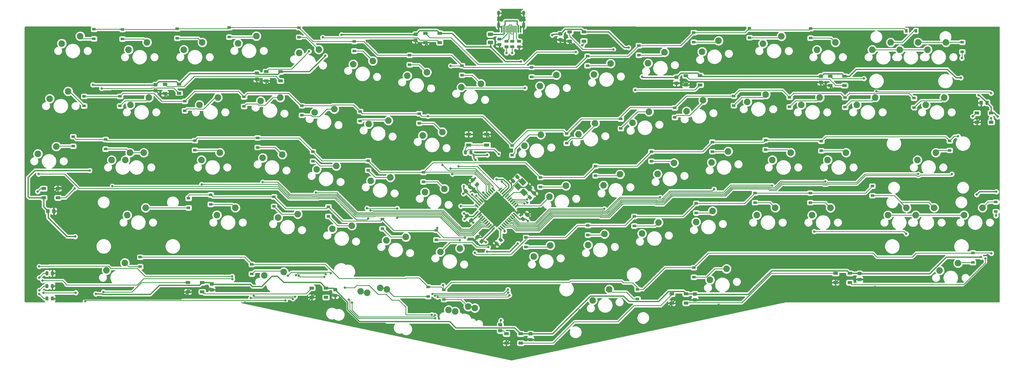
<source format=gbr>
%TF.GenerationSoftware,KiCad,Pcbnew,(5.1.6)-1*%
%TF.CreationDate,2020-07-26T11:56:32+02:00*%
%TF.ProjectId,Proyecto A,50726f79-6563-4746-9f20-412e6b696361,rev?*%
%TF.SameCoordinates,Original*%
%TF.FileFunction,Copper,L2,Bot*%
%TF.FilePolarity,Positive*%
%FSLAX46Y46*%
G04 Gerber Fmt 4.6, Leading zero omitted, Abs format (unit mm)*
G04 Created by KiCad (PCBNEW (5.1.6)-1) date 2020-07-26 11:56:32*
%MOMM*%
%LPD*%
G01*
G04 APERTURE LIST*
%TA.AperFunction,SMDPad,CuDef*%
%ADD10R,0.600000X2.450000*%
%TD*%
%TA.AperFunction,SMDPad,CuDef*%
%ADD11R,0.300000X2.450000*%
%TD*%
%TA.AperFunction,ComponentPad*%
%ADD12O,1.000000X2.100000*%
%TD*%
%TA.AperFunction,ComponentPad*%
%ADD13O,1.000000X1.600000*%
%TD*%
%TA.AperFunction,SMDPad,CuDef*%
%ADD14C,0.100000*%
%TD*%
%TA.AperFunction,ComponentPad*%
%ADD15C,2.250000*%
%TD*%
%TA.AperFunction,SMDPad,CuDef*%
%ADD16R,1.200000X0.900000*%
%TD*%
%TA.AperFunction,SMDPad,CuDef*%
%ADD17R,1.800000X1.100000*%
%TD*%
%TA.AperFunction,SMDPad,CuDef*%
%ADD18R,0.900000X1.200000*%
%TD*%
%TA.AperFunction,SMDPad,CuDef*%
%ADD19R,1.500000X1.000000*%
%TD*%
%TA.AperFunction,ViaPad*%
%ADD20C,0.800000*%
%TD*%
%TA.AperFunction,Conductor*%
%ADD21C,0.381000*%
%TD*%
%TA.AperFunction,Conductor*%
%ADD22C,0.254000*%
%TD*%
G04 APERTURE END LIST*
D10*
%TO.P,USB1,12*%
%TO.N,GND*%
X234427400Y4453000D03*
%TO.P,USB1,1*%
X227977400Y4453000D03*
%TO.P,USB1,11*%
%TO.N,VCC*%
X233652400Y4453000D03*
%TO.P,USB1,2*%
X228752400Y4453000D03*
D11*
%TO.P,USB1,3*%
%TO.N,Net-(USB1-Pad3)*%
X229452400Y4453000D03*
%TO.P,USB1,10*%
%TO.N,Net-(R9-Pad2)*%
X232952400Y4453000D03*
%TO.P,USB1,4*%
%TO.N,Net-(R8-Pad2)*%
X229952400Y4453000D03*
%TO.P,USB1,9*%
%TO.N,Net-(USB1-Pad9)*%
X232452400Y4453000D03*
%TO.P,USB1,5*%
%TO.N,Net-(R2-Pad2)*%
X230452400Y4453000D03*
%TO.P,USB1,8*%
%TO.N,Net-(R1-Pad2)*%
X231952400Y4453000D03*
%TO.P,USB1,7*%
%TO.N,Net-(R2-Pad2)*%
X231452400Y4453000D03*
%TO.P,USB1,6*%
%TO.N,Net-(R1-Pad2)*%
X230952400Y4453000D03*
D12*
%TO.P,USB1,13*%
%TO.N,GND*%
X226882400Y5868000D03*
X235522400Y5868000D03*
D13*
X226882400Y10048000D03*
X235522400Y10048000D03*
%TD*%
%TA.AperFunction,SMDPad,CuDef*%
D14*
%TO.P,Y1,4*%
%TO.N,GND*%
G36*
X238595878Y-50368421D02*
G01*
X237323086Y-51641213D01*
X235838162Y-50156289D01*
X237110954Y-48883497D01*
X238595878Y-50368421D01*
G37*
%TD.AperFunction*%
%TA.AperFunction,SMDPad,CuDef*%
%TO.P,Y1,3*%
%TO.N,Net-(C3-Pad1)*%
G36*
X236545268Y-48317811D02*
G01*
X235272476Y-49590603D01*
X233787552Y-48105679D01*
X235060344Y-46832887D01*
X236545268Y-48317811D01*
G37*
%TD.AperFunction*%
%TA.AperFunction,SMDPad,CuDef*%
%TO.P,Y1,2*%
%TO.N,GND*%
G36*
X234918922Y-49944157D02*
G01*
X233646130Y-51216949D01*
X232161206Y-49732025D01*
X233433998Y-48459233D01*
X234918922Y-49944157D01*
G37*
%TD.AperFunction*%
%TA.AperFunction,SMDPad,CuDef*%
%TO.P,Y1,1*%
%TO.N,Net-(C2-Pad1)*%
G36*
X236969532Y-51994767D02*
G01*
X235696740Y-53267559D01*
X234211816Y-51782635D01*
X235484608Y-50509843D01*
X236969532Y-51994767D01*
G37*
%TD.AperFunction*%
%TD*%
%TO.P,C21,2*%
%TO.N,+5V*%
%TA.AperFunction,SMDPad,CuDef*%
G36*
G01*
X171036401Y-86115499D02*
X170136399Y-86115499D01*
G75*
G02*
X169886400Y-85865500I0J249999D01*
G01*
X169886400Y-85215498D01*
G75*
G02*
X170136399Y-84965499I249999J0D01*
G01*
X171036401Y-84965499D01*
G75*
G02*
X171286400Y-85215498I0J-249999D01*
G01*
X171286400Y-85865500D01*
G75*
G02*
X171036401Y-86115499I-249999J0D01*
G01*
G37*
%TD.AperFunction*%
%TO.P,C21,1*%
%TO.N,GND*%
%TA.AperFunction,SMDPad,CuDef*%
G36*
G01*
X171036401Y-88165499D02*
X170136399Y-88165499D01*
G75*
G02*
X169886400Y-87915500I0J249999D01*
G01*
X169886400Y-87265498D01*
G75*
G02*
X170136399Y-87015499I249999J0D01*
G01*
X171036401Y-87015499D01*
G75*
G02*
X171286400Y-87265498I0J-249999D01*
G01*
X171286400Y-87915500D01*
G75*
G02*
X171036401Y-88165499I-249999J0D01*
G01*
G37*
%TD.AperFunction*%
%TD*%
%TO.P,C20,2*%
%TO.N,+5V*%
%TA.AperFunction,SMDPad,CuDef*%
G36*
G01*
X128491401Y-84132000D02*
X127591399Y-84132000D01*
G75*
G02*
X127341400Y-83882001I0J249999D01*
G01*
X127341400Y-83231999D01*
G75*
G02*
X127591399Y-82982000I249999J0D01*
G01*
X128491401Y-82982000D01*
G75*
G02*
X128741400Y-83231999I0J-249999D01*
G01*
X128741400Y-83882001D01*
G75*
G02*
X128491401Y-84132000I-249999J0D01*
G01*
G37*
%TD.AperFunction*%
%TO.P,C20,1*%
%TO.N,GND*%
%TA.AperFunction,SMDPad,CuDef*%
G36*
G01*
X128491401Y-86182000D02*
X127591399Y-86182000D01*
G75*
G02*
X127341400Y-85932001I0J249999D01*
G01*
X127341400Y-85281999D01*
G75*
G02*
X127591399Y-85032000I249999J0D01*
G01*
X128491401Y-85032000D01*
G75*
G02*
X128741400Y-85281999I0J-249999D01*
G01*
X128741400Y-85932001D01*
G75*
G02*
X128491401Y-86182000I-249999J0D01*
G01*
G37*
%TD.AperFunction*%
%TD*%
%TO.P,C19,2*%
%TO.N,+5V*%
%TA.AperFunction,SMDPad,CuDef*%
G36*
G01*
X72092400Y-57969999D02*
X72092400Y-58870001D01*
G75*
G02*
X71842401Y-59120000I-249999J0D01*
G01*
X71192399Y-59120000D01*
G75*
G02*
X70942400Y-58870001I0J249999D01*
G01*
X70942400Y-57969999D01*
G75*
G02*
X71192399Y-57720000I249999J0D01*
G01*
X71842401Y-57720000D01*
G75*
G02*
X72092400Y-57969999I0J-249999D01*
G01*
G37*
%TD.AperFunction*%
%TO.P,C19,1*%
%TO.N,GND*%
%TA.AperFunction,SMDPad,CuDef*%
G36*
G01*
X74142400Y-57969999D02*
X74142400Y-58870001D01*
G75*
G02*
X73892401Y-59120000I-249999J0D01*
G01*
X73242399Y-59120000D01*
G75*
G02*
X72992400Y-58870001I0J249999D01*
G01*
X72992400Y-57969999D01*
G75*
G02*
X73242399Y-57720000I249999J0D01*
G01*
X73892401Y-57720000D01*
G75*
G02*
X74142400Y-57969999I0J-249999D01*
G01*
G37*
%TD.AperFunction*%
%TD*%
%TO.P,C18,2*%
%TO.N,+5V*%
%TA.AperFunction,SMDPad,CuDef*%
G36*
G01*
X109060401Y-15298000D02*
X108160399Y-15298000D01*
G75*
G02*
X107910400Y-15048001I0J249999D01*
G01*
X107910400Y-14397999D01*
G75*
G02*
X108160399Y-14148000I249999J0D01*
G01*
X109060401Y-14148000D01*
G75*
G02*
X109310400Y-14397999I0J-249999D01*
G01*
X109310400Y-15048001D01*
G75*
G02*
X109060401Y-15298000I-249999J0D01*
G01*
G37*
%TD.AperFunction*%
%TO.P,C18,1*%
%TO.N,GND*%
%TA.AperFunction,SMDPad,CuDef*%
G36*
G01*
X109060401Y-17348000D02*
X108160399Y-17348000D01*
G75*
G02*
X107910400Y-17098001I0J249999D01*
G01*
X107910400Y-16447999D01*
G75*
G02*
X108160399Y-16198000I249999J0D01*
G01*
X109060401Y-16198000D01*
G75*
G02*
X109310400Y-16447999I0J-249999D01*
G01*
X109310400Y-17098001D01*
G75*
G02*
X109060401Y-17348000I-249999J0D01*
G01*
G37*
%TD.AperFunction*%
%TD*%
%TO.P,C17,2*%
%TO.N,+5V*%
%TA.AperFunction,SMDPad,CuDef*%
G36*
G01*
X143985401Y-11312499D02*
X143085399Y-11312499D01*
G75*
G02*
X142835400Y-11062500I0J249999D01*
G01*
X142835400Y-10412498D01*
G75*
G02*
X143085399Y-10162499I249999J0D01*
G01*
X143985401Y-10162499D01*
G75*
G02*
X144235400Y-10412498I0J-249999D01*
G01*
X144235400Y-11062500D01*
G75*
G02*
X143985401Y-11312499I-249999J0D01*
G01*
G37*
%TD.AperFunction*%
%TO.P,C17,1*%
%TO.N,GND*%
%TA.AperFunction,SMDPad,CuDef*%
G36*
G01*
X143985401Y-13362499D02*
X143085399Y-13362499D01*
G75*
G02*
X142835400Y-13112500I0J249999D01*
G01*
X142835400Y-12462498D01*
G75*
G02*
X143085399Y-12212499I249999J0D01*
G01*
X143985401Y-12212499D01*
G75*
G02*
X144235400Y-12462498I0J-249999D01*
G01*
X144235400Y-13112500D01*
G75*
G02*
X143985401Y-13362499I-249999J0D01*
G01*
G37*
%TD.AperFunction*%
%TD*%
%TO.P,C16,2*%
%TO.N,+5V*%
%TA.AperFunction,SMDPad,CuDef*%
G36*
G01*
X198722401Y2101000D02*
X197822399Y2101000D01*
G75*
G02*
X197572400Y2350999I0J249999D01*
G01*
X197572400Y3001001D01*
G75*
G02*
X197822399Y3251000I249999J0D01*
G01*
X198722401Y3251000D01*
G75*
G02*
X198972400Y3001001I0J-249999D01*
G01*
X198972400Y2350999D01*
G75*
G02*
X198722401Y2101000I-249999J0D01*
G01*
G37*
%TD.AperFunction*%
%TO.P,C16,1*%
%TO.N,GND*%
%TA.AperFunction,SMDPad,CuDef*%
G36*
G01*
X198722401Y51000D02*
X197822399Y51000D01*
G75*
G02*
X197572400Y300999I0J249999D01*
G01*
X197572400Y951001D01*
G75*
G02*
X197822399Y1201000I249999J0D01*
G01*
X198722401Y1201000D01*
G75*
G02*
X198972400Y951001I0J-249999D01*
G01*
X198972400Y300999D01*
G75*
G02*
X198722401Y51000I-249999J0D01*
G01*
G37*
%TD.AperFunction*%
%TD*%
%TO.P,C15,2*%
%TO.N,+5V*%
%TA.AperFunction,SMDPad,CuDef*%
G36*
G01*
X248633401Y2306499D02*
X247733399Y2306499D01*
G75*
G02*
X247483400Y2556498I0J249999D01*
G01*
X247483400Y3206500D01*
G75*
G02*
X247733399Y3456499I249999J0D01*
G01*
X248633401Y3456499D01*
G75*
G02*
X248883400Y3206500I0J-249999D01*
G01*
X248883400Y2556498D01*
G75*
G02*
X248633401Y2306499I-249999J0D01*
G01*
G37*
%TD.AperFunction*%
%TO.P,C15,1*%
%TO.N,GND*%
%TA.AperFunction,SMDPad,CuDef*%
G36*
G01*
X248633401Y256499D02*
X247733399Y256499D01*
G75*
G02*
X247483400Y506498I0J249999D01*
G01*
X247483400Y1156500D01*
G75*
G02*
X247733399Y1406499I249999J0D01*
G01*
X248633401Y1406499D01*
G75*
G02*
X248883400Y1156500I0J-249999D01*
G01*
X248883400Y506498D01*
G75*
G02*
X248633401Y256499I-249999J0D01*
G01*
G37*
%TD.AperFunction*%
%TD*%
%TO.P,C14,2*%
%TO.N,+5V*%
%TA.AperFunction,SMDPad,CuDef*%
G36*
G01*
X288638401Y-12709499D02*
X287738399Y-12709499D01*
G75*
G02*
X287488400Y-12459500I0J249999D01*
G01*
X287488400Y-11809498D01*
G75*
G02*
X287738399Y-11559499I249999J0D01*
G01*
X288638401Y-11559499D01*
G75*
G02*
X288888400Y-11809498I0J-249999D01*
G01*
X288888400Y-12459500D01*
G75*
G02*
X288638401Y-12709499I-249999J0D01*
G01*
G37*
%TD.AperFunction*%
%TO.P,C14,1*%
%TO.N,GND*%
%TA.AperFunction,SMDPad,CuDef*%
G36*
G01*
X288638401Y-14759499D02*
X287738399Y-14759499D01*
G75*
G02*
X287488400Y-14509500I0J249999D01*
G01*
X287488400Y-13859498D01*
G75*
G02*
X287738399Y-13609499I249999J0D01*
G01*
X288638401Y-13609499D01*
G75*
G02*
X288888400Y-13859498I0J-249999D01*
G01*
X288888400Y-14509500D01*
G75*
G02*
X288638401Y-14759499I-249999J0D01*
G01*
G37*
%TD.AperFunction*%
%TD*%
%TO.P,C13,2*%
%TO.N,+5V*%
%TA.AperFunction,SMDPad,CuDef*%
G36*
G01*
X338422401Y-12377000D02*
X337522399Y-12377000D01*
G75*
G02*
X337272400Y-12127001I0J249999D01*
G01*
X337272400Y-11476999D01*
G75*
G02*
X337522399Y-11227000I249999J0D01*
G01*
X338422401Y-11227000D01*
G75*
G02*
X338672400Y-11476999I0J-249999D01*
G01*
X338672400Y-12127001D01*
G75*
G02*
X338422401Y-12377000I-249999J0D01*
G01*
G37*
%TD.AperFunction*%
%TO.P,C13,1*%
%TO.N,GND*%
%TA.AperFunction,SMDPad,CuDef*%
G36*
G01*
X338422401Y-14427000D02*
X337522399Y-14427000D01*
G75*
G02*
X337272400Y-14177001I0J249999D01*
G01*
X337272400Y-13526999D01*
G75*
G02*
X337522399Y-13277000I249999J0D01*
G01*
X338422401Y-13277000D01*
G75*
G02*
X338672400Y-13526999I0J-249999D01*
G01*
X338672400Y-14177001D01*
G75*
G02*
X338422401Y-14427000I-249999J0D01*
G01*
G37*
%TD.AperFunction*%
%TD*%
%TO.P,C12,2*%
%TO.N,+5V*%
%TA.AperFunction,SMDPad,CuDef*%
G36*
G01*
X394683400Y-21405001D02*
X394683400Y-20504999D01*
G75*
G02*
X394933399Y-20255000I249999J0D01*
G01*
X395583401Y-20255000D01*
G75*
G02*
X395833400Y-20504999I0J-249999D01*
G01*
X395833400Y-21405001D01*
G75*
G02*
X395583401Y-21655000I-249999J0D01*
G01*
X394933399Y-21655000D01*
G75*
G02*
X394683400Y-21405001I0J249999D01*
G01*
G37*
%TD.AperFunction*%
%TO.P,C12,1*%
%TO.N,GND*%
%TA.AperFunction,SMDPad,CuDef*%
G36*
G01*
X392633400Y-21405001D02*
X392633400Y-20504999D01*
G75*
G02*
X392883399Y-20255000I249999J0D01*
G01*
X393533401Y-20255000D01*
G75*
G02*
X393783400Y-20504999I0J-249999D01*
G01*
X393783400Y-21405001D01*
G75*
G02*
X393533401Y-21655000I-249999J0D01*
G01*
X392883399Y-21655000D01*
G75*
G02*
X392633400Y-21405001I0J249999D01*
G01*
G37*
%TD.AperFunction*%
%TD*%
%TO.P,C11,2*%
%TO.N,+5V*%
%TA.AperFunction,SMDPad,CuDef*%
G36*
G01*
X351757401Y-80527499D02*
X350857399Y-80527499D01*
G75*
G02*
X350607400Y-80277500I0J249999D01*
G01*
X350607400Y-79627498D01*
G75*
G02*
X350857399Y-79377499I249999J0D01*
G01*
X351757401Y-79377499D01*
G75*
G02*
X352007400Y-79627498I0J-249999D01*
G01*
X352007400Y-80277500D01*
G75*
G02*
X351757401Y-80527499I-249999J0D01*
G01*
G37*
%TD.AperFunction*%
%TO.P,C11,1*%
%TO.N,GND*%
%TA.AperFunction,SMDPad,CuDef*%
G36*
G01*
X351757401Y-82577499D02*
X350857399Y-82577499D01*
G75*
G02*
X350607400Y-82327500I0J249999D01*
G01*
X350607400Y-81677498D01*
G75*
G02*
X350857399Y-81427499I249999J0D01*
G01*
X351757401Y-81427499D01*
G75*
G02*
X352007400Y-81677498I0J-249999D01*
G01*
X352007400Y-82327500D01*
G75*
G02*
X351757401Y-82577499I-249999J0D01*
G01*
G37*
%TD.AperFunction*%
%TD*%
%TO.P,C10,2*%
%TO.N,+5V*%
%TA.AperFunction,SMDPad,CuDef*%
G36*
G01*
X294988401Y-87609500D02*
X294088399Y-87609500D01*
G75*
G02*
X293838400Y-87359501I0J249999D01*
G01*
X293838400Y-86709499D01*
G75*
G02*
X294088399Y-86459500I249999J0D01*
G01*
X294988401Y-86459500D01*
G75*
G02*
X295238400Y-86709499I0J-249999D01*
G01*
X295238400Y-87359501D01*
G75*
G02*
X294988401Y-87609500I-249999J0D01*
G01*
G37*
%TD.AperFunction*%
%TO.P,C10,1*%
%TO.N,GND*%
%TA.AperFunction,SMDPad,CuDef*%
G36*
G01*
X294988401Y-89659500D02*
X294088399Y-89659500D01*
G75*
G02*
X293838400Y-89409501I0J249999D01*
G01*
X293838400Y-88759499D01*
G75*
G02*
X294088399Y-88509500I249999J0D01*
G01*
X294988401Y-88509500D01*
G75*
G02*
X295238400Y-88759499I0J-249999D01*
G01*
X295238400Y-89409501D01*
G75*
G02*
X294988401Y-89659500I-249999J0D01*
G01*
G37*
%TD.AperFunction*%
%TD*%
%TO.P,C9,2*%
%TO.N,+5V*%
%TA.AperFunction,SMDPad,CuDef*%
G36*
G01*
X238346401Y-101355499D02*
X237446399Y-101355499D01*
G75*
G02*
X237196400Y-101105500I0J249999D01*
G01*
X237196400Y-100455498D01*
G75*
G02*
X237446399Y-100205499I249999J0D01*
G01*
X238346401Y-100205499D01*
G75*
G02*
X238596400Y-100455498I0J-249999D01*
G01*
X238596400Y-101105500D01*
G75*
G02*
X238346401Y-101355499I-249999J0D01*
G01*
G37*
%TD.AperFunction*%
%TO.P,C9,1*%
%TO.N,GND*%
%TA.AperFunction,SMDPad,CuDef*%
G36*
G01*
X238346401Y-103405499D02*
X237446399Y-103405499D01*
G75*
G02*
X237196400Y-103155500I0J249999D01*
G01*
X237196400Y-102505498D01*
G75*
G02*
X237446399Y-102255499I249999J0D01*
G01*
X238346401Y-102255499D01*
G75*
G02*
X238596400Y-102505498I0J-249999D01*
G01*
X238596400Y-103155500D01*
G75*
G02*
X238346401Y-103405499I-249999J0D01*
G01*
G37*
%TD.AperFunction*%
%TD*%
%TO.P,C7,2*%
%TO.N,GND*%
%TA.AperFunction,SMDPad,CuDef*%
G36*
G01*
X216963796Y-50787001D02*
X216327399Y-50150604D01*
G75*
G02*
X216327399Y-49797052I176776J176776D01*
G01*
X216787020Y-49337431D01*
G75*
G02*
X217140572Y-49337431I176776J-176776D01*
G01*
X217776969Y-49973828D01*
G75*
G02*
X217776969Y-50327380I-176776J-176776D01*
G01*
X217317348Y-50787001D01*
G75*
G02*
X216963796Y-50787001I-176776J176776D01*
G01*
G37*
%TD.AperFunction*%
%TO.P,C7,1*%
%TO.N,+5V*%
%TA.AperFunction,SMDPad,CuDef*%
G36*
G01*
X215514228Y-52236569D02*
X214877831Y-51600172D01*
G75*
G02*
X214877831Y-51246620I176776J176776D01*
G01*
X215337452Y-50786999D01*
G75*
G02*
X215691004Y-50786999I176776J-176776D01*
G01*
X216327401Y-51423396D01*
G75*
G02*
X216327401Y-51776948I-176776J-176776D01*
G01*
X215867780Y-52236569D01*
G75*
G02*
X215514228Y-52236569I-176776J176776D01*
G01*
G37*
%TD.AperFunction*%
%TD*%
%TO.P,C6,2*%
%TO.N,Net-(C6-Pad2)*%
%TA.AperFunction,SMDPad,CuDef*%
G36*
G01*
X218697399Y-49083396D02*
X219333796Y-48446999D01*
G75*
G02*
X219687348Y-48446999I176776J-176776D01*
G01*
X220146969Y-48906620D01*
G75*
G02*
X220146969Y-49260172I-176776J-176776D01*
G01*
X219510572Y-49896569D01*
G75*
G02*
X219157020Y-49896569I-176776J176776D01*
G01*
X218697399Y-49436948D01*
G75*
G02*
X218697399Y-49083396I176776J176776D01*
G01*
G37*
%TD.AperFunction*%
%TO.P,C6,1*%
%TO.N,GND*%
%TA.AperFunction,SMDPad,CuDef*%
G36*
G01*
X217247831Y-47633828D02*
X217884228Y-46997431D01*
G75*
G02*
X218237780Y-46997431I176776J-176776D01*
G01*
X218697401Y-47457052D01*
G75*
G02*
X218697401Y-47810604I-176776J-176776D01*
G01*
X218061004Y-48447001D01*
G75*
G02*
X217707452Y-48447001I-176776J176776D01*
G01*
X217247831Y-47987380D01*
G75*
G02*
X217247831Y-47633828I176776J176776D01*
G01*
G37*
%TD.AperFunction*%
%TD*%
%TO.P,C5,2*%
%TO.N,GND*%
%TA.AperFunction,SMDPad,CuDef*%
G36*
G01*
X220297401Y-67470604D02*
X219661004Y-68107001D01*
G75*
G02*
X219307452Y-68107001I-176776J176776D01*
G01*
X218847831Y-67647380D01*
G75*
G02*
X218847831Y-67293828I176776J176776D01*
G01*
X219484228Y-66657431D01*
G75*
G02*
X219837780Y-66657431I176776J-176776D01*
G01*
X220297401Y-67117052D01*
G75*
G02*
X220297401Y-67470604I-176776J-176776D01*
G01*
G37*
%TD.AperFunction*%
%TO.P,C5,1*%
%TO.N,+5V*%
%TA.AperFunction,SMDPad,CuDef*%
G36*
G01*
X221746969Y-68920172D02*
X221110572Y-69556569D01*
G75*
G02*
X220757020Y-69556569I-176776J176776D01*
G01*
X220297399Y-69096948D01*
G75*
G02*
X220297399Y-68743396I176776J176776D01*
G01*
X220933796Y-68106999D01*
G75*
G02*
X221287348Y-68106999I176776J-176776D01*
G01*
X221746969Y-68566620D01*
G75*
G02*
X221746969Y-68920172I-176776J-176776D01*
G01*
G37*
%TD.AperFunction*%
%TD*%
%TO.P,C4,2*%
%TO.N,GND*%
%TA.AperFunction,SMDPad,CuDef*%
G36*
G01*
X236638796Y-60387001D02*
X236002399Y-59750604D01*
G75*
G02*
X236002399Y-59397052I176776J176776D01*
G01*
X236462020Y-58937431D01*
G75*
G02*
X236815572Y-58937431I176776J-176776D01*
G01*
X237451969Y-59573828D01*
G75*
G02*
X237451969Y-59927380I-176776J-176776D01*
G01*
X236992348Y-60387001D01*
G75*
G02*
X236638796Y-60387001I-176776J176776D01*
G01*
G37*
%TD.AperFunction*%
%TO.P,C4,1*%
%TO.N,+5V*%
%TA.AperFunction,SMDPad,CuDef*%
G36*
G01*
X235189228Y-61836569D02*
X234552831Y-61200172D01*
G75*
G02*
X234552831Y-60846620I176776J176776D01*
G01*
X235012452Y-60386999D01*
G75*
G02*
X235366004Y-60386999I176776J-176776D01*
G01*
X236002401Y-61023396D01*
G75*
G02*
X236002401Y-61376948I-176776J-176776D01*
G01*
X235542780Y-61836569D01*
G75*
G02*
X235189228Y-61836569I-176776J176776D01*
G01*
G37*
%TD.AperFunction*%
%TD*%
%TO.P,C3,2*%
%TO.N,GND*%
%TA.AperFunction,SMDPad,CuDef*%
G36*
G01*
X231998091Y-47289912D02*
X232634488Y-47926309D01*
G75*
G02*
X232634488Y-48279861I-176776J-176776D01*
G01*
X232174867Y-48739482D01*
G75*
G02*
X231821315Y-48739482I-176776J176776D01*
G01*
X231184918Y-48103085D01*
G75*
G02*
X231184918Y-47749533I176776J176776D01*
G01*
X231644539Y-47289912D01*
G75*
G02*
X231998091Y-47289912I176776J-176776D01*
G01*
G37*
%TD.AperFunction*%
%TO.P,C3,1*%
%TO.N,Net-(C3-Pad1)*%
%TA.AperFunction,SMDPad,CuDef*%
G36*
G01*
X233447659Y-45840344D02*
X234084056Y-46476741D01*
G75*
G02*
X234084056Y-46830293I-176776J-176776D01*
G01*
X233624435Y-47289914D01*
G75*
G02*
X233270883Y-47289914I-176776J176776D01*
G01*
X232634486Y-46653517D01*
G75*
G02*
X232634486Y-46299965I176776J176776D01*
G01*
X233094107Y-45840344D01*
G75*
G02*
X233447659Y-45840344I176776J-176776D01*
G01*
G37*
%TD.AperFunction*%
%TD*%
%TO.P,C2,2*%
%TO.N,GND*%
%TA.AperFunction,SMDPad,CuDef*%
G36*
G01*
X239013796Y-52977001D02*
X238377399Y-52340604D01*
G75*
G02*
X238377399Y-51987052I176776J176776D01*
G01*
X238837020Y-51527431D01*
G75*
G02*
X239190572Y-51527431I176776J-176776D01*
G01*
X239826969Y-52163828D01*
G75*
G02*
X239826969Y-52517380I-176776J-176776D01*
G01*
X239367348Y-52977001D01*
G75*
G02*
X239013796Y-52977001I-176776J176776D01*
G01*
G37*
%TD.AperFunction*%
%TO.P,C2,1*%
%TO.N,Net-(C2-Pad1)*%
%TA.AperFunction,SMDPad,CuDef*%
G36*
G01*
X237564228Y-54426569D02*
X236927831Y-53790172D01*
G75*
G02*
X236927831Y-53436620I176776J176776D01*
G01*
X237387452Y-52976999D01*
G75*
G02*
X237741004Y-52976999I176776J-176776D01*
G01*
X238377401Y-53613396D01*
G75*
G02*
X238377401Y-53966948I-176776J-176776D01*
G01*
X237917780Y-54426569D01*
G75*
G02*
X237564228Y-54426569I-176776J176776D01*
G01*
G37*
%TD.AperFunction*%
%TD*%
%TO.P,C1,2*%
%TO.N,GND*%
%TA.AperFunction,SMDPad,CuDef*%
G36*
G01*
X216710312Y-61466309D02*
X217346709Y-60829912D01*
G75*
G02*
X217700261Y-60829912I176776J-176776D01*
G01*
X218159882Y-61289533D01*
G75*
G02*
X218159882Y-61643085I-176776J-176776D01*
G01*
X217523485Y-62279482D01*
G75*
G02*
X217169933Y-62279482I-176776J176776D01*
G01*
X216710312Y-61819861D01*
G75*
G02*
X216710312Y-61466309I176776J176776D01*
G01*
G37*
%TD.AperFunction*%
%TO.P,C1,1*%
%TO.N,+5V*%
%TA.AperFunction,SMDPad,CuDef*%
G36*
G01*
X215260744Y-60016741D02*
X215897141Y-59380344D01*
G75*
G02*
X216250693Y-59380344I176776J-176776D01*
G01*
X216710314Y-59839965D01*
G75*
G02*
X216710314Y-60193517I-176776J-176776D01*
G01*
X216073917Y-60829914D01*
G75*
G02*
X215720365Y-60829914I-176776J176776D01*
G01*
X215260744Y-60370293D01*
G75*
G02*
X215260744Y-60016741I176776J176776D01*
G01*
G37*
%TD.AperFunction*%
%TD*%
%TO.P,R11,2*%
%TO.N,UNDERGLOW*%
%TA.AperFunction,SMDPad,CuDef*%
G36*
G01*
X227877401Y-98247000D02*
X226977399Y-98247000D01*
G75*
G02*
X226727400Y-97997001I0J249999D01*
G01*
X226727400Y-97346999D01*
G75*
G02*
X226977399Y-97097000I249999J0D01*
G01*
X227877401Y-97097000D01*
G75*
G02*
X228127400Y-97346999I0J-249999D01*
G01*
X228127400Y-97997001D01*
G75*
G02*
X227877401Y-98247000I-249999J0D01*
G01*
G37*
%TD.AperFunction*%
%TO.P,R11,1*%
%TO.N,Net-(D4-Pad4)*%
%TA.AperFunction,SMDPad,CuDef*%
G36*
G01*
X227877401Y-100297000D02*
X226977399Y-100297000D01*
G75*
G02*
X226727400Y-100047001I0J249999D01*
G01*
X226727400Y-99396999D01*
G75*
G02*
X226977399Y-99147000I249999J0D01*
G01*
X227877401Y-99147000D01*
G75*
G02*
X228127400Y-99396999I0J-249999D01*
G01*
X228127400Y-100047001D01*
G75*
G02*
X227877401Y-100297000I-249999J0D01*
G01*
G37*
%TD.AperFunction*%
%TD*%
%TO.P,R8,1*%
%TO.N,GND*%
%TA.AperFunction,SMDPad,CuDef*%
G36*
G01*
X227608650Y-1324500D02*
X226696150Y-1324500D01*
G75*
G02*
X226452400Y-1080750I0J243750D01*
G01*
X226452400Y-593250D01*
G75*
G02*
X226696150Y-349500I243750J0D01*
G01*
X227608650Y-349500D01*
G75*
G02*
X227852400Y-593250I0J-243750D01*
G01*
X227852400Y-1080750D01*
G75*
G02*
X227608650Y-1324500I-243750J0D01*
G01*
G37*
%TD.AperFunction*%
%TO.P,R8,2*%
%TO.N,Net-(R8-Pad2)*%
%TA.AperFunction,SMDPad,CuDef*%
G36*
G01*
X227608650Y550500D02*
X226696150Y550500D01*
G75*
G02*
X226452400Y794250I0J243750D01*
G01*
X226452400Y1281750D01*
G75*
G02*
X226696150Y1525500I243750J0D01*
G01*
X227608650Y1525500D01*
G75*
G02*
X227852400Y1281750I0J-243750D01*
G01*
X227852400Y794250D01*
G75*
G02*
X227608650Y550500I-243750J0D01*
G01*
G37*
%TD.AperFunction*%
%TD*%
%TO.P,R2,1*%
%TO.N,D-*%
%TA.AperFunction,SMDPad,CuDef*%
G36*
G01*
X230058650Y-2087000D02*
X229146150Y-2087000D01*
G75*
G02*
X228902400Y-1843250I0J243750D01*
G01*
X228902400Y-1355750D01*
G75*
G02*
X229146150Y-1112000I243750J0D01*
G01*
X230058650Y-1112000D01*
G75*
G02*
X230302400Y-1355750I0J-243750D01*
G01*
X230302400Y-1843250D01*
G75*
G02*
X230058650Y-2087000I-243750J0D01*
G01*
G37*
%TD.AperFunction*%
%TO.P,R2,2*%
%TO.N,Net-(R2-Pad2)*%
%TA.AperFunction,SMDPad,CuDef*%
G36*
G01*
X230058650Y-212000D02*
X229146150Y-212000D01*
G75*
G02*
X228902400Y31750I0J243750D01*
G01*
X228902400Y519250D01*
G75*
G02*
X229146150Y763000I243750J0D01*
G01*
X230058650Y763000D01*
G75*
G02*
X230302400Y519250I0J-243750D01*
G01*
X230302400Y31750D01*
G75*
G02*
X230058650Y-212000I-243750J0D01*
G01*
G37*
%TD.AperFunction*%
%TD*%
%TO.P,R1,1*%
%TO.N,D+*%
%TA.AperFunction,SMDPad,CuDef*%
G36*
G01*
X232033650Y-2074500D02*
X231121150Y-2074500D01*
G75*
G02*
X230877400Y-1830750I0J243750D01*
G01*
X230877400Y-1343250D01*
G75*
G02*
X231121150Y-1099500I243750J0D01*
G01*
X232033650Y-1099500D01*
G75*
G02*
X232277400Y-1343250I0J-243750D01*
G01*
X232277400Y-1830750D01*
G75*
G02*
X232033650Y-2074500I-243750J0D01*
G01*
G37*
%TD.AperFunction*%
%TO.P,R1,2*%
%TO.N,Net-(R1-Pad2)*%
%TA.AperFunction,SMDPad,CuDef*%
G36*
G01*
X232033650Y-199500D02*
X231121150Y-199500D01*
G75*
G02*
X230877400Y44250I0J243750D01*
G01*
X230877400Y531750D01*
G75*
G02*
X231121150Y775500I243750J0D01*
G01*
X232033650Y775500D01*
G75*
G02*
X232277400Y531750I0J-243750D01*
G01*
X232277400Y44250D01*
G75*
G02*
X232033650Y-199500I-243750J0D01*
G01*
G37*
%TD.AperFunction*%
%TD*%
D15*
%TO.P,K4,2*%
%TO.N,Net-(D_5-Pad2)*%
X183500686Y-6499106D03*
%TO.P,K4,1*%
%TO.N,col5*%
X176761353Y-7663362D03*
%TD*%
D16*
%TO.P,D_63,2*%
%TO.N,Net-(D_63-Pad2)*%
X294177400Y-81217000D03*
%TO.P,D_63,1*%
%TO.N,row4*%
X294177400Y-77917000D03*
%TD*%
%TO.P,R6,2*%
%TO.N,Net-(D2-Pad1)*%
%TA.AperFunction,SMDPad,CuDef*%
G36*
G01*
X71684900Y-88130750D02*
X71684900Y-89043250D01*
G75*
G02*
X71441150Y-89287000I-243750J0D01*
G01*
X70953650Y-89287000D01*
G75*
G02*
X70709900Y-89043250I0J243750D01*
G01*
X70709900Y-88130750D01*
G75*
G02*
X70953650Y-87887000I243750J0D01*
G01*
X71441150Y-87887000D01*
G75*
G02*
X71684900Y-88130750I0J-243750D01*
G01*
G37*
%TD.AperFunction*%
%TO.P,R6,1*%
%TO.N,GND*%
%TA.AperFunction,SMDPad,CuDef*%
G36*
G01*
X73559900Y-88130750D02*
X73559900Y-89043250D01*
G75*
G02*
X73316150Y-89287000I-243750J0D01*
G01*
X72828650Y-89287000D01*
G75*
G02*
X72584900Y-89043250I0J243750D01*
G01*
X72584900Y-88130750D01*
G75*
G02*
X72828650Y-87887000I243750J0D01*
G01*
X73316150Y-87887000D01*
G75*
G02*
X73559900Y-88130750I0J-243750D01*
G01*
G37*
%TD.AperFunction*%
%TD*%
%TO.P,D_40,2*%
%TO.N,Net-(D_40-Pad2)*%
X300557528Y-37820961D03*
%TO.P,D_40,1*%
%TO.N,row2*%
X300557528Y-34520961D03*
%TD*%
D15*
%TO.P,SPLIT_BKS1,2*%
%TO.N,Net-(BACKSPACE1-Pad2)*%
X381091880Y-71680D03*
%TO.P,SPLIT_BKS1,1*%
%TO.N,col14*%
X374741880Y-2611680D03*
%TD*%
D16*
%TO.P,D_44,2*%
%TO.N,Net-(BACKSPACE1-Pad2)*%
X386670000Y-50000D03*
%TO.P,D_44,1*%
%TO.N,row2*%
X386670000Y-3350000D03*
%TD*%
%TA.AperFunction,SMDPad,CuDef*%
D14*
%TO.P,U1,44*%
%TO.N,+5V*%
G36*
X219684700Y-58206978D02*
G01*
X220073608Y-58595886D01*
X219012948Y-59656546D01*
X218624040Y-59267638D01*
X219684700Y-58206978D01*
G37*
%TD.AperFunction*%
%TA.AperFunction,SMDPad,CuDef*%
%TO.P,U1,43*%
%TO.N,GND*%
G36*
X220250386Y-58772663D02*
G01*
X220639294Y-59161571D01*
X219578634Y-60222231D01*
X219189726Y-59833323D01*
X220250386Y-58772663D01*
G37*
%TD.AperFunction*%
%TA.AperFunction,SMDPad,CuDef*%
%TO.P,U1,42*%
%TO.N,Net-(U1-Pad42)*%
G36*
X220816071Y-59338348D02*
G01*
X221204979Y-59727256D01*
X220144319Y-60787916D01*
X219755411Y-60399008D01*
X220816071Y-59338348D01*
G37*
%TD.AperFunction*%
%TA.AperFunction,SMDPad,CuDef*%
%TO.P,U1,41*%
%TO.N,col5*%
G36*
X221381756Y-59904034D02*
G01*
X221770664Y-60292942D01*
X220710004Y-61353602D01*
X220321096Y-60964694D01*
X221381756Y-59904034D01*
G37*
%TD.AperFunction*%
%TA.AperFunction,SMDPad,CuDef*%
%TO.P,U1,40*%
%TO.N,col4*%
G36*
X221947442Y-60469719D02*
G01*
X222336350Y-60858627D01*
X221275690Y-61919287D01*
X220886782Y-61530379D01*
X221947442Y-60469719D01*
G37*
%TD.AperFunction*%
%TA.AperFunction,SMDPad,CuDef*%
%TO.P,U1,39*%
%TO.N,col3*%
G36*
X222513127Y-61035405D02*
G01*
X222902035Y-61424313D01*
X221841375Y-62484973D01*
X221452467Y-62096065D01*
X222513127Y-61035405D01*
G37*
%TD.AperFunction*%
%TA.AperFunction,SMDPad,CuDef*%
%TO.P,U1,38*%
%TO.N,col2*%
G36*
X223078813Y-61601090D02*
G01*
X223467721Y-61989998D01*
X222407061Y-63050658D01*
X222018153Y-62661750D01*
X223078813Y-61601090D01*
G37*
%TD.AperFunction*%
%TA.AperFunction,SMDPad,CuDef*%
%TO.P,U1,37*%
%TO.N,col1*%
G36*
X223644498Y-62166776D02*
G01*
X224033406Y-62555684D01*
X222972746Y-63616344D01*
X222583838Y-63227436D01*
X223644498Y-62166776D01*
G37*
%TD.AperFunction*%
%TA.AperFunction,SMDPad,CuDef*%
%TO.P,U1,36*%
%TO.N,col0*%
G36*
X224210184Y-62732461D02*
G01*
X224599092Y-63121369D01*
X223538432Y-64182029D01*
X223149524Y-63793121D01*
X224210184Y-62732461D01*
G37*
%TD.AperFunction*%
%TA.AperFunction,SMDPad,CuDef*%
%TO.P,U1,35*%
%TO.N,GND*%
G36*
X224775869Y-63298146D02*
G01*
X225164777Y-63687054D01*
X224104117Y-64747714D01*
X223715209Y-64358806D01*
X224775869Y-63298146D01*
G37*
%TD.AperFunction*%
%TA.AperFunction,SMDPad,CuDef*%
%TO.P,U1,34*%
%TO.N,+5V*%
G36*
X225341554Y-63863832D02*
G01*
X225730462Y-64252740D01*
X224669802Y-65313400D01*
X224280894Y-64924492D01*
X225341554Y-63863832D01*
G37*
%TD.AperFunction*%
%TA.AperFunction,SMDPad,CuDef*%
%TO.P,U1,33*%
%TO.N,Net-(R4-Pad2)*%
G36*
X226685058Y-64252740D02*
G01*
X227073966Y-63863832D01*
X228134626Y-64924492D01*
X227745718Y-65313400D01*
X226685058Y-64252740D01*
G37*
%TD.AperFunction*%
%TA.AperFunction,SMDPad,CuDef*%
%TO.P,U1,32*%
%TO.N,col6*%
G36*
X227250743Y-63687054D02*
G01*
X227639651Y-63298146D01*
X228700311Y-64358806D01*
X228311403Y-64747714D01*
X227250743Y-63687054D01*
G37*
%TD.AperFunction*%
%TA.AperFunction,SMDPad,CuDef*%
%TO.P,U1,31*%
%TO.N,col14*%
G36*
X227816428Y-63121369D02*
G01*
X228205336Y-62732461D01*
X229265996Y-63793121D01*
X228877088Y-64182029D01*
X227816428Y-63121369D01*
G37*
%TD.AperFunction*%
%TA.AperFunction,SMDPad,CuDef*%
%TO.P,U1,30*%
%TO.N,col13*%
G36*
X228382114Y-62555684D02*
G01*
X228771022Y-62166776D01*
X229831682Y-63227436D01*
X229442774Y-63616344D01*
X228382114Y-62555684D01*
G37*
%TD.AperFunction*%
%TA.AperFunction,SMDPad,CuDef*%
%TO.P,U1,29*%
%TO.N,col12*%
G36*
X228947799Y-61989998D02*
G01*
X229336707Y-61601090D01*
X230397367Y-62661750D01*
X230008459Y-63050658D01*
X228947799Y-61989998D01*
G37*
%TD.AperFunction*%
%TA.AperFunction,SMDPad,CuDef*%
%TO.P,U1,28*%
%TO.N,col11*%
G36*
X229513485Y-61424313D02*
G01*
X229902393Y-61035405D01*
X230963053Y-62096065D01*
X230574145Y-62484973D01*
X229513485Y-61424313D01*
G37*
%TD.AperFunction*%
%TA.AperFunction,SMDPad,CuDef*%
%TO.P,U1,27*%
%TO.N,col10*%
G36*
X230079170Y-60858627D02*
G01*
X230468078Y-60469719D01*
X231528738Y-61530379D01*
X231139830Y-61919287D01*
X230079170Y-60858627D01*
G37*
%TD.AperFunction*%
%TA.AperFunction,SMDPad,CuDef*%
%TO.P,U1,26*%
%TO.N,col9*%
G36*
X230644856Y-60292942D02*
G01*
X231033764Y-59904034D01*
X232094424Y-60964694D01*
X231705516Y-61353602D01*
X230644856Y-60292942D01*
G37*
%TD.AperFunction*%
%TA.AperFunction,SMDPad,CuDef*%
%TO.P,U1,25*%
%TO.N,col8*%
G36*
X231210541Y-59727256D02*
G01*
X231599449Y-59338348D01*
X232660109Y-60399008D01*
X232271201Y-60787916D01*
X231210541Y-59727256D01*
G37*
%TD.AperFunction*%
%TA.AperFunction,SMDPad,CuDef*%
%TO.P,U1,24*%
%TO.N,+5V*%
G36*
X231776226Y-59161571D02*
G01*
X232165134Y-58772663D01*
X233225794Y-59833323D01*
X232836886Y-60222231D01*
X231776226Y-59161571D01*
G37*
%TD.AperFunction*%
%TA.AperFunction,SMDPad,CuDef*%
%TO.P,U1,23*%
%TO.N,GND*%
G36*
X232341912Y-58595886D02*
G01*
X232730820Y-58206978D01*
X233791480Y-59267638D01*
X233402572Y-59656546D01*
X232341912Y-58595886D01*
G37*
%TD.AperFunction*%
%TA.AperFunction,SMDPad,CuDef*%
%TO.P,U1,22*%
%TO.N,col7*%
G36*
X233402572Y-55802814D02*
G01*
X233791480Y-56191722D01*
X232730820Y-57252382D01*
X232341912Y-56863474D01*
X233402572Y-55802814D01*
G37*
%TD.AperFunction*%
%TA.AperFunction,SMDPad,CuDef*%
%TO.P,U1,21*%
%TO.N,scrol*%
G36*
X232836886Y-55237129D02*
G01*
X233225794Y-55626037D01*
X232165134Y-56686697D01*
X231776226Y-56297789D01*
X232836886Y-55237129D01*
G37*
%TD.AperFunction*%
%TA.AperFunction,SMDPad,CuDef*%
%TO.P,U1,20*%
%TO.N,num*%
G36*
X232271201Y-54671444D02*
G01*
X232660109Y-55060352D01*
X231599449Y-56121012D01*
X231210541Y-55732104D01*
X232271201Y-54671444D01*
G37*
%TD.AperFunction*%
%TA.AperFunction,SMDPad,CuDef*%
%TO.P,U1,19*%
%TO.N,caps*%
G36*
X231705516Y-54105758D02*
G01*
X232094424Y-54494666D01*
X231033764Y-55555326D01*
X230644856Y-55166418D01*
X231705516Y-54105758D01*
G37*
%TD.AperFunction*%
%TA.AperFunction,SMDPad,CuDef*%
%TO.P,U1,18*%
%TO.N,Net-(U1-Pad18)*%
G36*
X231139830Y-53540073D02*
G01*
X231528738Y-53928981D01*
X230468078Y-54989641D01*
X230079170Y-54600733D01*
X231139830Y-53540073D01*
G37*
%TD.AperFunction*%
%TA.AperFunction,SMDPad,CuDef*%
%TO.P,U1,17*%
%TO.N,Net-(C2-Pad1)*%
G36*
X230574145Y-52974387D02*
G01*
X230963053Y-53363295D01*
X229902393Y-54423955D01*
X229513485Y-54035047D01*
X230574145Y-52974387D01*
G37*
%TD.AperFunction*%
%TA.AperFunction,SMDPad,CuDef*%
%TO.P,U1,16*%
%TO.N,Net-(C3-Pad1)*%
G36*
X230008459Y-52408702D02*
G01*
X230397367Y-52797610D01*
X229336707Y-53858270D01*
X228947799Y-53469362D01*
X230008459Y-52408702D01*
G37*
%TD.AperFunction*%
%TA.AperFunction,SMDPad,CuDef*%
%TO.P,U1,15*%
%TO.N,GND*%
G36*
X229442774Y-51843016D02*
G01*
X229831682Y-52231924D01*
X228771022Y-53292584D01*
X228382114Y-52903676D01*
X229442774Y-51843016D01*
G37*
%TD.AperFunction*%
%TA.AperFunction,SMDPad,CuDef*%
%TO.P,U1,14*%
%TO.N,+5V*%
G36*
X228877088Y-51277331D02*
G01*
X229265996Y-51666239D01*
X228205336Y-52726899D01*
X227816428Y-52337991D01*
X228877088Y-51277331D01*
G37*
%TD.AperFunction*%
%TA.AperFunction,SMDPad,CuDef*%
%TO.P,U1,13*%
%TO.N,Net-(R3-Pad2)*%
G36*
X228311403Y-50711646D02*
G01*
X228700311Y-51100554D01*
X227639651Y-52161214D01*
X227250743Y-51772306D01*
X228311403Y-50711646D01*
G37*
%TD.AperFunction*%
%TA.AperFunction,SMDPad,CuDef*%
%TO.P,U1,12*%
%TO.N,row4*%
G36*
X227745718Y-50145960D02*
G01*
X228134626Y-50534868D01*
X227073966Y-51595528D01*
X226685058Y-51206620D01*
X227745718Y-50145960D01*
G37*
%TD.AperFunction*%
%TA.AperFunction,SMDPad,CuDef*%
%TO.P,U1,11*%
%TO.N,row0*%
G36*
X224280894Y-50534868D02*
G01*
X224669802Y-50145960D01*
X225730462Y-51206620D01*
X225341554Y-51595528D01*
X224280894Y-50534868D01*
G37*
%TD.AperFunction*%
%TA.AperFunction,SMDPad,CuDef*%
%TO.P,U1,10*%
%TO.N,row1*%
G36*
X223715209Y-51100554D02*
G01*
X224104117Y-50711646D01*
X225164777Y-51772306D01*
X224775869Y-52161214D01*
X223715209Y-51100554D01*
G37*
%TD.AperFunction*%
%TA.AperFunction,SMDPad,CuDef*%
%TO.P,U1,9*%
%TO.N,row2*%
G36*
X223149524Y-51666239D02*
G01*
X223538432Y-51277331D01*
X224599092Y-52337991D01*
X224210184Y-52726899D01*
X223149524Y-51666239D01*
G37*
%TD.AperFunction*%
%TA.AperFunction,SMDPad,CuDef*%
%TO.P,U1,8*%
%TO.N,row3*%
G36*
X222583838Y-52231924D02*
G01*
X222972746Y-51843016D01*
X224033406Y-52903676D01*
X223644498Y-53292584D01*
X222583838Y-52231924D01*
G37*
%TD.AperFunction*%
%TA.AperFunction,SMDPad,CuDef*%
%TO.P,U1,7*%
%TO.N,+5V*%
G36*
X222018153Y-52797610D02*
G01*
X222407061Y-52408702D01*
X223467721Y-53469362D01*
X223078813Y-53858270D01*
X222018153Y-52797610D01*
G37*
%TD.AperFunction*%
%TA.AperFunction,SMDPad,CuDef*%
%TO.P,U1,6*%
%TO.N,Net-(C6-Pad2)*%
G36*
X221452467Y-53363295D02*
G01*
X221841375Y-52974387D01*
X222902035Y-54035047D01*
X222513127Y-54423955D01*
X221452467Y-53363295D01*
G37*
%TD.AperFunction*%
%TA.AperFunction,SMDPad,CuDef*%
%TO.P,U1,5*%
%TO.N,GND*%
G36*
X220886782Y-53928981D02*
G01*
X221275690Y-53540073D01*
X222336350Y-54600733D01*
X221947442Y-54989641D01*
X220886782Y-53928981D01*
G37*
%TD.AperFunction*%
%TA.AperFunction,SMDPad,CuDef*%
%TO.P,U1,4*%
%TO.N,D+*%
G36*
X220321096Y-54494666D02*
G01*
X220710004Y-54105758D01*
X221770664Y-55166418D01*
X221381756Y-55555326D01*
X220321096Y-54494666D01*
G37*
%TD.AperFunction*%
%TA.AperFunction,SMDPad,CuDef*%
%TO.P,U1,3*%
%TO.N,D-*%
G36*
X219755411Y-55060352D02*
G01*
X220144319Y-54671444D01*
X221204979Y-55732104D01*
X220816071Y-56121012D01*
X219755411Y-55060352D01*
G37*
%TD.AperFunction*%
%TA.AperFunction,SMDPad,CuDef*%
%TO.P,U1,2*%
%TO.N,+5V*%
G36*
X219189726Y-55626037D02*
G01*
X219578634Y-55237129D01*
X220639294Y-56297789D01*
X220250386Y-56686697D01*
X219189726Y-55626037D01*
G37*
%TD.AperFunction*%
%TA.AperFunction,SMDPad,CuDef*%
%TO.P,U1,1*%
%TO.N,UNDERGLOW*%
G36*
X218624040Y-56191722D02*
G01*
X219012948Y-55802814D01*
X220073608Y-56863474D01*
X219684700Y-57252382D01*
X218624040Y-56191722D01*
G37*
%TD.AperFunction*%
%TD*%
D17*
%TO.P,SW1,2*%
%TO.N,Net-(R3-Pad2)*%
X216550000Y-35550000D03*
X222750000Y-35550000D03*
%TO.P,SW1,1*%
%TO.N,GND*%
X216550000Y-31850000D03*
X222750000Y-31850000D03*
%TD*%
%TO.P,R9,1*%
%TO.N,GND*%
%TA.AperFunction,SMDPad,CuDef*%
G36*
G01*
X234383650Y-2087000D02*
X233471150Y-2087000D01*
G75*
G02*
X233227400Y-1843250I0J243750D01*
G01*
X233227400Y-1355750D01*
G75*
G02*
X233471150Y-1112000I243750J0D01*
G01*
X234383650Y-1112000D01*
G75*
G02*
X234627400Y-1355750I0J-243750D01*
G01*
X234627400Y-1843250D01*
G75*
G02*
X234383650Y-2087000I-243750J0D01*
G01*
G37*
%TD.AperFunction*%
%TO.P,R9,2*%
%TO.N,Net-(R9-Pad2)*%
%TA.AperFunction,SMDPad,CuDef*%
G36*
G01*
X234383650Y-212000D02*
X233471150Y-212000D01*
G75*
G02*
X233227400Y31750I0J243750D01*
G01*
X233227400Y519250D01*
G75*
G02*
X233471150Y763000I243750J0D01*
G01*
X234383650Y763000D01*
G75*
G02*
X234627400Y519250I0J-243750D01*
G01*
X234627400Y31750D01*
G75*
G02*
X234383650Y-212000I-243750J0D01*
G01*
G37*
%TD.AperFunction*%
%TD*%
%TO.P,R7,2*%
%TO.N,Net-(D3-Pad1)*%
%TA.AperFunction,SMDPad,CuDef*%
G36*
G01*
X71664900Y-83860750D02*
X71664900Y-84773250D01*
G75*
G02*
X71421150Y-85017000I-243750J0D01*
G01*
X70933650Y-85017000D01*
G75*
G02*
X70689900Y-84773250I0J243750D01*
G01*
X70689900Y-83860750D01*
G75*
G02*
X70933650Y-83617000I243750J0D01*
G01*
X71421150Y-83617000D01*
G75*
G02*
X71664900Y-83860750I0J-243750D01*
G01*
G37*
%TD.AperFunction*%
%TO.P,R7,1*%
%TO.N,GND*%
%TA.AperFunction,SMDPad,CuDef*%
G36*
G01*
X73539900Y-83860750D02*
X73539900Y-84773250D01*
G75*
G02*
X73296150Y-85017000I-243750J0D01*
G01*
X72808650Y-85017000D01*
G75*
G02*
X72564900Y-84773250I0J243750D01*
G01*
X72564900Y-83860750D01*
G75*
G02*
X72808650Y-83617000I243750J0D01*
G01*
X73296150Y-83617000D01*
G75*
G02*
X73539900Y-83860750I0J-243750D01*
G01*
G37*
%TD.AperFunction*%
%TD*%
%TO.P,R5,2*%
%TO.N,Net-(D1-Pad1)*%
%TA.AperFunction,SMDPad,CuDef*%
G36*
G01*
X71684900Y-79430750D02*
X71684900Y-80343250D01*
G75*
G02*
X71441150Y-80587000I-243750J0D01*
G01*
X70953650Y-80587000D01*
G75*
G02*
X70709900Y-80343250I0J243750D01*
G01*
X70709900Y-79430750D01*
G75*
G02*
X70953650Y-79187000I243750J0D01*
G01*
X71441150Y-79187000D01*
G75*
G02*
X71684900Y-79430750I0J-243750D01*
G01*
G37*
%TD.AperFunction*%
%TO.P,R5,1*%
%TO.N,GND*%
%TA.AperFunction,SMDPad,CuDef*%
G36*
G01*
X73559900Y-79430750D02*
X73559900Y-80343250D01*
G75*
G02*
X73316150Y-80587000I-243750J0D01*
G01*
X72828650Y-80587000D01*
G75*
G02*
X72584900Y-80343250I0J243750D01*
G01*
X72584900Y-79430750D01*
G75*
G02*
X72828650Y-79187000I243750J0D01*
G01*
X73316150Y-79187000D01*
G75*
G02*
X73559900Y-79430750I0J-243750D01*
G01*
G37*
%TD.AperFunction*%
%TD*%
%TO.P,R4,2*%
%TO.N,Net-(R4-Pad2)*%
%TA.AperFunction,SMDPad,CuDef*%
G36*
G01*
X227568216Y-68991419D02*
X226922981Y-68346184D01*
G75*
G02*
X226922981Y-68001470I172357J172357D01*
G01*
X227267696Y-67656755D01*
G75*
G02*
X227612410Y-67656755I172357J-172357D01*
G01*
X228257645Y-68301990D01*
G75*
G02*
X228257645Y-68646704I-172357J-172357D01*
G01*
X227912930Y-68991419D01*
G75*
G02*
X227568216Y-68991419I-172357J172357D01*
G01*
G37*
%TD.AperFunction*%
%TO.P,R4,1*%
%TO.N,GND*%
%TA.AperFunction,SMDPad,CuDef*%
G36*
G01*
X226242390Y-70317245D02*
X225597155Y-69672010D01*
G75*
G02*
X225597155Y-69327296I172357J172357D01*
G01*
X225941870Y-68982581D01*
G75*
G02*
X226286584Y-68982581I172357J-172357D01*
G01*
X226931819Y-69627816D01*
G75*
G02*
X226931819Y-69972530I-172357J-172357D01*
G01*
X226587104Y-70317245D01*
G75*
G02*
X226242390Y-70317245I-172357J172357D01*
G01*
G37*
%TD.AperFunction*%
%TD*%
%TO.P,R3,2*%
%TO.N,Net-(R3-Pad2)*%
%TA.AperFunction,SMDPad,CuDef*%
G36*
G01*
X215914901Y-37630750D02*
X215914901Y-38543250D01*
G75*
G02*
X215671151Y-38787000I-243750J0D01*
G01*
X215183651Y-38787000D01*
G75*
G02*
X214939901Y-38543250I0J243750D01*
G01*
X214939901Y-37630750D01*
G75*
G02*
X215183651Y-37387000I243750J0D01*
G01*
X215671151Y-37387000D01*
G75*
G02*
X215914901Y-37630750I0J-243750D01*
G01*
G37*
%TD.AperFunction*%
%TO.P,R3,1*%
%TO.N,+5V*%
%TA.AperFunction,SMDPad,CuDef*%
G36*
G01*
X217789901Y-37630750D02*
X217789901Y-38543250D01*
G75*
G02*
X217546151Y-38787000I-243750J0D01*
G01*
X217058651Y-38787000D01*
G75*
G02*
X216814901Y-38543250I0J243750D01*
G01*
X216814901Y-37630750D01*
G75*
G02*
X217058651Y-37387000I243750J0D01*
G01*
X217546151Y-37387000D01*
G75*
G02*
X217789901Y-37630750I0J-243750D01*
G01*
G37*
%TD.AperFunction*%
%TD*%
D15*
%TO.P,FUNC1,2*%
%TO.N,Net-(D_61-Pad2)*%
X218660686Y-91879106D03*
%TO.P,FUNC1,1*%
%TO.N,col6*%
X211921353Y-93043362D03*
%TD*%
%TO.P,lgui1,2*%
%TO.N,Net-(D_60-Pad2)*%
X188364226Y-85429946D03*
%TO.P,lgui1,1*%
%TO.N,col4*%
X181624893Y-86594202D03*
%TD*%
%TO.P,RSHIFT2,2*%
%TO.N,Net-(D_57-Pad2)*%
X377010100Y-57244540D03*
%TO.P,RSHIFT2,1*%
%TO.N,col13*%
X370660100Y-59784540D03*
%TD*%
%TO.P,CAPS2,2*%
%TO.N,Net-(CAPS1-Pad2)*%
X99840000Y-38190000D03*
%TO.P,CAPS2,1*%
%TO.N,col1*%
X93490000Y-40730000D03*
%TD*%
%TO.P,BACKSPACE1,2*%
%TO.N,Net-(BACKSPACE1-Pad2)*%
X371530000Y-90000D03*
%TO.P,BACKSPACE1,1*%
%TO.N,col14*%
X365180000Y-2630000D03*
%TD*%
%TO.P,FUNCT1,2*%
%TO.N,Net-(D_65-Pad2)*%
X393670000Y-57220000D03*
%TO.P,FUNCT1,1*%
%TO.N,col13*%
X387320000Y-59760000D03*
%TD*%
%TO.P,RCTL1,2*%
%TO.N,Net-(D_64-Pad2)*%
X385250000Y-76350000D03*
%TO.P,RCTL1,1*%
%TO.N,col12*%
X378900000Y-78890000D03*
%TD*%
%TO.P,RALT1,2*%
%TO.N,Net-(D_63-Pad2)*%
X305425704Y-78349914D03*
%TO.P,RALT1,1*%
%TO.N,col10*%
X299742562Y-82154649D03*
%TD*%
%TO.P,space2,2*%
%TO.N,Net-(D_62-Pad2)*%
X265019784Y-85425314D03*
%TO.P,space2,1*%
%TO.N,col8*%
X259336642Y-89230049D03*
%TD*%
%TO.P,FUNC2,2*%
%TO.N,Net-(D_61-Pad2)*%
X216370686Y-91389106D03*
%TO.P,FUNC2,1*%
%TO.N,col6*%
X209631353Y-92553362D03*
%TD*%
%TO.P,SPCE2,2*%
%TO.N,Net-(D_60-Pad2)*%
X186070686Y-84949106D03*
%TO.P,SPCE2,1*%
%TO.N,col4*%
X179331353Y-86113362D03*
%TD*%
%TO.P,ALT1,2*%
%TO.N,Net-(ALT1-Pad2)*%
X152828086Y-79416106D03*
%TO.P,ALT1,1*%
%TO.N,col3*%
X146088753Y-80580362D03*
%TD*%
%TO.P,CTRL1,2*%
%TO.N,Net-(CTRL1-Pad2)*%
X98060000Y-76280000D03*
%TO.P,CTRL1,1*%
%TO.N,col1*%
X91710000Y-78820000D03*
%TD*%
%TO.P,RSHIFT1,2*%
%TO.N,Net-(D_57-Pad2)*%
X367480000Y-57270000D03*
%TO.P,RSHIFT1,1*%
%TO.N,col13*%
X361130000Y-59810000D03*
%TD*%
%TO.P,/1,2*%
%TO.N,Net-(/1-Pad2)*%
X341270000Y-57230000D03*
%TO.P,/1,1*%
%TO.N,col12*%
X334920000Y-59770000D03*
%TD*%
%TO.P,.>1,2*%
%TO.N,Net-(.>1-Pad2)*%
X322240000Y-57220000D03*
%TO.P,.>1,1*%
%TO.N,col11*%
X315890000Y-59760000D03*
%TD*%
%TO.P,\u002C<1,2*%
%TO.N,Net-(\u002C<1-Pad2)*%
X300608304Y-58362914D03*
%TO.P,\u002C<1,1*%
%TO.N,col10*%
X294925162Y-62167649D03*
%TD*%
%TO.P,M1,2*%
%TO.N,Net-(D_53-Pad2)*%
X281988304Y-62352914D03*
%TO.P,M1,1*%
%TO.N,col9*%
X276305162Y-66157649D03*
%TD*%
%TO.P,N1,2*%
%TO.N,Net-(D_52-Pad2)*%
X263368304Y-66302914D03*
%TO.P,N1,1*%
%TO.N,col8*%
X257685162Y-70107649D03*
%TD*%
%TO.P,B2,2*%
%TO.N,Net-(B2-Pad2)*%
X244708304Y-70252914D03*
%TO.P,B2,1*%
%TO.N,col7*%
X239025162Y-74057649D03*
%TD*%
%TO.P,B1,2*%
%TO.N,Net-(B1-Pad2)*%
X213550686Y-71309106D03*
%TO.P,B1,1*%
%TO.N,col6*%
X206811353Y-72473362D03*
%TD*%
%TO.P,V1,2*%
%TO.N,Net-(D_49-Pad2)*%
X194910686Y-67359106D03*
%TO.P,V1,1*%
%TO.N,col5*%
X188171353Y-68523362D03*
%TD*%
%TO.P,C8,2*%
%TO.N,Net-(C8-Pad2)*%
X176290686Y-63389106D03*
%TO.P,C8,1*%
%TO.N,col4*%
X169551353Y-64553362D03*
%TD*%
%TO.P,X1,2*%
%TO.N,Net-(D_47-Pad2)*%
X157640686Y-59439106D03*
%TO.P,X1,1*%
%TO.N,col3*%
X150901353Y-60603362D03*
%TD*%
%TO.P,Z1,2*%
%TO.N,Net-(D_46-Pad2)*%
X136140000Y-57220000D03*
%TO.P,Z1,1*%
%TO.N,col2*%
X129790000Y-59760000D03*
%TD*%
%TO.P,SHIFT1,2*%
%TO.N,Net-(D_45-Pad2)*%
X105190000Y-57230000D03*
%TO.P,SHIFT1,1*%
%TO.N,col1*%
X98840000Y-59770000D03*
%TD*%
%TO.P,RETURN1,2*%
%TO.N,Net-(D_43-Pad2)*%
X377590000Y-38200000D03*
%TO.P,RETURN1,1*%
%TO.N,col13*%
X371240000Y-40740000D03*
%TD*%
%TO.P,'1,2*%
%TO.N,Net-('1-Pad2)*%
X346640000Y-38200000D03*
%TO.P,'1,1*%
%TO.N,col12*%
X340290000Y-40740000D03*
%TD*%
%TO.P,;1,2*%
%TO.N,Net-(;1-Pad2)*%
X327600000Y-38200000D03*
%TO.P,;1,1*%
%TO.N,col11*%
X321250000Y-40740000D03*
%TD*%
%TO.P,L1,2*%
%TO.N,Net-(D_40-Pad2)*%
X305998304Y-37752914D03*
%TO.P,L1,1*%
%TO.N,col10*%
X300315162Y-41557649D03*
%TD*%
%TO.P,K11,2*%
%TO.N,Net-(D_39-Pad2)*%
X287338304Y-41742914D03*
%TO.P,K11,1*%
%TO.N,col9*%
X281655162Y-45547649D03*
%TD*%
%TO.P,J1,2*%
%TO.N,Net-(D_38-Pad2)*%
X268718304Y-45682914D03*
%TO.P,J1,1*%
%TO.N,col8*%
X263035162Y-49487649D03*
%TD*%
%TO.P,H1,2*%
%TO.N,Net-(D_37-Pad2)*%
X250068304Y-49652914D03*
%TO.P,H1,1*%
%TO.N,col7*%
X244385162Y-53457649D03*
%TD*%
%TO.P,G1,2*%
%TO.N,Net-(D_36-Pad2)*%
X208190686Y-50689106D03*
%TO.P,G1,1*%
%TO.N,col6*%
X201451353Y-51853362D03*
%TD*%
%TO.P,F2,2*%
%TO.N,Net-(D_35-Pad2)*%
X189560686Y-46749106D03*
%TO.P,F2,1*%
%TO.N,col5*%
X182821353Y-47913362D03*
%TD*%
%TO.P,D18,2*%
%TO.N,Net-(D18-Pad2)*%
X170920686Y-42799106D03*
%TO.P,D18,1*%
%TO.N,col4*%
X164181353Y-43963362D03*
%TD*%
%TO.P,S1,2*%
%TO.N,Net-(D_33-Pad2)*%
X152300686Y-38839106D03*
%TO.P,S1,1*%
%TO.N,col3*%
X145561353Y-40003362D03*
%TD*%
%TO.P,A1,2*%
%TO.N,Net-(A1-Pad2)*%
X130800000Y-38170000D03*
%TO.P,A1,1*%
%TO.N,col2*%
X124450000Y-40710000D03*
%TD*%
%TO.P,CAPS1,2*%
%TO.N,Net-(CAPS1-Pad2)*%
X104580000Y-38210000D03*
%TO.P,CAPS1,1*%
%TO.N,col1*%
X98230000Y-40750000D03*
%TD*%
%TO.P,PGDN1,2*%
%TO.N,Net-(D_30-Pad2)*%
X74430000Y-36050000D03*
%TO.P,PGDN1,1*%
%TO.N,col0*%
X68080000Y-38590000D03*
%TD*%
%TO.P,K\u005C1,2*%
%TO.N,Net-(D_29-Pad2)*%
X380490000Y-19150000D03*
%TO.P,K\u005C1,1*%
%TO.N,col14*%
X374140000Y-21690000D03*
%TD*%
%TO.P,]1,2*%
%TO.N,Net-(D_28-Pad2)*%
X356660000Y-19120000D03*
%TO.P,]1,1*%
%TO.N,col13*%
X350310000Y-21660000D03*
%TD*%
%TO.P,[1,2*%
%TO.N,Net-(D_27-Pad2)*%
X337590000Y-19150000D03*
%TO.P,[1,1*%
%TO.N,col12*%
X331240000Y-21690000D03*
%TD*%
%TO.P,P1,2*%
%TO.N,Net-(D_26-Pad2)*%
X318960000Y-18090000D03*
%TO.P,P1,1*%
%TO.N,col11*%
X312610000Y-20630000D03*
%TD*%
%TO.P,O1,2*%
%TO.N,Net-(D_25-Pad2)*%
X297368304Y-20092914D03*
%TO.P,O1,1*%
%TO.N,col10*%
X291685162Y-23897649D03*
%TD*%
%TO.P,I1,2*%
%TO.N,Net-(D_24-Pad2)*%
X278738304Y-24072914D03*
%TO.P,I1,1*%
%TO.N,col9*%
X273055162Y-27877649D03*
%TD*%
%TO.P,U2,2*%
%TO.N,Net-(D_23-Pad2)*%
X260098304Y-28032914D03*
%TO.P,U2,1*%
%TO.N,col8*%
X254415162Y-31837649D03*
%TD*%
%TO.P,Y2,2*%
%TO.N,Net-(D_22-Pad2)*%
X241458304Y-31992914D03*
%TO.P,Y2,1*%
%TO.N,col7*%
X235775162Y-35797649D03*
%TD*%
%TO.P,T1,2*%
%TO.N,Net-(D_21-Pad2)*%
X207480686Y-31069106D03*
%TO.P,T1,1*%
%TO.N,col6*%
X200741353Y-32233362D03*
%TD*%
%TO.P,R10,2*%
%TO.N,Net-(D_20-Pad2)*%
X188860686Y-27119106D03*
%TO.P,R10,1*%
%TO.N,col5*%
X182121353Y-28283362D03*
%TD*%
%TO.P,E1,2*%
%TO.N,Net-(D_19-Pad2)*%
X170230686Y-23149106D03*
%TO.P,E1,1*%
%TO.N,col4*%
X163491353Y-24313362D03*
%TD*%
%TO.P,W1,2*%
%TO.N,Net-(D_18-Pad2)*%
X151590686Y-19179106D03*
%TO.P,W1,1*%
%TO.N,col3*%
X144851353Y-20343362D03*
%TD*%
%TO.P,Q1,2*%
%TO.N,Net-(D_17-Pad2)*%
X130090000Y-19130000D03*
%TO.P,Q1,1*%
%TO.N,col2*%
X123740000Y-21670000D03*
%TD*%
%TO.P,TAB1,2*%
%TO.N,Net-(D_16-Pad2)*%
X106300000Y-19140000D03*
%TO.P,TAB1,1*%
%TO.N,col1*%
X99950000Y-21680000D03*
%TD*%
%TO.P,PGUP1,2*%
%TO.N,Net-(D_15-Pad2)*%
X78490000Y-16990000D03*
%TO.P,PGUP1,1*%
%TO.N,col0*%
X72140000Y-19530000D03*
%TD*%
%TO.P,K_14,2*%
%TO.N,Net-(D_14-Pad2)*%
X362020000Y-110000D03*
%TO.P,K_14,1*%
%TO.N,col14*%
X355670000Y-2650000D03*
%TD*%
%TO.P,=+1,2*%
%TO.N,Net-(=+1-Pad2)*%
X342950000Y-100000D03*
%TO.P,=+1,1*%
%TO.N,col13*%
X336600000Y-2640000D03*
%TD*%
%TO.P,_-1,2*%
%TO.N,Net-(D_12-Pad2)*%
X324330000Y2040000D03*
%TO.P,_-1,1*%
%TO.N,col12*%
X317980000Y-500000D03*
%TD*%
%TO.P,K10,2*%
%TO.N,Net-(D_11-Pad2)*%
X302708304Y467086D03*
%TO.P,K10,1*%
%TO.N,col11*%
X297025162Y-3337649D03*
%TD*%
%TO.P,K9,2*%
%TO.N,Net-(D_10-Pad2)*%
X284068304Y-3482914D03*
%TO.P,K9,1*%
%TO.N,col10*%
X278385162Y-7287649D03*
%TD*%
%TO.P,K8,2*%
%TO.N,Net-(D_9-Pad2)*%
X265458304Y-7412914D03*
%TO.P,K8,1*%
%TO.N,col9*%
X259775162Y-11217649D03*
%TD*%
%TO.P,K7,2*%
%TO.N,Net-(D_8-Pad2)*%
X246808304Y-11372914D03*
%TO.P,K7,1*%
%TO.N,col8*%
X241125162Y-15177649D03*
%TD*%
%TO.P,K6,2*%
%TO.N,Net-(D_7-Pad2)*%
X220770686Y-14409106D03*
%TO.P,K6,1*%
%TO.N,col7*%
X214031353Y-15573362D03*
%TD*%
%TO.P,k5,2*%
%TO.N,Net-(D_6-Pad2)*%
X202150686Y-10459106D03*
%TO.P,k5,1*%
%TO.N,col6*%
X195411353Y-11623362D03*
%TD*%
%TO.P,K3,2*%
%TO.N,Net-(D_4-Pad2)*%
X164880686Y-2529106D03*
%TO.P,K3,1*%
%TO.N,col4*%
X158141353Y-3693362D03*
%TD*%
%TO.P,K2,2*%
%TO.N,Net-(D_3-Pad2)*%
X143370000Y2080000D03*
%TO.P,K2,1*%
%TO.N,col3*%
X137020000Y-460000D03*
%TD*%
%TO.P,K1,2*%
%TO.N,Net-(D_2-Pad2)*%
X124740000Y-90000D03*
%TO.P,K1,1*%
%TO.N,col2*%
X118390000Y-2630000D03*
%TD*%
%TO.P,KK0,2*%
%TO.N,Net-(D_1-Pad2)*%
X105680000Y-70000D03*
%TO.P,KK0,1*%
%TO.N,col1*%
X99330000Y-2610000D03*
%TD*%
%TO.P,Esc1,2*%
%TO.N,Net-(D_0-Pad2)*%
X82650000Y2060000D03*
%TO.P,Esc1,1*%
%TO.N,col0*%
X76300000Y-480000D03*
%TD*%
%TO.P,F1,2*%
%TO.N,VCC*%
%TA.AperFunction,SMDPad,CuDef*%
G36*
G01*
X224675000Y2075000D02*
X223425000Y2075000D01*
G75*
G02*
X223175000Y2325000I0J250000D01*
G01*
X223175000Y3075000D01*
G75*
G02*
X223425000Y3325000I250000J0D01*
G01*
X224675000Y3325000D01*
G75*
G02*
X224925000Y3075000I0J-250000D01*
G01*
X224925000Y2325000D01*
G75*
G02*
X224675000Y2075000I-250000J0D01*
G01*
G37*
%TD.AperFunction*%
%TO.P,F1,1*%
%TO.N,+5V*%
%TA.AperFunction,SMDPad,CuDef*%
G36*
G01*
X224675000Y-725000D02*
X223425000Y-725000D01*
G75*
G02*
X223175000Y-475000I0J250000D01*
G01*
X223175000Y275000D01*
G75*
G02*
X223425000Y525000I250000J0D01*
G01*
X224675000Y525000D01*
G75*
G02*
X224925000Y275000I0J-250000D01*
G01*
X224925000Y-475000D01*
G75*
G02*
X224675000Y-725000I-250000J0D01*
G01*
G37*
%TD.AperFunction*%
%TD*%
D16*
%TO.P,D_65,2*%
%TO.N,Net-(D_65-Pad2)*%
X398250000Y-55250000D03*
%TO.P,D_65,1*%
%TO.N,row4*%
X398250000Y-58550000D03*
%TD*%
%TO.P,D_64,2*%
%TO.N,Net-(D_64-Pad2)*%
X390350000Y-76150000D03*
%TO.P,D_64,1*%
%TO.N,row4*%
X390350000Y-72850000D03*
%TD*%
%TO.P,D_62,2*%
%TO.N,Net-(D_62-Pad2)*%
X274768750Y-88768750D03*
%TO.P,D_62,1*%
%TO.N,row4*%
X274768750Y-85468750D03*
%TD*%
%TO.P,D_61,2*%
%TO.N,Net-(D_61-Pad2)*%
X208050000Y-88900000D03*
%TO.P,D_61,1*%
%TO.N,row4*%
X208050000Y-85600000D03*
%TD*%
%TO.P,D_60,2*%
%TO.N,Net-(D_60-Pad2)*%
X202550000Y-87900000D03*
%TO.P,D_60,1*%
%TO.N,row4*%
X202550000Y-84600000D03*
%TD*%
%TO.P,D_59,2*%
%TO.N,Net-(ALT1-Pad2)*%
X141807400Y-80097000D03*
%TO.P,D_59,1*%
%TO.N,row4*%
X141807400Y-76797000D03*
%TD*%
%TO.P,D_58,2*%
%TO.N,Net-(CTRL1-Pad2)*%
X103318750Y-77593750D03*
%TO.P,D_58,1*%
%TO.N,row4*%
X103318750Y-74293750D03*
%TD*%
%TO.P,D_57,2*%
%TO.N,Net-(D_57-Pad2)*%
X355731250Y-53050000D03*
%TO.P,D_57,1*%
%TO.N,row3*%
X355731250Y-49750000D03*
%TD*%
%TO.P,D_56,2*%
%TO.N,Net-(/1-Pad2)*%
X334300000Y-55431250D03*
%TO.P,D_56,1*%
%TO.N,row3*%
X334300000Y-52131250D03*
%TD*%
%TO.P,D_55,2*%
%TO.N,Net-(.>1-Pad2)*%
X315250000Y-55431250D03*
%TO.P,D_55,1*%
%TO.N,row3*%
X315250000Y-52131250D03*
%TD*%
%TO.P,D_54,2*%
%TO.N,Net-(\u002C<1-Pad2)*%
X294980000Y-59000000D03*
%TO.P,D_54,1*%
%TO.N,row3*%
X294980000Y-55700000D03*
%TD*%
%TO.P,D_53,2*%
%TO.N,Net-(D_53-Pad2)*%
X273650000Y-63500000D03*
%TO.P,D_53,1*%
%TO.N,row3*%
X273650000Y-60200000D03*
%TD*%
%TO.P,D_52,2*%
%TO.N,Net-(D_52-Pad2)*%
X257650000Y-66640000D03*
%TO.P,D_52,1*%
%TO.N,row3*%
X257650000Y-63340000D03*
%TD*%
%TO.P,D_51,2*%
%TO.N,Net-(B2-Pad2)*%
X236300000Y-70750000D03*
%TO.P,D_51,1*%
%TO.N,row3*%
X236300000Y-67450000D03*
%TD*%
%TO.P,D_50,2*%
%TO.N,Net-(B1-Pad2)*%
X205400000Y-68300000D03*
%TO.P,D_50,1*%
%TO.N,row3*%
X205400000Y-65000000D03*
%TD*%
%TO.P,D_49,2*%
%TO.N,Net-(D_49-Pad2)*%
X186850000Y-64450000D03*
%TO.P,D_49,1*%
%TO.N,row3*%
X186850000Y-61150000D03*
%TD*%
%TO.P,D_48,2*%
%TO.N,Net-(C8-Pad2)*%
X168200000Y-60200000D03*
%TO.P,D_48,1*%
%TO.N,row3*%
X168200000Y-56900000D03*
%TD*%
%TO.P,D_47,2*%
%TO.N,Net-(D_47-Pad2)*%
X149450000Y-56750000D03*
%TO.P,D_47,1*%
%TO.N,row3*%
X149450000Y-53450000D03*
%TD*%
%TO.P,D_46,2*%
%TO.N,Net-(D_46-Pad2)*%
X127620000Y-56040000D03*
%TO.P,D_46,1*%
%TO.N,row3*%
X127620000Y-52740000D03*
%TD*%
%TO.P,D_45,2*%
%TO.N,Net-(D_45-Pad2)*%
X119987500Y-57250000D03*
%TO.P,D_45,1*%
%TO.N,row3*%
X119987500Y-53950000D03*
%TD*%
%TO.P,D_43,2*%
%TO.N,Net-(D_43-Pad2)*%
X382350000Y-37400000D03*
%TO.P,D_43,1*%
%TO.N,row2*%
X382350000Y-34100000D03*
%TD*%
%TO.P,D_42,2*%
%TO.N,Net-('1-Pad2)*%
X338100000Y-37530000D03*
%TO.P,D_42,1*%
%TO.N,row2*%
X338100000Y-34230000D03*
%TD*%
%TO.P,D_41,2*%
%TO.N,Net-(;1-Pad2)*%
X318900000Y-37150000D03*
%TO.P,D_41,1*%
%TO.N,row2*%
X318900000Y-33850000D03*
%TD*%
%TO.P,D_39,2*%
%TO.N,Net-(D_39-Pad2)*%
X279531250Y-41143750D03*
%TO.P,D_39,1*%
%TO.N,row2*%
X279531250Y-37843750D03*
%TD*%
%TO.P,D_38,2*%
%TO.N,Net-(D_38-Pad2)*%
X260270000Y-46140000D03*
%TO.P,D_38,1*%
%TO.N,row2*%
X260270000Y-42840000D03*
%TD*%
%TO.P,D_37,2*%
%TO.N,Net-(D_37-Pad2)*%
X241250000Y-50050000D03*
%TO.P,D_37,1*%
%TO.N,row2*%
X241250000Y-46750000D03*
%TD*%
%TO.P,D_36,2*%
%TO.N,Net-(D_36-Pad2)*%
X200950000Y-48287500D03*
%TO.P,D_36,1*%
%TO.N,row2*%
X200950000Y-44987500D03*
%TD*%
%TO.P,D_35,2*%
%TO.N,Net-(D_35-Pad2)*%
X181900000Y-44256250D03*
%TO.P,D_35,1*%
%TO.N,row2*%
X181900000Y-40956250D03*
%TD*%
%TO.P,D_34,2*%
%TO.N,Net-(D18-Pad2)*%
X162850000Y-41143750D03*
%TO.P,D_34,1*%
%TO.N,row2*%
X162850000Y-37843750D03*
%TD*%
%TO.P,D_33,2*%
%TO.N,Net-(D_33-Pad2)*%
X143800000Y-36381250D03*
%TO.P,D_33,1*%
%TO.N,row2*%
X143800000Y-33081250D03*
%TD*%
%TO.P,D_32,2*%
%TO.N,Net-(A1-Pad2)*%
X122170000Y-37310000D03*
%TO.P,D_32,1*%
%TO.N,row2*%
X122170000Y-34010000D03*
%TD*%
%TO.P,D_31,2*%
%TO.N,Net-(CAPS1-Pad2)*%
X91410000Y-36950000D03*
%TO.P,D_31,1*%
%TO.N,row2*%
X91410000Y-33650000D03*
%TD*%
%TO.P,D_30,2*%
%TO.N,Net-(D_30-Pad2)*%
X80250000Y-35950000D03*
%TO.P,D_30,1*%
%TO.N,row2*%
X80250000Y-32650000D03*
%TD*%
%TO.P,D_29,2*%
%TO.N,Net-(D_29-Pad2)*%
X370049999Y-22643750D03*
%TO.P,D_29,1*%
%TO.N,row1*%
X370049999Y-19343750D03*
%TD*%
%TO.P,D_28,2*%
%TO.N,Net-(D_28-Pad2)*%
X346289074Y-22470545D03*
%TO.P,D_28,1*%
%TO.N,row1*%
X346289074Y-19170545D03*
%TD*%
%TO.P,D_27,2*%
%TO.N,Net-(D_27-Pad2)*%
X327175000Y-22375000D03*
%TO.P,D_27,1*%
%TO.N,row1*%
X327175000Y-19075000D03*
%TD*%
%TO.P,D_26,2*%
%TO.N,Net-(D_26-Pad2)*%
X307930000Y-21915001D03*
%TO.P,D_26,1*%
%TO.N,row1*%
X307930000Y-18615001D03*
%TD*%
%TO.P,D_25,2*%
%TO.N,Net-(D_25-Pad2)*%
X287625000Y-26000000D03*
%TO.P,D_25,1*%
%TO.N,row1*%
X287625000Y-22700000D03*
%TD*%
%TO.P,D_24,2*%
%TO.N,Net-(D_24-Pad2)*%
X269000000Y-29850000D03*
%TO.P,D_24,1*%
%TO.N,row1*%
X269000000Y-26550000D03*
%TD*%
%TO.P,D_23,2*%
%TO.N,Net-(D_23-Pad2)*%
X250350000Y-34925000D03*
%TO.P,D_23,1*%
%TO.N,row1*%
X250350000Y-31625000D03*
%TD*%
%TO.P,D_22,2*%
%TO.N,Net-(D_22-Pad2)*%
X231575000Y-39075000D03*
%TO.P,D_22,1*%
%TO.N,row1*%
X231575000Y-35775000D03*
%TD*%
%TO.P,D_21,2*%
%TO.N,Net-(D_21-Pad2)*%
X199520000Y-28010000D03*
%TO.P,D_21,1*%
%TO.N,row1*%
X199520000Y-24710000D03*
%TD*%
%TO.P,D_20,2*%
%TO.N,Net-(D_20-Pad2)*%
X179100000Y-27250000D03*
%TO.P,D_20,1*%
%TO.N,row1*%
X179100000Y-23950000D03*
%TD*%
%TO.P,D_19,2*%
%TO.N,Net-(D_19-Pad2)*%
X159075000Y-25275000D03*
%TO.P,D_19,1*%
%TO.N,row1*%
X159075000Y-21975000D03*
%TD*%
%TO.P,D_18,2*%
%TO.N,Net-(D_18-Pad2)*%
X139127400Y-22187000D03*
%TO.P,D_18,1*%
%TO.N,row1*%
X139127400Y-18887000D03*
%TD*%
%TO.P,D_17,2*%
%TO.N,Net-(D_17-Pad2)*%
X118700000Y-23700000D03*
%TO.P,D_17,1*%
%TO.N,row1*%
X118700000Y-20400000D03*
%TD*%
%TO.P,D_16,2*%
%TO.N,Net-(D_16-Pad2)*%
X96375000Y-22050000D03*
%TO.P,D_16,1*%
%TO.N,row1*%
X96375000Y-18750000D03*
%TD*%
%TO.P,D_15,2*%
%TO.N,Net-(D_15-Pad2)*%
X84000000Y-22050000D03*
%TO.P,D_15,1*%
%TO.N,row1*%
X84000000Y-18750000D03*
%TD*%
D18*
%TO.P,D_14,2*%
%TO.N,Net-(D_14-Pad2)*%
X370700000Y3900000D03*
%TO.P,D_14,1*%
%TO.N,row0*%
X367400000Y3900000D03*
%TD*%
D16*
%TO.P,D_13,2*%
%TO.N,Net-(=+1-Pad2)*%
X334400000Y1400000D03*
%TO.P,D_13,1*%
%TO.N,row0*%
X334400000Y4700000D03*
%TD*%
%TO.P,D_12,2*%
%TO.N,Net-(D_12-Pad2)*%
X313350000Y1550000D03*
%TO.P,D_12,1*%
%TO.N,row0*%
X313350000Y4850000D03*
%TD*%
%TO.P,D_11,2*%
%TO.N,Net-(D_11-Pad2)*%
X294150000Y0D03*
%TO.P,D_11,1*%
%TO.N,row0*%
X294150000Y3300000D03*
%TD*%
%TO.P,D_10,2*%
%TO.N,Net-(D_10-Pad2)*%
X275200000Y-4500000D03*
%TO.P,D_10,1*%
%TO.N,row0*%
X275200000Y-1200000D03*
%TD*%
%TO.P,D_9,2*%
%TO.N,Net-(D_9-Pad2)*%
X257500000Y-8150000D03*
%TO.P,D_9,1*%
%TO.N,row0*%
X257500000Y-4850000D03*
%TD*%
%TO.P,D_8,2*%
%TO.N,Net-(D_8-Pad2)*%
X238250000Y-12000000D03*
%TO.P,D_8,1*%
%TO.N,row0*%
X238250000Y-8700000D03*
%TD*%
%TO.P,D_7,2*%
%TO.N,Net-(D_7-Pad2)*%
X214240000Y-11410000D03*
%TO.P,D_7,1*%
%TO.N,row0*%
X214240000Y-8110000D03*
%TD*%
%TO.P,D_6,2*%
%TO.N,Net-(D_6-Pad2)*%
X196187500Y-7806250D03*
%TO.P,D_6,1*%
%TO.N,row0*%
X196187500Y-4506250D03*
%TD*%
%TO.P,D_5,2*%
%TO.N,Net-(D_5-Pad2)*%
X177137500Y-3043750D03*
%TO.P,D_5,1*%
%TO.N,row0*%
X177137500Y256250D03*
%TD*%
%TO.P,D_4,2*%
%TO.N,Net-(D_4-Pad2)*%
X158087500Y1718750D03*
%TO.P,D_4,1*%
%TO.N,row0*%
X158087500Y5018750D03*
%TD*%
%TO.P,D_3,2*%
%TO.N,Net-(D_3-Pad2)*%
X134050000Y1750000D03*
%TO.P,D_3,1*%
%TO.N,row0*%
X134050000Y5050000D03*
%TD*%
%TO.P,D_2,2*%
%TO.N,Net-(D_2-Pad2)*%
X116100000Y1350000D03*
%TO.P,D_2,1*%
%TO.N,row0*%
X116100000Y4650000D03*
%TD*%
%TO.P,D_1,2*%
%TO.N,Net-(D_1-Pad2)*%
X97200000Y1100000D03*
%TO.P,D_1,1*%
%TO.N,row0*%
X97200000Y4400000D03*
%TD*%
%TO.P,D_0,2*%
%TO.N,Net-(D_0-Pad2)*%
X87400000Y1150000D03*
%TO.P,D_0,1*%
%TO.N,row0*%
X87400000Y4450000D03*
%TD*%
D19*
%TO.P,D16,1*%
%TO.N,+5V*%
X256277400Y3563000D03*
%TO.P,D16,2*%
%TO.N,Net-(D16-Pad2)*%
X256277400Y363000D03*
%TO.P,D16,4*%
%TO.N,Net-(D14-Pad2)*%
X251377400Y3563000D03*
%TO.P,D16,3*%
%TO.N,GND*%
X251377400Y363000D03*
%TD*%
%TO.P,D15,1*%
%TO.N,+5V*%
X167377400Y-84987000D03*
%TO.P,D15,2*%
%TO.N,Net-(D15-Pad2)*%
X167377400Y-88187000D03*
%TO.P,D15,4*%
%TO.N,Net-(D13-Pad2)*%
X162477400Y-84987000D03*
%TO.P,D15,3*%
%TO.N,GND*%
X162477400Y-88187000D03*
%TD*%
%TO.P,D14,1*%
%TO.N,+5V*%
X296327400Y-11587000D03*
%TO.P,D14,2*%
%TO.N,Net-(D14-Pad2)*%
X296327400Y-14787000D03*
%TO.P,D14,4*%
%TO.N,Net-(D12-Pad2)*%
X291427400Y-11587000D03*
%TO.P,D14,3*%
%TO.N,GND*%
X291427400Y-14787000D03*
%TD*%
%TO.P,D13,1*%
%TO.N,+5V*%
X124677400Y-83087000D03*
%TO.P,D13,2*%
%TO.N,Net-(D13-Pad2)*%
X124677400Y-86287000D03*
%TO.P,D13,4*%
%TO.N,Net-(D11-Pad2)*%
X119777400Y-83087000D03*
%TO.P,D13,3*%
%TO.N,GND*%
X119777400Y-86287000D03*
%TD*%
%TO.P,D12,1*%
%TO.N,+5V*%
X346127400Y-11787000D03*
%TO.P,D12,2*%
%TO.N,Net-(D12-Pad2)*%
X346127400Y-14987000D03*
%TO.P,D12,4*%
%TO.N,Net-(D10-Pad2)*%
X341227400Y-11787000D03*
%TO.P,D12,3*%
%TO.N,GND*%
X341227400Y-14987000D03*
%TD*%
%TO.P,D11,1*%
%TO.N,+5V*%
X70077400Y-53787000D03*
%TO.P,D11,2*%
%TO.N,Net-(D11-Pad2)*%
X70077400Y-50587000D03*
%TO.P,D11,4*%
%TO.N,Net-(D11-Pad4)*%
X74977400Y-53787000D03*
%TO.P,D11,3*%
%TO.N,GND*%
X74977400Y-50587000D03*
%TD*%
%TO.P,D10,1*%
%TO.N,+5V*%
X396677400Y-24487000D03*
%TO.P,D10,2*%
%TO.N,Net-(D10-Pad2)*%
X396677400Y-27687000D03*
%TO.P,D10,4*%
%TO.N,Net-(D10-Pad4)*%
X391777400Y-24487000D03*
%TO.P,D10,3*%
%TO.N,GND*%
X391777400Y-27687000D03*
%TD*%
%TO.P,D9,1*%
%TO.N,+5V*%
X116777400Y-14537000D03*
%TO.P,D9,2*%
%TO.N,Net-(D11-Pad4)*%
X116777400Y-17737000D03*
%TO.P,D9,4*%
%TO.N,Net-(D7-Pad2)*%
X111877400Y-14537000D03*
%TO.P,D9,3*%
%TO.N,GND*%
X111877400Y-17737000D03*
%TD*%
%TO.P,D8,1*%
%TO.N,+5V*%
X347927400Y-79887000D03*
%TO.P,D8,2*%
%TO.N,Net-(D10-Pad4)*%
X347927400Y-83087000D03*
%TO.P,D8,4*%
%TO.N,Net-(D6-Pad2)*%
X343027400Y-79887000D03*
%TO.P,D8,3*%
%TO.N,GND*%
X343027400Y-83087000D03*
%TD*%
%TO.P,D7,1*%
%TO.N,+5V*%
X151677400Y-10187000D03*
%TO.P,D7,2*%
%TO.N,Net-(D7-Pad2)*%
X151677400Y-13387000D03*
%TO.P,D7,4*%
%TO.N,Net-(D5-Pad2)*%
X146777400Y-10187000D03*
%TO.P,D7,3*%
%TO.N,GND*%
X146777400Y-13387000D03*
%TD*%
%TO.P,D6,1*%
%TO.N,+5V*%
X291477400Y-86987000D03*
%TO.P,D6,2*%
%TO.N,Net-(D6-Pad2)*%
X291477400Y-90187000D03*
%TO.P,D6,4*%
%TO.N,Net-(D4-Pad2)*%
X286577400Y-86987000D03*
%TO.P,D6,3*%
%TO.N,GND*%
X286577400Y-90187000D03*
%TD*%
%TO.P,D5,1*%
%TO.N,+5V*%
X206577400Y3063000D03*
%TO.P,D5,2*%
%TO.N,Net-(D5-Pad2)*%
X206577400Y-137000D03*
%TO.P,D5,4*%
%TO.N,Net-(D16-Pad2)*%
X201677400Y3063000D03*
%TO.P,D5,3*%
%TO.N,GND*%
X201677400Y-137000D03*
%TD*%
%TO.P,D4,1*%
%TO.N,+5V*%
X234477400Y-100787000D03*
%TO.P,D4,2*%
%TO.N,Net-(D4-Pad2)*%
X234477400Y-103987000D03*
%TO.P,D4,4*%
%TO.N,Net-(D4-Pad4)*%
X229577400Y-100787000D03*
%TO.P,D4,3*%
%TO.N,GND*%
X229577400Y-103987000D03*
%TD*%
D20*
%TO.N,GND*%
X228959305Y-46724921D03*
X84282280Y-32534860D03*
X78247240Y-50258980D03*
X395409980Y-73577000D03*
X218204762Y-62441802D03*
X221300040Y-65600580D03*
X236245400Y-1651000D03*
X360451400Y-16129000D03*
X365150400Y-20701000D03*
X269773400Y-92202000D03*
X273329400Y-93091000D03*
X300888400Y-89027000D03*
X302793400Y-90805000D03*
X353466400Y-81915000D03*
X356641400Y-84582000D03*
X392201400Y-29083000D03*
X275615400Y-13208000D03*
X269773400Y-3302000D03*
X227482400Y-3302000D03*
X225577400Y-4953000D03*
X218465400Y-4699000D03*
X216687400Y-6604000D03*
X181635400Y127000D03*
X166014400Y-15240000D03*
X93751400Y-16891000D03*
X93314520Y-32313880D03*
X73685400Y-60071000D03*
X131216400Y-85725000D03*
X139471400Y-90043000D03*
X241452400Y-102743000D03*
X254787400Y-92710000D03*
X247167400Y-92710000D03*
X252120400Y-92710000D03*
X227846013Y-39125189D03*
X233077400Y-5812000D03*
X74557400Y-79787000D03*
X74657400Y-84307000D03*
X76126340Y-88747600D03*
X240902400Y-57387000D03*
X240727400Y-54312000D03*
%TO.N,+5V*%
X218298165Y-39082764D03*
X222927400Y-38987000D03*
X224127400Y-1587000D03*
X214727400Y-52387000D03*
X214927400Y-59187000D03*
X215127400Y-61187000D03*
X222927400Y-72387000D03*
X233527400Y-69587000D03*
X236927400Y-61788648D03*
X226127400Y-47387000D03*
X393169140Y-74300080D03*
X222455740Y-69204127D03*
X398932400Y-25781000D03*
X398424400Y-51689000D03*
X391693400Y-52705000D03*
X392328400Y-18288000D03*
X386232400Y-12319000D03*
X276377400Y-11938000D03*
X271678400Y-1905000D03*
X245389400Y2413000D03*
X234594400Y-6731000D03*
X172745400Y2540000D03*
X167157400Y-4699000D03*
X87020400Y-14732000D03*
X85934826Y-44380426D03*
X80924400Y-67183000D03*
X88036400Y-86995000D03*
X218952400Y-40712000D03*
X214877400Y-49787000D03*
X221552400Y-51962000D03*
%TO.N,caps*%
X236684820Y-54401720D03*
X230616760Y-87447120D03*
X205864460Y-88071960D03*
X205038960Y-95410020D03*
X158005780Y-80682099D03*
X156712920Y-87975440D03*
X135011977Y-80925039D03*
X142501600Y-87664990D03*
X175285400Y-89027000D03*
X166790575Y-81097673D03*
X68507400Y-77507000D03*
%TO.N,Net-(D1-Pad1)*%
X68527400Y-81397000D03*
%TO.N,Net-(D2-Pad1)*%
X68587400Y-87017000D03*
%TO.N,num*%
X230229300Y-86525232D03*
X141503400Y-88392000D03*
X204971410Y-87622000D03*
X167284400Y-80228098D03*
X157017738Y-80527900D03*
X69697400Y-82417000D03*
X135153400Y-81915000D03*
X176338298Y-90043000D03*
X204860383Y-94426092D03*
X155969624Y-88702440D03*
X236758257Y-55503291D03*
%TO.N,Net-(D3-Pad1)*%
X68587400Y-85787000D03*
%TO.N,UNDERGLOW*%
X213847400Y-56687000D03*
X227687400Y-96127000D03*
%TO.N,Net-(D5-Pad2)*%
X166268400Y1651000D03*
X161569400Y-3175000D03*
%TO.N,Net-(D16-Pad2)*%
X255676400Y-1143000D03*
X253517400Y-3429000D03*
%TO.N,Net-(D10-Pad4)*%
X394682980Y-74764900D03*
X390296400Y-25654000D03*
%TO.N,Net-(D11-Pad4)*%
X80797400Y-50546000D03*
X90068400Y-16002000D03*
%TO.N,Net-(D10-Pad2)*%
X352831400Y-12573000D03*
X357149400Y-16940989D03*
X396646400Y-17653000D03*
X396646400Y-26289000D03*
%TO.N,Net-(D11-Pad2)*%
X67985640Y-51648360D03*
X90650060Y-86329520D03*
%TO.N,Net-(D14-Pad2)*%
X273964400Y-16510000D03*
X266471400Y-2511490D03*
%TO.N,row0*%
X210327400Y-43678989D03*
X210327400Y-8187000D03*
%TO.N,row1*%
X207527400Y-42387000D03*
X202527400Y-25587000D03*
%TO.N,row2*%
X386557520Y-5539740D03*
X385246880Y-32499300D03*
%TO.N,row3*%
X210927400Y-45587000D03*
X205727400Y-64187000D03*
X218709240Y-72778620D03*
X215300560Y-67612260D03*
%TO.N,row4*%
X213127400Y-42951989D03*
X207727400Y-83987000D03*
X396727400Y-72987000D03*
X398327400Y-59987000D03*
%TO.N,col0*%
X191927400Y-60730040D03*
X191927400Y-57460000D03*
X181527400Y-57387000D03*
X181927400Y-61003031D03*
X68327400Y-45587000D03*
%TO.N,col1*%
X93727400Y-49787000D03*
%TO.N,col2*%
X124527400Y-49187000D03*
%TO.N,col3*%
X145527400Y-48387000D03*
%TO.N,col4*%
X163927400Y-51987000D03*
%TO.N,col5*%
X182727400Y-58187000D03*
%TO.N,col6*%
X228927400Y-65387000D03*
X223327400Y-70785127D03*
%TO.N,col7*%
X235960920Y-15854680D03*
%TO.N,col8*%
X263327400Y-57587000D03*
%TO.N,col9*%
X282527400Y-53587000D03*
%TO.N,col10*%
X301127400Y-50787000D03*
%TO.N,col11*%
X321127400Y-49587000D03*
%TO.N,col12*%
X339527400Y-48187000D03*
X367388140Y-66255900D03*
X335694020Y-65460880D03*
%TO.N,col13*%
X371527400Y-45587000D03*
%TO.N,col14*%
X383127400Y-45587000D03*
%TO.N,D+*%
X231577400Y-3712000D03*
X219227400Y-53062000D03*
%TO.N,D-*%
X229602400Y-3737000D03*
X217727400Y-52637000D03*
%TO.N,Net-(R3-Pad2)*%
X227991652Y-48177500D03*
X226954410Y-38672345D03*
%TO.N,Net-(B1-Pad2)*%
X213527400Y-68387000D03*
%TO.N,scrol*%
X173888400Y-84836000D03*
X169062400Y-79883000D03*
X84366100Y-89538100D03*
X154254200Y-80682099D03*
X204143698Y-87060843D03*
X230104240Y-85533081D03*
X235803474Y-55800598D03*
X81127600Y-86583520D03*
X153360829Y-89252490D03*
X203855320Y-94229010D03*
X70037400Y-86627000D03*
%TD*%
D21*
%TO.N,GND*%
X238844487Y-52314087D02*
X236757400Y-50227000D01*
X239040313Y-52314087D02*
X238844487Y-52314087D01*
X236511514Y-49981114D02*
X236757400Y-50227000D01*
X233999684Y-49873446D02*
X234107352Y-49981114D01*
X231971574Y-48351174D02*
X231077400Y-47457000D01*
X231077400Y-47457000D02*
X231077400Y-47304784D01*
X216990313Y-48784087D02*
X218087400Y-47687000D01*
X216990313Y-50124087D02*
X216990313Y-48784087D01*
X221018836Y-67444087D02*
X224439993Y-64022930D01*
X219634487Y-67444087D02*
X221018836Y-67444087D01*
X225919773Y-69994627D02*
X226264487Y-69649913D01*
X217919131Y-61492826D02*
X219914510Y-59497447D01*
X217373226Y-61492826D02*
X217919131Y-61492826D01*
X216550000Y-31850000D02*
X222750000Y-31850000D01*
X149008860Y-15618460D02*
X146777400Y-13387000D01*
X163322000Y-15618460D02*
X149008860Y-15618460D01*
X84503260Y-32313880D02*
X84282280Y-32534860D01*
X75305420Y-50258980D02*
X74977400Y-50587000D01*
X78247240Y-50258980D02*
X75305420Y-50258980D01*
X162477400Y-88187000D02*
X162477400Y-89626107D01*
X341227400Y-14987000D02*
X342791040Y-16550640D01*
X342791040Y-16550640D02*
X352866960Y-16550640D01*
X291250480Y-14610080D02*
X291427400Y-14787000D01*
X217373226Y-61492826D02*
X217373226Y-61610266D01*
X217373226Y-61610266D02*
X218204762Y-62441802D01*
X221300040Y-65778534D02*
X219634487Y-67444087D01*
X221300040Y-65600580D02*
X221300040Y-65778534D01*
X222161174Y-54814465D02*
X221611566Y-54264857D01*
X226860233Y-54814465D02*
X222161174Y-54814465D01*
X229106898Y-52567800D02*
X226860233Y-54814465D01*
X222161174Y-55004662D02*
X222161174Y-57250783D01*
X221611566Y-54455054D02*
X222161174Y-55004662D01*
X222161174Y-57250783D02*
X219914510Y-59497447D01*
X221611566Y-54264857D02*
X221611566Y-54455054D01*
X232517087Y-58382153D02*
X233066696Y-58931762D01*
X220104706Y-59497447D02*
X221220000Y-58382153D01*
X219914510Y-59497447D02*
X220104706Y-59497447D01*
X226794313Y-58382153D02*
X226794313Y-61858807D01*
X226794313Y-58382153D02*
X232517087Y-58382153D01*
X221220000Y-58382153D02*
X226794313Y-58382153D01*
X224630190Y-64022930D02*
X224439993Y-64022930D01*
X226794313Y-61858807D02*
X224630190Y-64022930D01*
X239136400Y-1651000D02*
X239928400Y-859000D01*
X236245400Y-1651000D02*
X239136400Y-1651000D01*
X353267113Y-16150487D02*
X360302913Y-16150487D01*
X352866960Y-16550640D02*
X353267113Y-16150487D01*
X360302913Y-16150487D02*
X360429913Y-16150487D01*
X360429913Y-16150487D02*
X360451400Y-16129000D01*
X365150400Y-20701000D02*
X366354347Y-20701000D01*
X366354347Y-20701000D02*
X373340347Y-27687000D01*
X111877400Y-17484098D02*
X111877400Y-17737000D01*
X229577400Y-103987000D02*
X231075400Y-102489000D01*
X237642401Y-102489000D02*
X237896400Y-102742999D01*
X231075400Y-102489000D02*
X237642401Y-102489000D01*
X267868400Y-94107000D02*
X269773400Y-92202000D01*
X273329400Y-93091000D02*
X274472400Y-93091000D01*
X274472400Y-93091000D02*
X275488400Y-92075000D01*
X284689400Y-92075000D02*
X286577400Y-90187000D01*
X275488400Y-92075000D02*
X284689400Y-92075000D01*
X287767400Y-88997000D02*
X294538400Y-88997000D01*
X286577400Y-90187000D02*
X287767400Y-88997000D01*
X294538400Y-88997000D02*
X300858400Y-88997000D01*
X300858400Y-88997000D02*
X300888400Y-89027000D01*
X320071960Y-83087000D02*
X343027400Y-83087000D01*
X311845960Y-91313000D02*
X320071960Y-83087000D01*
X302793400Y-90805000D02*
X303301400Y-91313000D01*
X303301400Y-91313000D02*
X311845960Y-91313000D01*
X344199401Y-81914999D02*
X351307400Y-81914999D01*
X343027400Y-83087000D02*
X344199401Y-81914999D01*
X351307400Y-81914999D02*
X353466399Y-81914999D01*
X353466399Y-81914999D02*
X353466400Y-81915000D01*
X395473481Y-73640501D02*
X395409980Y-73577000D01*
X395473481Y-76257350D02*
X395473481Y-73640501D01*
X356641400Y-84582000D02*
X387148831Y-84582000D01*
X387148831Y-84582000D02*
X395473481Y-76257350D01*
X391777400Y-27687000D02*
X391777400Y-28659000D01*
X391777400Y-28659000D02*
X392201400Y-29083000D01*
X393295900Y-26168500D02*
X393295900Y-20955000D01*
X391777400Y-27687000D02*
X393295900Y-26168500D01*
X393295900Y-20955000D02*
X392328400Y-20955000D01*
X385596400Y-27687000D02*
X373340347Y-27687000D01*
X392328400Y-20955000D02*
X385596400Y-27687000D01*
X339194900Y-14987000D02*
X337972400Y-13764500D01*
X341227400Y-14987000D02*
X339194900Y-14987000D01*
X292449900Y-13764500D02*
X291427400Y-14787000D01*
X337972400Y-13764500D02*
X292449900Y-13764500D01*
X290737399Y-14096999D02*
X291427400Y-14787000D01*
X288188400Y-14096999D02*
X290737399Y-14096999D01*
X288188400Y-14096999D02*
X276504399Y-14096999D01*
X276504399Y-14096999D02*
X275615400Y-13208000D01*
X269773400Y-3302000D02*
X255042400Y-3302000D01*
X255042400Y-3302000D02*
X251377400Y363000D01*
X248739399Y363000D02*
X248183400Y918999D01*
X251377400Y363000D02*
X248739399Y363000D01*
X241706399Y918999D02*
X239928400Y-859000D01*
X248183400Y918999D02*
X241706399Y918999D01*
X225577400Y-4953000D02*
X218719400Y-4953000D01*
X218719400Y-4953000D02*
X218465400Y-4699000D01*
X216687400Y-6604000D02*
X213258400Y-3175000D01*
X204715400Y-3175000D02*
X201677400Y-137000D01*
X213258400Y-3175000D02*
X204715400Y-3175000D01*
X199122900Y-137000D02*
X198272400Y713500D01*
X201677400Y-137000D02*
X199122900Y-137000D01*
X182221900Y713500D02*
X181635400Y127000D01*
X198272400Y713500D02*
X182221900Y713500D01*
X163700460Y-15240000D02*
X163322000Y-15618460D01*
X166014400Y-15240000D02*
X163700460Y-15240000D01*
X144222401Y-13387000D02*
X143535400Y-12699999D01*
X146777400Y-13387000D02*
X144222401Y-13387000D01*
X109661900Y-17737000D02*
X108610400Y-16685500D01*
X111877400Y-17737000D02*
X109661900Y-17737000D01*
X143535400Y-12699999D02*
X124739401Y-12699999D01*
X112767901Y-18627501D02*
X111877400Y-17737000D01*
X118811899Y-18627501D02*
X112767901Y-18627501D01*
X124739401Y-12699999D02*
X118811899Y-18627501D01*
X108610400Y-16685500D02*
X93956900Y-16685500D01*
X93956900Y-16685500D02*
X93751400Y-16891000D01*
X84503260Y-32313880D02*
X93314520Y-32313880D01*
X73479900Y-52084500D02*
X73479900Y-58420000D01*
X74977400Y-50587000D02*
X73479900Y-52084500D01*
X73479900Y-58420000D02*
X73479900Y-59865500D01*
X73479900Y-59865500D02*
X73685400Y-60071000D01*
X127555873Y-85033973D02*
X128041400Y-85519500D01*
X121030427Y-85033973D02*
X127555873Y-85033973D01*
X119777400Y-86287000D02*
X121030427Y-85033973D01*
X128041400Y-85519500D02*
X131010900Y-85519500D01*
X131010900Y-85519500D02*
X131216400Y-85725000D01*
X160621400Y-90043000D02*
X162477400Y-88187000D01*
X139471400Y-90043000D02*
X160621400Y-90043000D01*
X170100873Y-87017472D02*
X170586400Y-87502999D01*
X163646928Y-87017472D02*
X170100873Y-87017472D01*
X162477400Y-88187000D02*
X163646928Y-87017472D01*
X170586400Y-87502999D02*
X171602399Y-87502999D01*
X171602399Y-87502999D02*
X174269400Y-90170000D01*
X174269402Y-92700674D02*
X178679048Y-97110320D01*
X174269400Y-90170000D02*
X174269402Y-92700674D01*
X178679048Y-97110320D02*
X187686720Y-97110320D01*
X187686720Y-97110320D02*
X191541400Y-100965000D01*
X191541400Y-100965000D02*
X193573400Y-100965000D01*
X193573400Y-100965000D02*
X194208400Y-101600000D01*
X208813400Y-101600000D02*
X211200400Y-103987000D01*
X194208400Y-101600000D02*
X208813400Y-101600000D01*
X211200400Y-103987000D02*
X229577400Y-103987000D01*
X241452399Y-102742999D02*
X241452400Y-102743000D01*
X237896400Y-102742999D02*
X241452399Y-102742999D01*
X257073400Y-92710000D02*
X258470400Y-94107000D01*
X254787400Y-92710000D02*
X257073400Y-92710000D01*
X258470400Y-94107000D02*
X267868400Y-94107000D01*
X247167400Y-92710000D02*
X252120400Y-92710000D01*
X219917901Y-52207559D02*
X219917901Y-52571192D01*
X219917901Y-52571192D02*
X221611566Y-54264857D01*
X217834429Y-50124087D02*
X219917901Y-52207559D01*
X216990313Y-50124087D02*
X217834429Y-50124087D01*
X222750000Y-31850000D02*
X227846013Y-36946013D01*
X227846013Y-36946013D02*
X227846013Y-39125189D01*
X229992400Y-5812000D02*
X227482400Y-3302000D01*
X233077400Y-5812000D02*
X229992400Y-5812000D01*
X231234392Y-48690008D02*
X230924392Y-48690008D01*
X228959305Y-46724921D02*
X230924392Y-48690008D01*
X231971574Y-47952826D02*
X231234392Y-48690008D01*
X234607400Y4953000D02*
X235522400Y5868000D01*
X234427400Y4953000D02*
X234607400Y4953000D01*
X235522400Y5868000D02*
X235522400Y10048000D01*
X235522400Y10048000D02*
X226882400Y10048000D01*
X226882400Y10048000D02*
X226882400Y5868000D01*
X227797400Y4953000D02*
X226882400Y5868000D01*
X227977400Y4953000D02*
X227797400Y4953000D01*
X227152400Y-2972000D02*
X227482400Y-3302000D01*
X227152400Y-837000D02*
X227152400Y-2972000D01*
X73172400Y-79787000D02*
X73072400Y-79887000D01*
X74557400Y-79787000D02*
X73172400Y-79787000D01*
X117316800Y-88747600D02*
X119777400Y-86287000D01*
X76126340Y-88747600D02*
X117316800Y-88747600D01*
X73233000Y-88747600D02*
X73072400Y-88587000D01*
X76126340Y-88747600D02*
X73233000Y-88747600D01*
X73062400Y-84307000D02*
X73052400Y-84317000D01*
X74657400Y-84307000D02*
X73062400Y-84307000D01*
X237217020Y-48437297D02*
X233916723Y-45137000D01*
X237217020Y-50262355D02*
X237217020Y-48437297D01*
X233245184Y-45137000D02*
X231077400Y-47304784D01*
X233916723Y-45137000D02*
X233245184Y-45137000D01*
X233821306Y-50119333D02*
X233540064Y-49838091D01*
X237073998Y-50119333D02*
X233821306Y-50119333D01*
X237217020Y-50262355D02*
X237073998Y-50119333D01*
X235996730Y-58931762D02*
X236727184Y-59662216D01*
X233066696Y-58931762D02*
X235996730Y-58931762D01*
X236727184Y-59662216D02*
X238627184Y-59662216D01*
X238627184Y-59662216D02*
X240902400Y-57387000D01*
X240727400Y-53877432D02*
X239102184Y-52252216D01*
X240727400Y-54312000D02*
X240727400Y-53877432D01*
X219572616Y-67382216D02*
X218752400Y-68202432D01*
X218752400Y-68202432D02*
X218752400Y-68912000D01*
X218752400Y-68912000D02*
X220077400Y-70237000D01*
X220077400Y-70237000D02*
X222702400Y-70237000D01*
X222944773Y-69994627D02*
X225919773Y-69994627D01*
X222702400Y-70237000D02*
X222944773Y-69994627D01*
X231316685Y-49082301D02*
X231316685Y-50358013D01*
X231316685Y-50358013D02*
X229106898Y-52567800D01*
X230924392Y-48690008D02*
X231316685Y-49082301D01*
X233978900Y-1651000D02*
X233927400Y-1599500D01*
X236245400Y-1651000D02*
X233978900Y-1651000D01*
%TO.N,+5V*%
X206577400Y3063000D02*
X206474300Y3063000D01*
X215664487Y-51711890D02*
X219914510Y-55961913D01*
X215664487Y-51449913D02*
X215664487Y-51711890D01*
X218298165Y-39082764D02*
X217302401Y-38087000D01*
X218298165Y-39082764D02*
X222831636Y-39082764D01*
X222831636Y-39082764D02*
X222927400Y-38987000D01*
X224127400Y-177400D02*
X224050000Y-100000D01*
X224127400Y-1587000D02*
X224127400Y-177400D01*
X225005678Y-64724548D02*
X225005678Y-64588616D01*
X220960313Y-68769913D02*
X225005678Y-64724548D01*
X218113586Y-60167000D02*
X219348824Y-58931762D01*
X216047400Y-60167000D02*
X218113586Y-60167000D01*
X215664487Y-51449913D02*
X214727400Y-52387000D01*
X215067400Y-59187000D02*
X216047400Y-60167000D01*
X214927400Y-59187000D02*
X215067400Y-59187000D01*
X216047400Y-60167000D02*
X216047400Y-60267000D01*
X216047400Y-60267000D02*
X215127400Y-61187000D01*
X222927400Y-72387000D02*
X230727400Y-72387000D01*
X230727400Y-72387000D02*
X233527400Y-69587000D01*
X230327400Y-49187000D02*
X230327400Y-50215927D01*
X228527400Y-47387000D02*
X230327400Y-49187000D01*
X230327400Y-50215927D02*
X228541212Y-52002115D01*
X226127400Y-47387000D02*
X228527400Y-47387000D01*
X161651914Y-10187000D02*
X151677400Y-10187000D01*
X166438874Y-5400040D02*
X161651914Y-10187000D01*
X90270619Y-87120021D02*
X106814059Y-87120021D01*
X123786899Y-83977501D02*
X124677400Y-83087000D01*
X109956579Y-83977501D02*
X123786899Y-83977501D01*
X106814059Y-87120021D02*
X109956579Y-83977501D01*
X396841100Y-24650700D02*
X396677400Y-24487000D01*
X222021526Y-68769913D02*
X222455740Y-69204127D01*
X220960313Y-68769913D02*
X222021526Y-68769913D01*
X269918908Y-87714548D02*
X271813611Y-89609251D01*
X234477400Y-100787000D02*
X245445480Y-100787000D01*
X258517932Y-87714548D02*
X269918908Y-87714548D01*
X245445480Y-100787000D02*
X258517932Y-87714548D01*
X271813611Y-89609251D02*
X282002247Y-89609251D01*
X290586899Y-86096499D02*
X290725900Y-86235500D01*
X285514999Y-86096499D02*
X290586899Y-86096499D01*
X282002247Y-89609251D02*
X285514999Y-86096499D01*
X290725900Y-86235500D02*
X291477400Y-86987000D01*
X294403400Y-86987000D02*
X294538400Y-87122000D01*
X291477400Y-86987000D02*
X294403400Y-86987000D01*
X347036899Y-78996499D02*
X347927400Y-79887000D01*
X294538400Y-87122000D02*
X312889552Y-87122000D01*
X321015053Y-78996499D02*
X347036899Y-78996499D01*
X312889552Y-87122000D02*
X321015053Y-78996499D01*
X351154401Y-79887000D02*
X351307400Y-80039999D01*
X347927400Y-79887000D02*
X351154401Y-79887000D01*
X381246978Y-74300080D02*
X393169140Y-74300080D01*
X351307400Y-80039999D02*
X375507059Y-80039999D01*
X375507059Y-80039999D02*
X381246978Y-74300080D01*
X396677400Y-24487000D02*
X397638400Y-24487000D01*
X397638400Y-24487000D02*
X398932400Y-25781000D01*
X398424400Y-51689000D02*
X392709400Y-51689000D01*
X392709400Y-51689000D02*
X391693400Y-52705000D01*
X396677400Y-22461500D02*
X395170900Y-20955000D01*
X396677400Y-24487000D02*
X396677400Y-22461500D01*
X395170900Y-20955000D02*
X392503900Y-18288000D01*
X392503900Y-18288000D02*
X392328400Y-18288000D01*
X347775400Y-11787000D02*
X346127400Y-11787000D01*
X350164400Y-9398000D02*
X347775400Y-11787000D01*
X381588400Y-9398000D02*
X350164400Y-9398000D01*
X386232400Y-12319000D02*
X384509400Y-12319000D01*
X384509400Y-12319000D02*
X381588400Y-9398000D01*
X338965401Y-10896499D02*
X337972400Y-11889500D01*
X345236899Y-10896499D02*
X338965401Y-10896499D01*
X346127400Y-11787000D02*
X345236899Y-10896499D01*
X296629900Y-11889500D02*
X296327400Y-11587000D01*
X337972400Y-11889500D02*
X296629900Y-11889500D01*
X295436899Y-10696499D02*
X289713900Y-10696499D01*
X289713900Y-10696499D02*
X288188400Y-12221999D01*
X296327400Y-11587000D02*
X295436899Y-10696499D01*
X277983876Y-12221999D02*
X277953877Y-12192000D01*
X288188400Y-12221999D02*
X277983876Y-12221999D01*
X277953877Y-12192000D02*
X276631400Y-12192000D01*
X276631400Y-12192000D02*
X276377400Y-11938000D01*
X271678400Y-1905000D02*
X270281400Y-1905000D01*
X264813400Y3563000D02*
X256277400Y3563000D01*
X270281400Y-1905000D02*
X264813400Y3563000D01*
X249842902Y4453501D02*
X248183400Y2793999D01*
X255386899Y4453501D02*
X249842902Y4453501D01*
X256277400Y3563000D02*
X255386899Y4453501D01*
X248183400Y2793999D02*
X245770399Y2793999D01*
X245770399Y2793999D02*
X245389400Y2413000D01*
X229271400Y-6731000D02*
X224127400Y-1587000D01*
X234594400Y-6731000D02*
X229271400Y-6731000D01*
X224127400Y-1587000D02*
X215480400Y-1587000D01*
X210830400Y3063000D02*
X206577400Y3063000D01*
X215480400Y-1587000D02*
X210830400Y3063000D01*
X205686899Y3953501D02*
X199637401Y3953501D01*
X199637401Y3953501D02*
X198272400Y2588500D01*
X206577400Y3063000D02*
X205686899Y3953501D01*
X198272400Y2588500D02*
X172793900Y2588500D01*
X172793900Y2588500D02*
X172745400Y2540000D01*
X166456360Y-5400040D02*
X166438874Y-5400040D01*
X167157400Y-4699000D02*
X166456360Y-5400040D01*
X143787902Y-11077501D02*
X143535400Y-10824999D01*
X150786899Y-11077501D02*
X143787902Y-11077501D01*
X151677400Y-10187000D02*
X150786899Y-11077501D01*
X120489401Y-10824999D02*
X116777400Y-14537000D01*
X143535400Y-10824999D02*
X120489401Y-10824999D01*
X109774401Y-13646499D02*
X108610400Y-14810500D01*
X115886899Y-13646499D02*
X109774401Y-13646499D01*
X116777400Y-14537000D02*
X115886899Y-13646499D01*
X108610400Y-14810500D02*
X87098900Y-14810500D01*
X87098900Y-14810500D02*
X87020400Y-14732000D01*
X64668400Y-53340000D02*
X64668400Y-46736000D01*
X67023974Y-44380426D02*
X85934826Y-44380426D01*
X70077400Y-53787000D02*
X65115400Y-53787000D01*
X65115400Y-53787000D02*
X64668400Y-53340000D01*
X64668400Y-46736000D02*
X67023974Y-44380426D01*
X70077400Y-56892500D02*
X71604900Y-58420000D01*
X70077400Y-53787000D02*
X70077400Y-56892500D01*
X71604900Y-58420000D02*
X71604900Y-60657500D01*
X71604900Y-60657500D02*
X78130400Y-67183000D01*
X78130400Y-67183000D02*
X80924400Y-67183000D01*
X90145598Y-86995000D02*
X90270619Y-87120021D01*
X88036400Y-86995000D02*
X90145598Y-86995000D01*
X127483900Y-83087000D02*
X128041400Y-83644500D01*
X124677400Y-83087000D02*
X127483900Y-83087000D01*
X141200900Y-83644500D02*
X142011400Y-84455000D01*
X128041400Y-83644500D02*
X141200900Y-83644500D01*
X142011400Y-84455000D02*
X145160486Y-84455000D01*
X145160486Y-84455000D02*
X148142887Y-81472599D01*
X148142887Y-81472599D02*
X148168801Y-81472599D01*
X148168801Y-81472599D02*
X148742400Y-80899000D01*
X148742400Y-80899000D02*
X150647400Y-80899000D01*
X150647400Y-80899000D02*
X152771900Y-83023500D01*
X152771900Y-83023500D02*
X165413900Y-83023500D01*
X165413900Y-83023500D02*
X167377400Y-84987000D01*
X169945401Y-84987000D02*
X170586400Y-85627999D01*
X167377400Y-84987000D02*
X169945401Y-84987000D01*
X174850411Y-89892010D02*
X174850411Y-92460011D01*
X170586400Y-85627999D02*
X174850411Y-89892010D01*
X212175487Y-98704401D02*
X232394801Y-98704401D01*
X232394801Y-98704401D02*
X234477400Y-100787000D01*
X178919710Y-96529310D02*
X210000396Y-96529310D01*
X174850411Y-92460011D02*
X178919710Y-96529310D01*
X210000396Y-96529310D02*
X212175487Y-98704401D01*
X234115347Y-61111784D02*
X235277616Y-61111784D01*
X232501010Y-59497447D02*
X234115347Y-61111784D01*
X236250536Y-61111784D02*
X236927400Y-61788648D01*
X235277616Y-61111784D02*
X236250536Y-61111784D01*
X218298165Y-39082764D02*
X218298165Y-40057765D01*
X218298165Y-40057765D02*
X218952400Y-40712000D01*
X214877400Y-50786568D02*
X215602616Y-51511784D01*
X214877400Y-49787000D02*
X214877400Y-50786568D01*
X222723886Y-53133486D02*
X221552400Y-51962000D01*
X222742937Y-53133486D02*
X222723886Y-53133486D01*
D22*
%TO.N,Net-(C2-Pad1)*%
X237714487Y-53588249D02*
X237714487Y-53639913D01*
X235555319Y-51429081D02*
X237714487Y-53588249D01*
X230238269Y-53699171D02*
X230265229Y-53699171D01*
X232075699Y-51888701D02*
X235590674Y-51888701D01*
X230265229Y-53699171D02*
X232075699Y-51888701D01*
%TO.N,Net-(C3-Pad1)*%
X233297400Y-46767000D02*
X233297400Y-46627000D01*
X235201765Y-48671365D02*
X233297400Y-46767000D01*
X230158692Y-52262024D02*
X230158692Y-52647377D01*
X230158692Y-52647377D02*
X229672583Y-53133486D01*
X234706790Y-48176390D02*
X234244326Y-48176390D01*
X235201765Y-48671365D02*
X234706790Y-48176390D01*
X231834196Y-50586520D02*
X230158692Y-52262024D01*
X234423948Y-47469283D02*
X233961484Y-47469283D01*
X233961484Y-47469283D02*
X231834196Y-49596571D01*
X235166410Y-48211745D02*
X234423948Y-47469283D01*
X231834196Y-49596571D02*
X231834196Y-50586520D01*
%TO.N,Net-(C6-Pad2)*%
X219413226Y-49012826D02*
X219413226Y-50971016D01*
X219413226Y-50971016D02*
X220435411Y-51993200D01*
X220435411Y-51993200D02*
X220471280Y-51993200D01*
X220471280Y-51993200D02*
X222177251Y-53699171D01*
%TO.N,caps*%
X236627534Y-54344434D02*
X236684820Y-54401720D01*
X231369640Y-54830542D02*
X231855748Y-54344434D01*
X231855748Y-54344434D02*
X236627534Y-54344434D01*
X230616760Y-87447120D02*
X229991920Y-88071960D01*
X229991920Y-88071960D02*
X205864460Y-88071960D01*
X178532288Y-95410020D02*
X175611288Y-92489020D01*
X205038960Y-95410020D02*
X178532288Y-95410020D01*
X175611288Y-92489020D02*
X175611288Y-91382286D01*
X156712920Y-87975440D02*
X144482820Y-87975440D01*
X144482820Y-87975440D02*
X144475381Y-87968001D01*
X102267548Y-78123039D02*
X105069548Y-80925039D01*
X71994161Y-77367999D02*
X92406961Y-77367999D01*
X105069548Y-80925039D02*
X135011977Y-80925039D01*
X92406961Y-77367999D02*
X93162001Y-78123039D01*
X93162001Y-78123039D02*
X102267548Y-78123039D01*
X142812050Y-87975440D02*
X142501600Y-87664990D01*
X144482820Y-87975440D02*
X142812050Y-87975440D01*
X175611288Y-91382286D02*
X175611288Y-89352888D01*
X175611288Y-89352888D02*
X175285400Y-89027000D01*
X158421354Y-81097673D02*
X166790575Y-81097673D01*
X158005780Y-80682099D02*
X158421354Y-81097673D01*
X71855160Y-77507000D02*
X71994161Y-77367999D01*
X68507400Y-77507000D02*
X71855160Y-77507000D01*
%TO.N,Net-(D1-Pad1)*%
X71197400Y-79887000D02*
X70037400Y-79887000D01*
X70037400Y-79887000D02*
X68527400Y-81397000D01*
%TO.N,Net-(D2-Pad1)*%
X71197400Y-88587000D02*
X70157400Y-88587000D01*
X70157400Y-88587000D02*
X68587400Y-87017000D01*
%TO.N,num*%
X205248451Y-87344959D02*
X229409573Y-87344959D01*
X204971410Y-87622000D02*
X205248451Y-87344959D01*
X229409573Y-87344959D02*
X230229300Y-86525232D01*
X176338298Y-92573964D02*
X176338298Y-90043000D01*
X157017738Y-80527900D02*
X157590540Y-79955098D01*
X77792580Y-83562180D02*
X77792580Y-83893660D01*
X142586543Y-88392000D02*
X142623993Y-88429450D01*
X77792580Y-83893660D02*
X102319373Y-83893660D01*
X178720344Y-94956010D02*
X176338298Y-92573964D01*
X104515913Y-81697120D02*
X134935520Y-81697120D01*
X157590540Y-79955098D02*
X167011400Y-79955098D01*
X204330465Y-94956010D02*
X178720344Y-94956010D01*
X76647400Y-82417000D02*
X77792580Y-83562180D01*
X69697400Y-82417000D02*
X76647400Y-82417000D01*
X134935520Y-81697120D02*
X135153400Y-81915000D01*
X141503400Y-88392000D02*
X142586543Y-88392000D01*
X102319373Y-83893660D02*
X104515913Y-81697120D01*
X167011400Y-79955098D02*
X167284400Y-80228098D01*
X204860383Y-94426092D02*
X204330465Y-94956010D01*
X142623993Y-88429450D02*
X155696634Y-88429450D01*
X155696634Y-88429450D02*
X155969624Y-88702440D01*
X236165085Y-54910119D02*
X236758257Y-55503291D01*
X232421434Y-54910119D02*
X236165085Y-54910119D01*
X231935325Y-55396228D02*
X232421434Y-54910119D01*
%TO.N,Net-(D3-Pad1)*%
X71177400Y-84317000D02*
X70057400Y-84317000D01*
X70057400Y-84317000D02*
X68587400Y-85787000D01*
%TO.N,Net-(D4-Pad2)*%
X286577400Y-86987000D02*
X286577400Y-87209000D01*
X286577400Y-87209000D02*
X282727400Y-91059000D01*
X282727400Y-91059000D02*
X273583400Y-91059000D01*
X273583400Y-91059000D02*
X267995400Y-96647000D01*
X267995400Y-96647000D02*
X253009400Y-96647000D01*
X245669400Y-103987000D02*
X234477400Y-103987000D01*
X253009400Y-96647000D02*
X245669400Y-103987000D01*
%TO.N,UNDERGLOW*%
X219189422Y-56687000D02*
X219348824Y-56527598D01*
X213847400Y-56687000D02*
X219189422Y-56687000D01*
X227427400Y-97672000D02*
X227427400Y-96387000D01*
X227427400Y-96387000D02*
X227687400Y-96127000D01*
%TO.N,Net-(D5-Pad2)*%
X155515067Y-9359999D02*
X147604401Y-9359999D01*
X147604401Y-9359999D02*
X146777400Y-10187000D01*
X160265526Y-4609540D02*
X155515067Y-9359999D01*
X206622960Y-91440D02*
X206577400Y-137000D01*
X198965068Y1528010D02*
X176507806Y1528010D01*
X199803077Y690001D02*
X198965068Y1528010D01*
X206577400Y-137000D02*
X205750399Y690001D01*
X205750399Y690001D02*
X199803077Y690001D01*
X176507806Y1528010D02*
X166391390Y1528010D01*
X166391390Y1528010D02*
X166268400Y1651000D01*
X160265526Y-4478874D02*
X160265526Y-4609540D01*
X161569400Y-3175000D02*
X160265526Y-4478874D01*
%TO.N,Net-(D16-Pad2)*%
X256277400Y363000D02*
X256277400Y-542000D01*
X256277400Y-542000D02*
X255676400Y-1143000D01*
X253517400Y-3429000D02*
X240055400Y-3429000D01*
X240055400Y-3429000D02*
X235737400Y-7747000D01*
X235737400Y-7747000D02*
X219862400Y-7747000D01*
X219862400Y-7747000D02*
X210591400Y1524000D01*
X203216400Y1524000D02*
X201677400Y3063000D01*
X210591400Y1524000D02*
X203216400Y1524000D01*
%TO.N,Net-(D6-Pad2)*%
X291652358Y-90012042D02*
X310731378Y-90012042D01*
X291477400Y-90187000D02*
X291652358Y-90012042D01*
X320856420Y-79887000D02*
X343027400Y-79887000D01*
X310731378Y-90012042D02*
X320856420Y-79887000D01*
%TO.N,Net-(D7-Pad2)*%
X118422529Y-15364001D02*
X112704401Y-15364001D01*
X151677400Y-13387000D02*
X150101400Y-11811000D01*
X112704401Y-15364001D02*
X111877400Y-14537000D01*
X121975530Y-11811000D02*
X118422529Y-15364001D01*
X150101400Y-11811000D02*
X121975530Y-11811000D01*
%TO.N,Net-(D10-Pad4)*%
X394682980Y-76315982D02*
X394682980Y-74764900D01*
X387248061Y-83750901D02*
X394682980Y-76315982D01*
X347927400Y-83087000D02*
X348591301Y-83750901D01*
X348591301Y-83750901D02*
X387248061Y-83750901D01*
X391777400Y-24487000D02*
X391463400Y-24487000D01*
X391463400Y-24487000D02*
X390296400Y-25654000D01*
%TO.N,Net-(D11-Pad4)*%
X75173020Y-53982620D02*
X74977400Y-53787000D01*
X114911390Y-15870990D02*
X107217410Y-15870990D01*
X116777400Y-17737000D02*
X114911390Y-15870990D01*
X74977400Y-53787000D02*
X77556400Y-53787000D01*
X77556400Y-53787000D02*
X80797400Y-50546000D01*
X107086400Y-16002000D02*
X107217410Y-15870990D01*
X90068400Y-16002000D02*
X107086400Y-16002000D01*
%TO.N,Net-(D10-Pad2)*%
X357437805Y-17213989D02*
X386958389Y-17213989D01*
X342054401Y-12614001D02*
X352837817Y-12614001D01*
X341227400Y-11787000D02*
X342054401Y-12614001D01*
X352837817Y-12614001D02*
X352837817Y-12579417D01*
X352837817Y-12579417D02*
X352831400Y-12573000D01*
X357164805Y-16940989D02*
X357437805Y-17213989D01*
X357149400Y-16940989D02*
X357164805Y-16940989D01*
X386958389Y-17213989D02*
X396207389Y-17213989D01*
X396207389Y-17213989D02*
X396646400Y-17653000D01*
X396646400Y-27656000D02*
X396677400Y-27687000D01*
X396646400Y-26289000D02*
X396646400Y-27656000D01*
%TO.N,Net-(D11-Pad2)*%
X70077400Y-50587000D02*
X69047000Y-50587000D01*
X69047000Y-50587000D02*
X67985640Y-51648360D01*
X90650060Y-86329520D02*
X100525580Y-86329520D01*
X103768100Y-83087000D02*
X119777400Y-83087000D01*
X100525580Y-86329520D02*
X103768100Y-83087000D01*
%TO.N,Net-(D12-Pad2)*%
X292667400Y-12827000D02*
X292454401Y-12614001D01*
X346127400Y-14987000D02*
X343066002Y-14987000D01*
X292454401Y-12614001D02*
X291427400Y-11587000D01*
X340906002Y-12827000D02*
X292667400Y-12827000D01*
X343066002Y-14987000D02*
X340906002Y-12827000D01*
%TO.N,Net-(D13-Pad2)*%
X125328389Y-86937989D02*
X160526411Y-86937989D01*
X160526411Y-86937989D02*
X162477400Y-84987000D01*
X124677400Y-86287000D02*
X125328389Y-86937989D01*
%TO.N,Net-(D14-Pad2)*%
X296327400Y-14787000D02*
X296261400Y-14787000D01*
X296261400Y-14787000D02*
X294538400Y-16510000D01*
X294538400Y-16510000D02*
X273964400Y-16510000D01*
X251377400Y2080036D02*
X255968926Y-2511490D01*
X255968926Y-2511490D02*
X266471400Y-2511490D01*
X251377400Y3563000D02*
X251377400Y2080036D01*
%TO.N,Net-(D_0-Pad2)*%
X83560000Y1150000D02*
X82650000Y2060000D01*
X87400000Y1150000D02*
X83560000Y1150000D01*
%TO.N,row0*%
X218821552Y-43678989D02*
X210327400Y-43678989D01*
X225005678Y-50870744D02*
X225005678Y-49863115D01*
X225005678Y-49863115D02*
X218821552Y-43678989D01*
X214163000Y-8187000D02*
X214240000Y-8110000D01*
X210327400Y-8187000D02*
X214163000Y-8187000D01*
X97150000Y4450000D02*
X97200000Y4400000D01*
X87400000Y4450000D02*
X97150000Y4450000D01*
X115850000Y4400000D02*
X116100000Y4650000D01*
X97200000Y4400000D02*
X115850000Y4400000D01*
X133650000Y4650000D02*
X134050000Y5050000D01*
X116100000Y4650000D02*
X133650000Y4650000D01*
X158056250Y5050000D02*
X158087500Y5018750D01*
X134050000Y5050000D02*
X158056250Y5050000D01*
X210636250Y-4506250D02*
X214240000Y-8110000D01*
X196187500Y-4506250D02*
X210636250Y-4506250D01*
X253650000Y-8700000D02*
X257500000Y-4850000D01*
X238250000Y-8700000D02*
X253650000Y-8700000D01*
X271550000Y-4850000D02*
X275200000Y-1200000D01*
X257500000Y-4850000D02*
X271550000Y-4850000D01*
X289650000Y-1200000D02*
X294150000Y3300000D01*
X275200000Y-1200000D02*
X289650000Y-1200000D01*
X294150000Y3300000D02*
X311800000Y3300000D01*
X333904090Y4204090D02*
X334400000Y4700000D01*
X312704090Y4204090D02*
X313350000Y4850000D01*
X312704090Y4204090D02*
X333904090Y4204090D01*
X311800000Y3300000D02*
X312704090Y4204090D01*
X366600000Y4700000D02*
X367400000Y3900000D01*
X334400000Y4700000D02*
X366600000Y4700000D01*
X214830000Y-8700000D02*
X238250000Y-8700000D01*
X214240000Y-8110000D02*
X214830000Y-8700000D01*
X162850000Y256250D02*
X177137500Y256250D01*
X158087500Y5018750D02*
X162850000Y256250D01*
X180430186Y256250D02*
X185192686Y-4506250D01*
X185192686Y-4506250D02*
X196187500Y-4506250D01*
X177137500Y256250D02*
X180430186Y256250D01*
%TO.N,Net-(D_1-Pad2)*%
X104510000Y1100000D02*
X105680000Y-70000D01*
X97200000Y1100000D02*
X104510000Y1100000D01*
%TO.N,Net-(D_2-Pad2)*%
X123300000Y1350000D02*
X124740000Y-90000D01*
X116100000Y1350000D02*
X123300000Y1350000D01*
%TO.N,Net-(D_3-Pad2)*%
X143040000Y1750000D02*
X143370000Y2080000D01*
X134050000Y1750000D02*
X143040000Y1750000D01*
%TO.N,Net-(D_4-Pad2)*%
X160632830Y1718750D02*
X164880686Y-2529106D01*
X158087500Y1718750D02*
X160632830Y1718750D01*
%TO.N,Net-(D_5-Pad2)*%
X180045330Y-3043750D02*
X183500686Y-6499106D01*
X177137500Y-3043750D02*
X180045330Y-3043750D01*
%TO.N,Net-(D_6-Pad2)*%
X199497830Y-7806250D02*
X202150686Y-10459106D01*
X196187500Y-7806250D02*
X199497830Y-7806250D01*
%TO.N,Net-(D_7-Pad2)*%
X217771580Y-11410000D02*
X220770686Y-14409106D01*
X214240000Y-11410000D02*
X217771580Y-11410000D01*
%TO.N,Net-(D_8-Pad2)*%
X246181218Y-12000000D02*
X246808304Y-11372914D01*
X238250000Y-12000000D02*
X246181218Y-12000000D01*
%TO.N,Net-(D_9-Pad2)*%
X264721218Y-8150000D02*
X265458304Y-7412914D01*
X257500000Y-8150000D02*
X264721218Y-8150000D01*
%TO.N,Net-(D_10-Pad2)*%
X283051218Y-4500000D02*
X284068304Y-3482914D01*
X275200000Y-4500000D02*
X283051218Y-4500000D01*
%TO.N,Net-(D_11-Pad2)*%
X302241218Y0D02*
X302708304Y467086D01*
X294150000Y0D02*
X302241218Y0D01*
%TO.N,Net-(D_12-Pad2)*%
X323840000Y1550000D02*
X324330000Y2040000D01*
X313350000Y1550000D02*
X323840000Y1550000D01*
%TO.N,Net-(D_15-Pad2)*%
X78940000Y-16990000D02*
X78490000Y-16990000D01*
X84000000Y-22050000D02*
X78940000Y-16990000D01*
%TO.N,row1*%
X223842209Y-49341713D02*
X218906485Y-44405989D01*
X224439993Y-51436430D02*
X223842209Y-50838646D01*
X223842209Y-50838646D02*
X223842209Y-49341713D01*
X218906485Y-44405989D02*
X209546389Y-44405989D01*
X209546389Y-44405989D02*
X207527400Y-42387000D01*
X200397000Y-25587000D02*
X199520000Y-24710000D01*
X202527400Y-25587000D02*
X200397000Y-25587000D01*
X199520000Y-24710000D02*
X179860000Y-24710000D01*
X176847105Y-21697105D02*
X179532200Y-24382200D01*
X169533725Y-21697105D02*
X176847105Y-21697105D01*
X159075000Y-21975000D02*
X169255830Y-21975000D01*
X179532200Y-24382200D02*
X179100000Y-23950000D01*
X169255830Y-21975000D02*
X169533725Y-21697105D01*
X179860000Y-24710000D02*
X179532200Y-24382200D01*
X159075000Y-21975000D02*
X158715400Y-21975000D01*
X140287295Y-17727105D02*
X139127400Y-18887000D01*
X154467505Y-17727105D02*
X140287295Y-17727105D01*
X158715400Y-21975000D02*
X154467505Y-17727105D01*
X139127400Y-18887000D02*
X137227400Y-16987000D01*
X122113000Y-16987000D02*
X118700000Y-20400000D01*
X137227400Y-16987000D02*
X122113000Y-16987000D01*
X118700000Y-20400000D02*
X110740400Y-20400000D01*
X97437001Y-17687999D02*
X96375000Y-18750000D01*
X108028399Y-17687999D02*
X97437001Y-17687999D01*
X110740400Y-20400000D02*
X108028399Y-17687999D01*
X96375000Y-18750000D02*
X84000000Y-18750000D01*
X221387000Y-25587000D02*
X202527400Y-25587000D01*
X231575000Y-35775000D02*
X221387000Y-25587000D01*
X249265913Y-30540913D02*
X250350000Y-31625000D01*
X236809087Y-30540913D02*
X249265913Y-30540913D01*
X231575000Y-35775000D02*
X236809087Y-30540913D01*
X255425000Y-26550000D02*
X269000000Y-26550000D01*
X250350000Y-31625000D02*
X255425000Y-26550000D01*
X272225087Y-22620913D02*
X287545913Y-22620913D01*
X287545913Y-22620913D02*
X287625000Y-22700000D01*
X269000000Y-25846000D02*
X272225087Y-22620913D01*
X269000000Y-26550000D02*
X269000000Y-25846000D01*
X307904088Y-18640913D02*
X307930000Y-18615001D01*
X291684087Y-18640913D02*
X307904088Y-18640913D01*
X287625000Y-22700000D02*
X291684087Y-18640913D01*
X324737999Y-16637999D02*
X327175000Y-19075000D01*
X309907002Y-16637999D02*
X324737999Y-16637999D01*
X307930000Y-18615001D02*
X309907002Y-16637999D01*
X344816528Y-17697999D02*
X346289074Y-19170545D01*
X328552001Y-17697999D02*
X344816528Y-17697999D01*
X327175000Y-19075000D02*
X328552001Y-17697999D01*
X346289074Y-19170545D02*
X347791620Y-17667999D01*
X347791620Y-17667999D02*
X368374248Y-17667999D01*
X368374248Y-17667999D02*
X370049999Y-19343750D01*
%TO.N,Net-(D_16-Pad2)*%
X105212001Y-20227999D02*
X106300000Y-19140000D01*
X98197001Y-20227999D02*
X105212001Y-20227999D01*
X96375000Y-22050000D02*
X98197001Y-20227999D01*
%TO.N,Net-(D_17-Pad2)*%
X129195066Y-19130000D02*
X130090000Y-19130000D01*
X123043039Y-23122001D02*
X125203065Y-23122001D01*
X125203065Y-23122001D02*
X129195066Y-19130000D01*
X122929037Y-23007999D02*
X123043039Y-23122001D01*
X119392001Y-23007999D02*
X122929037Y-23007999D01*
X118700000Y-23700000D02*
X119392001Y-23007999D01*
%TO.N,Net-(D_18-Pad2)*%
X149055960Y-19179106D02*
X151590686Y-19179106D01*
X144154392Y-21795363D02*
X146439703Y-21795363D01*
X143720837Y-21361808D02*
X144154392Y-21795363D01*
X146439703Y-21795363D02*
X149055960Y-19179106D01*
X139952592Y-21361808D02*
X143720837Y-21361808D01*
X139127400Y-22187000D02*
X139952592Y-21361808D01*
%TO.N,Net-(D_19-Pad2)*%
X165079703Y-25765363D02*
X167695960Y-23149106D01*
X167695960Y-23149106D02*
X170230686Y-23149106D01*
X162794392Y-25765363D02*
X165079703Y-25765363D01*
X162304029Y-25275000D02*
X162794392Y-25765363D01*
X159075000Y-25275000D02*
X162304029Y-25275000D01*
%TO.N,Net-(D_20-Pad2)*%
X179518639Y-26831361D02*
X188572941Y-26831361D01*
X188572941Y-26831361D02*
X188860686Y-27119106D01*
X179100000Y-27250000D02*
X179518639Y-26831361D01*
%TO.N,Net-(D_21-Pad2)*%
X204421580Y-28010000D02*
X207480686Y-31069106D01*
X199520000Y-28010000D02*
X204421580Y-28010000D01*
%TO.N,Net-(D_22-Pad2)*%
X237430935Y-31992914D02*
X241458304Y-31992914D01*
X232502001Y-36921848D02*
X237430935Y-31992914D01*
X232502001Y-38147999D02*
X232502001Y-36921848D01*
X231575000Y-39075000D02*
X232502001Y-38147999D01*
%TO.N,Net-(D_23-Pad2)*%
X260098304Y-28666762D02*
X260098304Y-28032914D01*
X255475416Y-33289650D02*
X260098304Y-28666762D01*
X251985350Y-33289650D02*
X255475416Y-33289650D01*
X250350000Y-34925000D02*
X251985350Y-33289650D01*
%TO.N,Net-(D_24-Pad2)*%
X274777086Y-24072914D02*
X278738304Y-24072914D01*
X269000000Y-29850000D02*
X274777086Y-24072914D01*
%TO.N,Net-(D_25-Pad2)*%
X297368304Y-20726762D02*
X297368304Y-20092914D01*
X292745416Y-25349650D02*
X297368304Y-20726762D01*
X288275350Y-25349650D02*
X292745416Y-25349650D01*
X287625000Y-26000000D02*
X288275350Y-25349650D01*
%TO.N,Net-(D_26-Pad2)*%
X317872001Y-19177999D02*
X318960000Y-18090000D01*
X310667002Y-19177999D02*
X317872001Y-19177999D01*
X307930000Y-21915001D02*
X310667002Y-19177999D01*
%TO.N,Net-(D_27-Pad2)*%
X336502001Y-20237999D02*
X337590000Y-19150000D01*
X329312001Y-20237999D02*
X336502001Y-20237999D01*
X327175000Y-22375000D02*
X329312001Y-20237999D01*
%TO.N,Net-(D_28-Pad2)*%
X355572001Y-20207999D02*
X356660000Y-19120000D01*
X348551620Y-20207999D02*
X355572001Y-20207999D01*
X346289074Y-22470545D02*
X348551620Y-20207999D01*
%TO.N,Net-(D_29-Pad2)*%
X379402001Y-20237999D02*
X380490000Y-19150000D01*
X372455750Y-20237999D02*
X379402001Y-20237999D01*
X370049999Y-22643750D02*
X372455750Y-20237999D01*
%TO.N,Net-(D_30-Pad2)*%
X74530000Y-35950000D02*
X74430000Y-36050000D01*
X80250000Y-35950000D02*
X74530000Y-35950000D01*
%TO.N,row2*%
X201077501Y-44859999D02*
X200950000Y-44987500D01*
X223388199Y-49529770D02*
X218718428Y-44859999D01*
X223388199Y-51516006D02*
X223388199Y-49529770D01*
X218718428Y-44859999D02*
X201077501Y-44859999D01*
X223874308Y-52002115D02*
X223388199Y-51516006D01*
X185931250Y-44987500D02*
X181900000Y-40956250D01*
X200950000Y-44987500D02*
X185931250Y-44987500D01*
X165962500Y-40956250D02*
X162850000Y-37843750D01*
X181900000Y-40956250D02*
X165962500Y-40956250D01*
X158087500Y-33081250D02*
X143800000Y-33081250D01*
X162850000Y-37843750D02*
X158087500Y-33081250D01*
X123098750Y-33081250D02*
X122170000Y-34010000D01*
X143800000Y-33081250D02*
X123098750Y-33081250D01*
X91770000Y-34010000D02*
X91410000Y-33650000D01*
X122170000Y-34010000D02*
X91770000Y-34010000D01*
X81250000Y-33650000D02*
X80250000Y-32650000D01*
X91410000Y-33650000D02*
X81250000Y-33650000D01*
X386670000Y-3350000D02*
X386670000Y-5427260D01*
X386670000Y-5427260D02*
X386557520Y-5539740D01*
X383950700Y-32499300D02*
X382350000Y-34100000D01*
X385246880Y-32499300D02*
X383950700Y-32499300D01*
X204277501Y-41659999D02*
X200950000Y-44987500D01*
X236159999Y-41659999D02*
X204277501Y-41659999D01*
X241250000Y-46750000D02*
X236159999Y-41659999D01*
X256360000Y-46750000D02*
X260270000Y-42840000D01*
X241250000Y-46750000D02*
X256360000Y-46750000D01*
X274535000Y-42840000D02*
X279531250Y-37843750D01*
X260270000Y-42840000D02*
X274535000Y-42840000D01*
X297234739Y-37843750D02*
X300557528Y-34520961D01*
X279531250Y-37843750D02*
X297234739Y-37843750D01*
X318229039Y-34520961D02*
X318900000Y-33850000D01*
X300557528Y-34520961D02*
X318229039Y-34520961D01*
X337720000Y-33850000D02*
X338100000Y-34230000D01*
X318900000Y-33850000D02*
X337720000Y-33850000D01*
X380954099Y-32704099D02*
X382350000Y-34100000D01*
X339625901Y-32704099D02*
X380954099Y-32704099D01*
X338100000Y-34230000D02*
X339625901Y-32704099D01*
%TO.N,Net-(D_33-Pad2)*%
X149842830Y-36381250D02*
X152300686Y-38839106D01*
X143800000Y-36381250D02*
X149842830Y-36381250D01*
%TO.N,Net-(D_35-Pad2)*%
X184392856Y-46749106D02*
X189560686Y-46749106D01*
X181900000Y-44256250D02*
X184392856Y-46749106D01*
%TO.N,Net-(D_36-Pad2)*%
X205789080Y-48287500D02*
X208190686Y-50689106D01*
X200950000Y-48287500D02*
X205789080Y-48287500D01*
%TO.N,Net-(D_37-Pad2)*%
X249671218Y-50050000D02*
X250068304Y-49652914D01*
X241250000Y-50050000D02*
X249671218Y-50050000D01*
%TO.N,Net-(D_38-Pad2)*%
X268261218Y-46140000D02*
X268718304Y-45682914D01*
X260270000Y-46140000D02*
X268261218Y-46140000D01*
%TO.N,Net-(D_39-Pad2)*%
X286739140Y-41143750D02*
X287338304Y-41742914D01*
X279531250Y-41143750D02*
X286739140Y-41143750D01*
%TO.N,Net-(D_40-Pad2)*%
X305930257Y-37820961D02*
X305998304Y-37752914D01*
X300557528Y-37820961D02*
X305930257Y-37820961D01*
%TO.N,Net-(D_43-Pad2)*%
X378390000Y-37400000D02*
X377590000Y-38200000D01*
X382350000Y-37400000D02*
X378390000Y-37400000D01*
%TO.N,Net-(D_45-Pad2)*%
X105210000Y-57250000D02*
X105190000Y-57230000D01*
X119987500Y-57250000D02*
X105210000Y-57250000D01*
%TO.N,row3*%
X222542515Y-51801693D02*
X222542515Y-49326153D01*
X222542515Y-49326153D02*
X218676361Y-45459999D01*
X223308622Y-52567800D02*
X222542515Y-51801693D01*
X211054401Y-45459999D02*
X210927400Y-45587000D01*
X218676361Y-45459999D02*
X211054401Y-45459999D01*
X205727400Y-64672600D02*
X205400000Y-65000000D01*
X205727400Y-64187000D02*
X205727400Y-64672600D01*
X190700000Y-65000000D02*
X186850000Y-61150000D01*
X205400000Y-65000000D02*
X190700000Y-65000000D01*
X173157040Y-61857040D02*
X168200000Y-56900000D01*
X186142960Y-61857040D02*
X173157040Y-61857040D01*
X186850000Y-61150000D02*
X186142960Y-61857040D01*
X153527001Y-57527001D02*
X149450000Y-53450000D01*
X167572999Y-57527001D02*
X153527001Y-57527001D01*
X168200000Y-56900000D02*
X167572999Y-57527001D01*
X128330000Y-53450000D02*
X127620000Y-52740000D01*
X149450000Y-53450000D02*
X128330000Y-53450000D01*
X127620000Y-52740000D02*
X120374400Y-52740000D01*
X119987500Y-53126900D02*
X119987500Y-53950000D01*
X120374400Y-52740000D02*
X119987500Y-53126900D01*
X236300000Y-68154000D02*
X231157220Y-73296780D01*
X236300000Y-67450000D02*
X236300000Y-68154000D01*
X231157220Y-73296780D02*
X219227400Y-73296780D01*
X219227400Y-73296780D02*
X218709240Y-72778620D01*
X208012260Y-67612260D02*
X205400000Y-65000000D01*
X215300560Y-67612260D02*
X208012260Y-67612260D01*
X236300000Y-67450000D02*
X249925540Y-67450000D01*
X254035540Y-63340000D02*
X257650000Y-63340000D01*
X249925540Y-67450000D02*
X254035540Y-63340000D01*
X270510000Y-63340000D02*
X273650000Y-60200000D01*
X257650000Y-63340000D02*
X270510000Y-63340000D01*
X290480000Y-60200000D02*
X294980000Y-55700000D01*
X273650000Y-60200000D02*
X290480000Y-60200000D01*
X311681250Y-55700000D02*
X315250000Y-52131250D01*
X294980000Y-55700000D02*
X311681250Y-55700000D01*
X315250000Y-52131250D02*
X334300000Y-52131250D01*
X353350000Y-52131250D02*
X355731250Y-49750000D01*
X334300000Y-52131250D02*
X353350000Y-52131250D01*
%TO.N,Net-(D_46-Pad2)*%
X134960000Y-56040000D02*
X136140000Y-57220000D01*
X127620000Y-56040000D02*
X134960000Y-56040000D01*
%TO.N,Net-(D_47-Pad2)*%
X152139106Y-59439106D02*
X157640686Y-59439106D01*
X149450000Y-56750000D02*
X152139106Y-59439106D01*
%TO.N,Net-(D_49-Pad2)*%
X189759106Y-67359106D02*
X194910686Y-67359106D01*
X186850000Y-64450000D02*
X189759106Y-67359106D01*
%TO.N,Net-(D_52-Pad2)*%
X263031218Y-66640000D02*
X263368304Y-66302914D01*
X257650000Y-66640000D02*
X263031218Y-66640000D01*
%TO.N,Net-(D_53-Pad2)*%
X280841218Y-63500000D02*
X281988304Y-62352914D01*
X273650000Y-63500000D02*
X280841218Y-63500000D01*
%TO.N,Net-(D_57-Pad2)*%
X355731250Y-53050000D02*
X363260000Y-53050000D01*
X367480000Y-57270000D02*
X368145560Y-57270000D01*
X365579560Y-55369560D02*
X367480000Y-57270000D01*
X375135120Y-55369560D02*
X377010100Y-57244540D01*
X365579560Y-55369560D02*
X375135120Y-55369560D01*
X363260000Y-53050000D02*
X365579560Y-55369560D01*
%TO.N,row4*%
X227409842Y-50870744D02*
X219491087Y-42951989D01*
X219491087Y-42951989D02*
X213127400Y-42951989D01*
X207727400Y-85277400D02*
X208050000Y-85600000D01*
X207727400Y-83987000D02*
X207727400Y-85277400D01*
X139304150Y-74293750D02*
X141807400Y-76797000D01*
X103318750Y-74293750D02*
X139304150Y-74293750D01*
X199419939Y-81469939D02*
X202550000Y-84600000D01*
X194778348Y-81469939D02*
X199419939Y-81469939D01*
X194606603Y-81641684D02*
X194778348Y-81469939D01*
X141807400Y-76797000D02*
X148060018Y-76797000D01*
X207050000Y-84600000D02*
X208050000Y-85600000D01*
X202550000Y-84600000D02*
X207050000Y-84600000D01*
X274768750Y-85468750D02*
X276645650Y-85468750D01*
X284197400Y-77917000D02*
X294177400Y-77917000D01*
X276645650Y-85468750D02*
X284197400Y-77917000D01*
X294177400Y-77917000D02*
X295196487Y-76897913D01*
X390299559Y-72900441D02*
X390350000Y-72850000D01*
X370813959Y-72900441D02*
X390299559Y-72900441D01*
X390350000Y-72850000D02*
X396590400Y-72850000D01*
X396590400Y-72850000D02*
X396727400Y-72987000D01*
X398327400Y-58627400D02*
X398250000Y-58550000D01*
X398327400Y-59987000D02*
X398327400Y-58627400D01*
X171967048Y-81641684D02*
X194672716Y-81641684D01*
X148060018Y-76797000D02*
X167122364Y-76797000D01*
X167122364Y-76797000D02*
X171967048Y-81641684D01*
X251312061Y-83002339D02*
X210647661Y-83002339D01*
X274768750Y-84878350D02*
X273075400Y-83185000D01*
X210647661Y-83002339D02*
X208050000Y-85600000D01*
X274768750Y-85468750D02*
X274768750Y-84878350D01*
X273075400Y-83185000D02*
X269900400Y-83185000D01*
X269900400Y-83185000D02*
X269302400Y-82587000D01*
X251727400Y-82587000D02*
X251312061Y-83002339D01*
X269302400Y-82587000D02*
X251727400Y-82587000D01*
X295196487Y-76897913D02*
X295237487Y-76897913D01*
X299234959Y-72900441D02*
X355881841Y-72900441D01*
X295237487Y-76897913D02*
X299234959Y-72900441D01*
X355881841Y-72900441D02*
X357251900Y-74270500D01*
X357251900Y-74270500D02*
X369443900Y-74270500D01*
X369443900Y-74270500D02*
X370813959Y-72900441D01*
%TO.N,Net-(D_60-Pad2)*%
X190834280Y-87900000D02*
X188364226Y-85429946D01*
X202550000Y-87900000D02*
X190834280Y-87900000D01*
X187883386Y-84949106D02*
X188364226Y-85429946D01*
X186070686Y-84949106D02*
X187883386Y-84949106D01*
%TO.N,Net-(D_61-Pad2)*%
X213881580Y-88900000D02*
X216370686Y-91389106D01*
X208050000Y-88900000D02*
X213881580Y-88900000D01*
X218170686Y-91389106D02*
X218660686Y-91879106D01*
X216370686Y-91389106D02*
X218170686Y-91389106D01*
%TO.N,Net-(D_62-Pad2)*%
X274768750Y-88768750D02*
X273325150Y-88768750D01*
X273325150Y-88768750D02*
X270916400Y-86360000D01*
X265954470Y-86360000D02*
X265019784Y-85425314D01*
X270916400Y-86360000D02*
X265954470Y-86360000D01*
%TO.N,Net-(D_63-Pad2)*%
X301398335Y-78349914D02*
X305425704Y-78349914D01*
X298531249Y-81217000D02*
X301398335Y-78349914D01*
X294177400Y-81217000D02*
X298531249Y-81217000D01*
%TO.N,Net-(D_64-Pad2)*%
X385450000Y-76150000D02*
X385250000Y-76350000D01*
X390350000Y-76150000D02*
X385450000Y-76150000D01*
%TO.N,Net-(D_65-Pad2)*%
X395640000Y-55250000D02*
X393670000Y-57220000D01*
X398250000Y-55250000D02*
X395640000Y-55250000D01*
%TO.N,VCC*%
X224271000Y2921000D02*
X224050000Y2700000D01*
D21*
X228752400Y4012598D02*
X228752400Y4953000D01*
X224050000Y2700000D02*
X227439802Y2700000D01*
X228752400Y5779058D02*
X228752400Y4953000D01*
X229127400Y6154058D02*
X228752400Y5779058D01*
X233652400Y4953000D02*
X233652400Y5779058D01*
X233227400Y6204058D02*
X233227400Y7363000D01*
X233227400Y7363000D02*
X229127400Y7363000D01*
X233652400Y5779058D02*
X233227400Y6204058D01*
X229127400Y7363000D02*
X229127400Y6154058D01*
X228752400Y2847000D02*
X228605400Y2700000D01*
X228605400Y2700000D02*
X227439802Y2700000D01*
X228752400Y4453000D02*
X228752400Y2847000D01*
D22*
%TO.N,col0*%
X222683754Y-63943354D02*
X222585187Y-63844787D01*
X223874308Y-63457245D02*
X223388199Y-63943354D01*
X223388199Y-63943354D02*
X222683754Y-63943354D01*
X222585187Y-63844787D02*
X221040241Y-63844787D01*
X221040241Y-63844787D02*
X219012714Y-65872314D01*
X219012714Y-65872314D02*
X218027982Y-66857048D01*
X218027982Y-66857048D02*
X213139342Y-66857048D01*
X213139342Y-66857048D02*
X206739344Y-60457050D01*
X206739344Y-60457050D02*
X200515457Y-60457050D01*
X200515457Y-60457050D02*
X192200390Y-60457050D01*
X192200390Y-60457050D02*
X191927400Y-60730040D01*
X191927400Y-57460000D02*
X181600400Y-57460000D01*
X181600400Y-57460000D02*
X181527400Y-57387000D01*
X181527401Y-61403030D02*
X177897268Y-61403030D01*
X181927400Y-61003031D02*
X181527401Y-61403030D01*
X172727400Y-56233162D02*
X172727400Y-56187000D01*
X177897268Y-61403030D02*
X172727400Y-56233162D01*
X172727400Y-56187000D02*
X170489430Y-53949030D01*
X164840532Y-54076031D02*
X154490228Y-54076031D01*
X170489430Y-53949030D02*
X164967533Y-53949030D01*
X164967533Y-53949030D02*
X164840532Y-54076031D01*
X154490228Y-54076031D02*
X154490228Y-54076030D01*
X150928199Y-50514001D02*
X82254401Y-50514001D01*
X154490228Y-54076030D02*
X150928199Y-50514001D01*
X82254401Y-50514001D02*
X78127400Y-46387000D01*
X78127400Y-46387000D02*
X77327400Y-45587000D01*
X77327400Y-45587000D02*
X68327400Y-45587000D01*
%TO.N,col1*%
X223308622Y-62891560D02*
X222809405Y-63390777D01*
X222809405Y-63390777D02*
X220852185Y-63390777D01*
X220852185Y-63390777D02*
X218458705Y-65784257D01*
X217839926Y-66403039D02*
X213375174Y-66403038D01*
X218458705Y-65784257D02*
X217839926Y-66403039D01*
X213375174Y-66403038D02*
X213327399Y-66403039D01*
X213327399Y-66403039D02*
X206927400Y-60003040D01*
X206927400Y-60003040D02*
X200327400Y-60003040D01*
X200327400Y-60003040D02*
X194327400Y-60003040D01*
X194327400Y-60003040D02*
X184353426Y-60003040D01*
X184353426Y-60003040D02*
X184080436Y-60276031D01*
X184080436Y-60276031D02*
X177490232Y-60276031D01*
X177490232Y-60276031D02*
X170709221Y-53495020D01*
X164652475Y-53622021D02*
X154678285Y-53622021D01*
X170709221Y-53495020D02*
X164779476Y-53495020D01*
X164779476Y-53495020D02*
X164652475Y-53622021D01*
X150970265Y-49914001D02*
X124178439Y-49914001D01*
X154678285Y-53622021D02*
X150970265Y-49914001D01*
X124178439Y-49914001D02*
X93854401Y-49914001D01*
X93854401Y-49914001D02*
X93727400Y-49787000D01*
%TO.N,col2*%
X222256828Y-62811983D02*
X220788913Y-62811983D01*
X222742937Y-62325874D02*
X222256828Y-62811983D01*
X220788913Y-62811983D02*
X218270648Y-65330248D01*
X218270648Y-65330248D02*
X217651868Y-65949030D01*
X217651868Y-65949030D02*
X213727400Y-65949030D01*
X213563231Y-65949029D02*
X213297276Y-65683074D01*
X213727400Y-65949030D02*
X213563231Y-65949029D01*
X213297276Y-65683074D02*
X207163232Y-59549030D01*
X207163232Y-59549030D02*
X186903514Y-59549030D01*
X186903514Y-59549030D02*
X184165370Y-59549030D01*
X177678287Y-59822021D02*
X177412334Y-59556067D01*
X184165370Y-59549030D02*
X183892379Y-59822021D01*
X183892379Y-59822021D02*
X177678287Y-59822021D01*
X177412334Y-59556067D02*
X170985334Y-53129067D01*
X170985334Y-53129067D02*
X170897277Y-53041010D01*
X170897277Y-53041010D02*
X164591419Y-53041010D01*
X162666344Y-53168011D02*
X162625342Y-53127009D01*
X164591419Y-53041010D02*
X164464418Y-53168011D01*
X164464418Y-53168011D02*
X162666344Y-53168011D01*
X162625342Y-53127009D02*
X155327400Y-53127009D01*
X154825342Y-53127009D02*
X154559389Y-52861055D01*
X155327400Y-53127009D02*
X154825342Y-53127009D01*
X150812335Y-49114001D02*
X124600399Y-49114001D01*
X154559389Y-52861055D02*
X150812335Y-49114001D01*
X124600399Y-49114001D02*
X124527400Y-49187000D01*
%TO.N,col3*%
X220986697Y-62246297D02*
X220875022Y-62134622D01*
X222177251Y-61760189D02*
X221691143Y-62246297D01*
X221691143Y-62246297D02*
X220986697Y-62246297D01*
X220875022Y-62134622D02*
X220824208Y-62134622D01*
X220824208Y-62134622D02*
X217716639Y-65242191D01*
X217463811Y-65495020D02*
X213751288Y-65495020D01*
X217716639Y-65242191D02*
X217463811Y-65495020D01*
X213751288Y-65495020D02*
X213485333Y-65229065D01*
X213485333Y-65229065D02*
X207385334Y-59129066D01*
X207385334Y-59129066D02*
X207351288Y-59095020D01*
X207351288Y-59095020D02*
X199219380Y-59095020D01*
X199219380Y-59095020D02*
X190927400Y-59095020D01*
X190927400Y-59095020D02*
X186715457Y-59095020D01*
X183915456Y-59095020D02*
X183642466Y-59368011D01*
X186715457Y-59095020D02*
X183915456Y-59095020D01*
X177866344Y-59368011D02*
X171085333Y-52587000D01*
X183642466Y-59368011D02*
X177866344Y-59368011D01*
X164276361Y-52714001D02*
X162854401Y-52714001D01*
X171085333Y-52587000D02*
X164403362Y-52587000D01*
X164403362Y-52587000D02*
X164276361Y-52714001D01*
X162813399Y-52672999D02*
X155013399Y-52672999D01*
X162854401Y-52714001D02*
X162813399Y-52672999D01*
X155013399Y-52672999D02*
X150727400Y-48387000D01*
X150727400Y-48387000D02*
X145527400Y-48387000D01*
%TO.N,col4*%
X221611566Y-61194503D02*
X221519897Y-61194503D01*
X220845458Y-61680612D02*
X220636152Y-61680612D01*
X221611566Y-61194503D02*
X221331567Y-61194503D01*
X221331567Y-61194503D02*
X220845458Y-61680612D01*
X220636152Y-61680612D02*
X217528582Y-64788182D01*
X217528582Y-64788182D02*
X217275754Y-65041010D01*
X213939343Y-65041010D02*
X213673390Y-64775056D01*
X217275754Y-65041010D02*
X213939343Y-65041010D01*
X213673390Y-64775056D02*
X207539344Y-58641010D01*
X207539344Y-58641010D02*
X202527400Y-58641010D01*
X202527400Y-58641010D02*
X186527400Y-58641010D01*
X186527400Y-58641010D02*
X183727400Y-58641010D01*
X183454409Y-58914001D02*
X178054401Y-58914001D01*
X183727400Y-58641010D02*
X183454409Y-58914001D01*
X178054401Y-58914001D02*
X171127400Y-51987000D01*
X171127400Y-51987000D02*
X163927400Y-51987000D01*
X179812193Y-86594202D02*
X179331353Y-86113362D01*
X181624893Y-86594202D02*
X179812193Y-86594202D01*
%TO.N,col5*%
X221045880Y-60628818D02*
X217087698Y-64587000D01*
X217087698Y-64587000D02*
X214127400Y-64587000D01*
X214127400Y-64587000D02*
X207727400Y-58187000D01*
X207727400Y-58187000D02*
X182727400Y-58187000D01*
%TO.N,col6*%
X227975527Y-64022930D02*
X228927400Y-64974803D01*
X228927400Y-64974803D02*
X228927400Y-65387000D01*
X223327400Y-70785127D02*
X219325527Y-70785127D01*
X219325527Y-70785127D02*
X217727400Y-69187000D01*
X210097715Y-69187000D02*
X206811353Y-72473362D01*
X217727400Y-69187000D02*
X210097715Y-69187000D01*
%TO.N,col7*%
X241315213Y-56527598D02*
X244385162Y-53457649D01*
X233066696Y-56527598D02*
X241315213Y-56527598D01*
X235954493Y-15861107D02*
X235960920Y-15854680D01*
X214031353Y-15573362D02*
X214319098Y-15861107D01*
X214319098Y-15861107D02*
X235954493Y-15861107D01*
%TO.N,col8*%
X234107842Y-62515648D02*
X239598752Y-62515648D01*
X231935325Y-60063132D02*
X231935325Y-60343131D01*
X231935325Y-60343131D02*
X234107842Y-62515648D01*
X239598752Y-62515648D02*
X244527400Y-57587000D01*
X244527400Y-57587000D02*
X263327400Y-57587000D01*
%TO.N,col9*%
X231578945Y-60628818D02*
X233919785Y-62969658D01*
X231369640Y-60628818D02*
X231578945Y-60628818D01*
X239786809Y-62969658D02*
X240052762Y-62703705D01*
X233919785Y-62969658D02*
X239786809Y-62969658D01*
X240052762Y-62703705D02*
X241748433Y-61008033D01*
X241748433Y-61008033D02*
X244715456Y-58041010D01*
X244715456Y-58041010D02*
X247727400Y-58041010D01*
X247727400Y-58041010D02*
X262705448Y-58041010D01*
X262978439Y-58314001D02*
X264000399Y-58314001D01*
X262705448Y-58041010D02*
X262978439Y-58314001D01*
X264000399Y-58314001D02*
X268727400Y-53587000D01*
X268727400Y-53587000D02*
X282527400Y-53587000D01*
%TO.N,col10*%
X231290063Y-61680612D02*
X231988673Y-61680612D01*
X230803954Y-61194503D02*
X231290063Y-61680612D01*
X231988673Y-61680612D02*
X233731728Y-63423668D01*
X233731728Y-63423668D02*
X239927400Y-63423668D01*
X239974866Y-63423667D02*
X244903513Y-58495020D01*
X239927400Y-63423668D02*
X239974866Y-63423667D01*
X244903513Y-58495020D02*
X262517392Y-58495020D01*
X262517392Y-58495020D02*
X262790382Y-58768011D01*
X264188456Y-58768011D02*
X264454409Y-58502057D01*
X262790382Y-58768011D02*
X264188456Y-58768011D01*
X264454409Y-58502057D02*
X268915456Y-54041010D01*
X268915456Y-54041010D02*
X273927400Y-54041010D01*
X273927400Y-54041010D02*
X281927400Y-54041010D01*
X281927400Y-54041010D02*
X281927400Y-54187000D01*
X282178439Y-54314001D02*
X283000399Y-54314001D01*
X281927400Y-54187000D02*
X282051438Y-54187000D01*
X282051438Y-54187000D02*
X282178439Y-54314001D01*
X283000399Y-54314001D02*
X283327400Y-53987000D01*
X283327400Y-53987000D02*
X285927400Y-51387000D01*
X285927400Y-51387000D02*
X300527400Y-51387000D01*
X300527400Y-51387000D02*
X301127400Y-50787000D01*
%TO.N,col11*%
X230238269Y-61760189D02*
X230518268Y-61760189D01*
X231004376Y-62246297D02*
X231912292Y-62246297D01*
X230518268Y-61760189D02*
X231004376Y-62246297D01*
X231912292Y-62246297D02*
X233543671Y-63877678D01*
X233543671Y-63877678D02*
X239927400Y-63877678D01*
X239927400Y-63877678D02*
X240162921Y-63877678D01*
X240162921Y-63877678D02*
X240162923Y-63877676D01*
X240162923Y-63877676D02*
X245091569Y-58949030D01*
X245091569Y-58949030D02*
X254727400Y-58949030D01*
X254727400Y-58949030D02*
X256927400Y-58949030D01*
X256927400Y-58949030D02*
X260727400Y-58949030D01*
X260727400Y-58949030D02*
X262329335Y-58949030D01*
X262602325Y-59222021D02*
X264376511Y-59222021D01*
X262329335Y-58949030D02*
X262602325Y-59222021D01*
X264376511Y-59222021D02*
X264642466Y-58956066D01*
X264642466Y-58956066D02*
X269103512Y-54495020D01*
X269103512Y-54495020D02*
X273739343Y-54495020D01*
X273739343Y-54495020D02*
X280727400Y-54495020D01*
X280727400Y-54495020D02*
X281327400Y-54495020D01*
X283188456Y-54768011D02*
X283454409Y-54502058D01*
X281327400Y-54495020D02*
X281600391Y-54768011D01*
X281600391Y-54768011D02*
X283188456Y-54768011D01*
X283454409Y-54502058D02*
X283781409Y-54175057D01*
X286115456Y-51841010D02*
X304473390Y-51841010D01*
X283781409Y-54175057D02*
X286115456Y-51841010D01*
X304473390Y-51841010D02*
X306927400Y-49387000D01*
X306927400Y-49387000D02*
X320927400Y-49387000D01*
X320927400Y-49387000D02*
X321127400Y-49587000D01*
%TO.N,col12*%
X230902417Y-62811983D02*
X231014093Y-62700307D01*
X229672583Y-62325874D02*
X230158692Y-62811983D01*
X230158692Y-62811983D02*
X230902417Y-62811983D01*
X231014093Y-62700307D02*
X231724235Y-62700307D01*
X231724235Y-62700307D02*
X233355614Y-64331688D01*
X233355614Y-64331688D02*
X239927400Y-64331688D01*
X240350978Y-64331688D02*
X245279626Y-59403040D01*
X239927400Y-64331688D02*
X240350978Y-64331688D01*
X245279626Y-59403040D02*
X254539343Y-59403040D01*
X262141279Y-59403040D02*
X262414268Y-59676031D01*
X254539343Y-59403040D02*
X262141279Y-59403040D01*
X264564568Y-59676031D02*
X269291569Y-54949030D01*
X262414268Y-59676031D02*
X264564568Y-59676031D01*
X269291569Y-54949030D02*
X273551286Y-54949030D01*
X281139344Y-54949030D02*
X281412334Y-55222021D01*
X273551286Y-54949030D02*
X281139344Y-54949030D01*
X283376513Y-55222021D02*
X286303514Y-52295020D01*
X281412334Y-55222021D02*
X283376513Y-55222021D01*
X304661447Y-52295020D02*
X307115457Y-49841010D01*
X286303514Y-52295020D02*
X304661447Y-52295020D01*
X307115457Y-49841010D02*
X312927400Y-49841010D01*
X312927400Y-49841010D02*
X320400399Y-49841010D01*
X320778439Y-50314001D02*
X322000399Y-50314001D01*
X320400399Y-49841010D02*
X320400399Y-49935961D01*
X320400399Y-49935961D02*
X320778439Y-50314001D01*
X322000399Y-50314001D02*
X324127400Y-48187000D01*
X324127400Y-48187000D02*
X339527400Y-48187000D01*
X367388140Y-66255900D02*
X366593120Y-65460880D01*
X366593120Y-65460880D02*
X335694020Y-65460880D01*
%TO.N,col13*%
X229593006Y-63377668D02*
X231759530Y-63377668D01*
X229106898Y-62891560D02*
X229593006Y-63377668D01*
X231759530Y-63377671D02*
X233167557Y-64785698D01*
X231759530Y-63377668D02*
X231759530Y-63377671D01*
X233167557Y-64785698D02*
X239927400Y-64785698D01*
X240539035Y-64785698D02*
X245467683Y-59857050D01*
X239927400Y-64785698D02*
X240539035Y-64785698D01*
X245467683Y-59857050D02*
X254351286Y-59857050D01*
X254351286Y-59857050D02*
X261527400Y-59857050D01*
X261527400Y-59857050D02*
X261953223Y-59857050D01*
X262226214Y-60130041D02*
X264752624Y-60130041D01*
X261953223Y-59857050D02*
X262226214Y-60130041D01*
X264752624Y-60130041D02*
X264752625Y-60130040D01*
X264752625Y-60130040D02*
X269479625Y-55403040D01*
X269479625Y-55403040D02*
X273363229Y-55403040D01*
X273363229Y-55403040D02*
X280951287Y-55403040D01*
X283564570Y-55676031D02*
X283830523Y-55410078D01*
X280951287Y-55403040D02*
X281224277Y-55676031D01*
X281224277Y-55676031D02*
X283564570Y-55676031D01*
X283830523Y-55410078D02*
X286490500Y-52750100D01*
X286491570Y-52749030D02*
X304849504Y-52749029D01*
X286490500Y-52750100D02*
X286491570Y-52749030D01*
X304849504Y-52749029D02*
X307303513Y-50295020D01*
X307303513Y-50295020D02*
X312739343Y-50295020D01*
X312739343Y-50295020D02*
X320117391Y-50295020D01*
X320117391Y-50295020D02*
X320590382Y-50768011D01*
X322188456Y-50768011D02*
X322454409Y-50502058D01*
X320590382Y-50768011D02*
X322188456Y-50768011D01*
X322454409Y-50502058D02*
X324315456Y-48641010D01*
X324315456Y-48641010D02*
X330127400Y-48641010D01*
X330127400Y-48641010D02*
X338905448Y-48641010D01*
X339876361Y-48914001D02*
X340254401Y-48535961D01*
X338905448Y-48641010D02*
X339178439Y-48914001D01*
X339178439Y-48914001D02*
X339876361Y-48914001D01*
X340254401Y-48535961D02*
X350178439Y-48535961D01*
X350178439Y-48535961D02*
X353127400Y-45587000D01*
X353127400Y-45587000D02*
X371527400Y-45587000D01*
X361155460Y-59784540D02*
X361130000Y-59810000D01*
X370660100Y-59784540D02*
X361155460Y-59784540D01*
X387295460Y-59784540D02*
X387320000Y-59760000D01*
X370660100Y-59784540D02*
X387295460Y-59784540D01*
%TO.N,col14*%
X229771046Y-63943354D02*
X229882722Y-63831678D01*
X228541212Y-63457245D02*
X229027321Y-63943354D01*
X229027321Y-63943354D02*
X229771046Y-63943354D01*
X229882722Y-63831678D02*
X231571471Y-63831678D01*
X231571471Y-63831678D02*
X232979500Y-65239708D01*
X232979500Y-65239708D02*
X239927400Y-65239708D01*
X239927400Y-65239708D02*
X240727092Y-65239708D01*
X240727092Y-65239708D02*
X240727092Y-65239707D01*
X240727092Y-65239707D02*
X245653600Y-60313199D01*
X245653600Y-60313199D02*
X245655739Y-60311060D01*
X245655739Y-60311060D02*
X261765167Y-60311060D01*
X261765167Y-60311060D02*
X262038157Y-60584051D01*
X264940681Y-60584051D02*
X265206634Y-60318097D01*
X262038157Y-60584051D02*
X264940681Y-60584051D01*
X265206634Y-60318097D02*
X269132566Y-56392165D01*
X269132566Y-56392165D02*
X269667681Y-55857050D01*
X269667681Y-55857050D02*
X273175172Y-55857050D01*
X273175172Y-55857050D02*
X280763230Y-55857050D01*
X280763230Y-55857050D02*
X281036220Y-56130041D01*
X283752627Y-56130041D02*
X284127400Y-55755266D01*
X281036220Y-56130041D02*
X283752627Y-56130041D01*
X284127400Y-55755266D02*
X286678557Y-53204109D01*
X286679628Y-53203038D02*
X305037561Y-53203038D01*
X286678557Y-53204109D02*
X286679628Y-53203038D01*
X305037561Y-53203038D02*
X307491569Y-50749030D01*
X307491569Y-50749030D02*
X312551286Y-50749030D01*
X312551286Y-50749030D02*
X319927400Y-50749030D01*
X320402325Y-51222021D02*
X322376513Y-51222021D01*
X319927400Y-50749030D02*
X319929335Y-50749030D01*
X322376513Y-51222021D02*
X322642466Y-50956068D01*
X319929335Y-50749030D02*
X320402325Y-51222021D01*
X322642466Y-50956068D02*
X322642466Y-50956067D01*
X322642466Y-50956067D02*
X324503512Y-49095020D01*
X324503512Y-49095020D02*
X329939343Y-49095020D01*
X329939343Y-49095020D02*
X336727400Y-49095020D01*
X336727400Y-49095020D02*
X338717392Y-49095020D01*
X338990382Y-49368011D02*
X340064418Y-49368011D01*
X338717392Y-49095020D02*
X338990382Y-49368011D01*
X340064418Y-49368011D02*
X340442458Y-48989971D01*
X350366496Y-48989971D02*
X350632449Y-48724017D01*
X340442458Y-48989971D02*
X350366496Y-48989971D01*
X350632449Y-48724017D02*
X353315456Y-46041010D01*
X353315456Y-46041010D02*
X363327400Y-46041010D01*
X363327400Y-46041010D02*
X370905448Y-46041010D01*
X370905448Y-46041010D02*
X371178439Y-46314001D01*
X371876361Y-46314001D02*
X372327400Y-45862962D01*
X371178439Y-46314001D02*
X371876361Y-46314001D01*
X372327400Y-45862962D02*
X382851438Y-45862962D01*
X382851438Y-45862962D02*
X383127400Y-45587000D01*
X365198320Y-2611680D02*
X365180000Y-2630000D01*
X355690000Y-2630000D02*
X355670000Y-2650000D01*
X365160000Y-2650000D02*
X365180000Y-2630000D01*
X355670000Y-2650000D02*
X365160000Y-2650000D01*
X374723560Y-2630000D02*
X374741880Y-2611680D01*
X365180000Y-2630000D02*
X374723560Y-2630000D01*
%TO.N,Net-(R1-Pad2)*%
X231879399Y2900999D02*
X231952400Y2974000D01*
X231025401Y2900999D02*
X231879399Y2900999D01*
X230952400Y2974000D02*
X231025401Y2900999D01*
X231952400Y2974000D02*
X231952400Y4453000D01*
X230952400Y4453000D02*
X230952400Y2974000D01*
X231952400Y663000D02*
X231577400Y288000D01*
X231952400Y2974000D02*
X231952400Y663000D01*
%TO.N,D+*%
X221045880Y-54830542D02*
X221045880Y-54580480D01*
X231577400Y-1587000D02*
X231577400Y-3712000D01*
X220995942Y-54830542D02*
X221045880Y-54830542D01*
X219227400Y-53062000D02*
X220995942Y-54830542D01*
%TO.N,Net-(R2-Pad2)*%
X230452400Y3974000D02*
X230452400Y4953000D01*
X231452400Y4953000D02*
X231452400Y3974000D01*
X229702400Y375500D02*
X229602400Y275500D01*
X230452400Y1125500D02*
X229602400Y275500D01*
X230452400Y4453000D02*
X230452400Y1125500D01*
X231452400Y5932000D02*
X231452400Y4453000D01*
X231379399Y6005001D02*
X231452400Y5932000D01*
X230525401Y6005001D02*
X231379399Y6005001D01*
X230452400Y5932000D02*
X230525401Y6005001D01*
X230452400Y4453000D02*
X230452400Y5932000D01*
%TO.N,D-*%
X220480195Y-55396228D02*
X220480195Y-55218356D01*
X229602400Y-1599500D02*
X229602400Y-3737000D01*
X220480195Y-55396228D02*
X220480195Y-55389795D01*
X220480195Y-55389795D02*
X217727400Y-52637000D01*
%TO.N,Net-(R3-Pad2)*%
X216550000Y-35550000D02*
X222750000Y-35550000D01*
X222750000Y-35550000D02*
X223233140Y-35550000D01*
X227991652Y-48177500D02*
X229570280Y-49756128D01*
X229570280Y-49841677D02*
X227975527Y-51436430D01*
X229570280Y-49756128D02*
X229570280Y-49841677D01*
X215427401Y-36672599D02*
X216550000Y-35550000D01*
X215427401Y-38087000D02*
X215427401Y-36672599D01*
X216454411Y-37059990D02*
X225342055Y-37059990D01*
X215427401Y-38087000D02*
X216454411Y-37059990D01*
X225342055Y-37059990D02*
X226954410Y-38672345D01*
%TO.N,Net-(R4-Pad2)*%
X227590313Y-64769087D02*
X227409842Y-64588616D01*
X227590313Y-68324087D02*
X227590313Y-64769087D01*
%TO.N,Net-(R8-Pad2)*%
X229952400Y4953000D02*
X229952400Y3838000D01*
X228016400Y1038000D02*
X227152400Y1038000D01*
X229952400Y2974000D02*
X228016400Y1038000D01*
X229952400Y4453000D02*
X229952400Y2974000D01*
%TO.N,Net-(R9-Pad2)*%
X232952400Y1250500D02*
X233927400Y275500D01*
X232952400Y4453000D02*
X232952400Y1250500D01*
%TO.N,Net-('1-Pad2)*%
X345970000Y-37530000D02*
X346640000Y-38200000D01*
X338100000Y-37530000D02*
X345970000Y-37530000D01*
%TO.N,Net-(\u002C<1-Pad2)*%
X299971218Y-59000000D02*
X300608304Y-58362914D01*
X294980000Y-59000000D02*
X299971218Y-59000000D01*
%TO.N,Net-(.>1-Pad2)*%
X320451250Y-55431250D02*
X322240000Y-57220000D01*
X315250000Y-55431250D02*
X320451250Y-55431250D01*
%TO.N,Net-(/1-Pad2)*%
X339471250Y-55431250D02*
X341270000Y-57230000D01*
X334300000Y-55431250D02*
X339471250Y-55431250D01*
%TO.N,Net-(;1-Pad2)*%
X326550000Y-37150000D02*
X327600000Y-38200000D01*
X318900000Y-37150000D02*
X326550000Y-37150000D01*
%TO.N,Net-(=+1-Pad2)*%
X341450000Y1400000D02*
X342950000Y-100000D01*
X334400000Y1400000D02*
X341450000Y1400000D01*
%TO.N,Net-(A1-Pad2)*%
X129940000Y-37310000D02*
X130800000Y-38170000D01*
X122170000Y-37310000D02*
X129940000Y-37310000D01*
%TO.N,Net-(ALT1-Pad2)*%
X152540341Y-79128361D02*
X152828086Y-79416106D01*
X142776039Y-79128361D02*
X152540341Y-79128361D01*
X141807400Y-80097000D02*
X142776039Y-79128361D01*
%TO.N,Net-(B1-Pad2)*%
X205400000Y-68300000D02*
X213440400Y-68300000D01*
X213440400Y-68300000D02*
X213527400Y-68387000D01*
%TO.N,Net-(B2-Pad2)*%
X244211218Y-70750000D02*
X244708304Y-70252914D01*
X236300000Y-70750000D02*
X244211218Y-70750000D01*
%TO.N,Net-(C8-Pad2)*%
X171389106Y-63389106D02*
X176290686Y-63389106D01*
X168200000Y-60200000D02*
X171389106Y-63389106D01*
%TO.N,Net-(CAPS1-Pad2)*%
X98600000Y-36950000D02*
X99840000Y-38190000D01*
X91410000Y-36950000D02*
X98600000Y-36950000D01*
X104560000Y-38190000D02*
X104580000Y-38210000D01*
X99840000Y-38190000D02*
X104560000Y-38190000D01*
%TO.N,Net-(CTRL1-Pad2)*%
X99373750Y-77593750D02*
X98060000Y-76280000D01*
X103318750Y-77593750D02*
X99373750Y-77593750D01*
%TO.N,Net-(D18-Pad2)*%
X165359356Y-42799106D02*
X170920686Y-42799106D01*
X163704000Y-41143750D02*
X165359356Y-42799106D01*
X162850000Y-41143750D02*
X163704000Y-41143750D01*
%TO.N,Net-(BACKSPACE1-Pad2)*%
X381113560Y-50000D02*
X381091880Y-71680D01*
X386670000Y-50000D02*
X381113560Y-50000D01*
X370700000Y740000D02*
X371530000Y-90000D01*
X381073560Y-90000D02*
X381091880Y-71680D01*
X371530000Y-90000D02*
X381073560Y-90000D01*
%TO.N,scrol*%
X165014224Y-79501088D02*
X155435211Y-79501088D01*
X84632685Y-89271515D02*
X153341804Y-89271515D01*
X155435211Y-79501088D02*
X154254200Y-80682099D01*
X165014224Y-79501088D02*
X168680488Y-79501088D01*
X228746372Y-86890949D02*
X204313592Y-86890949D01*
X153341804Y-89271515D02*
X153360829Y-89252490D01*
X194848390Y-91571990D02*
X194848390Y-94229010D01*
X232987119Y-55475804D02*
X235478680Y-55475804D01*
X177952400Y-84074000D02*
X182270400Y-84074000D01*
X177190400Y-84836000D02*
X177952400Y-84074000D01*
X192430400Y-89154000D02*
X194848390Y-91571990D01*
X203855320Y-94229010D02*
X194848390Y-94229010D01*
X190144400Y-89154000D02*
X192430400Y-89154000D01*
X188112400Y-87122000D02*
X190144400Y-89154000D01*
X182270400Y-84074000D02*
X185318400Y-87122000D01*
X230104240Y-85533081D02*
X228746372Y-86890949D01*
X84366100Y-89538100D02*
X84632685Y-89271515D01*
X173888400Y-84836000D02*
X177190400Y-84836000D01*
X204313592Y-86890949D02*
X204143698Y-87060843D01*
X168680488Y-79501088D02*
X169062400Y-79883000D01*
X185318400Y-87122000D02*
X188112400Y-87122000D01*
X232501010Y-55961913D02*
X232987119Y-55475804D01*
X235478680Y-55475804D02*
X235803474Y-55800598D01*
X81084120Y-86627000D02*
X81127600Y-86583520D01*
X70037400Y-86627000D02*
X81084120Y-86627000D01*
%TO.N,Net-(D_14-Pad2)*%
X362040000Y-90000D02*
X362020000Y-110000D01*
X366047933Y-110000D02*
X370378966Y4221033D01*
X362020000Y-110000D02*
X366047933Y-110000D01*
%TO.N,Net-(D4-Pad4)*%
X229457400Y-100667000D02*
X229577400Y-100787000D01*
X228512400Y-99722000D02*
X229577400Y-100787000D01*
X227427400Y-99722000D02*
X228512400Y-99722000D01*
%TD*%
%TO.N,GND*%
G36*
X86303907Y5296464D02*
G01*
X86269463Y5254494D01*
X86210498Y5144180D01*
X86174188Y5024482D01*
X86161928Y4900000D01*
X86161928Y4000000D01*
X86174188Y3875518D01*
X86210498Y3755820D01*
X86269463Y3645506D01*
X86348815Y3548815D01*
X86445506Y3469463D01*
X86555820Y3410498D01*
X86675518Y3374188D01*
X86800000Y3361928D01*
X88000000Y3361928D01*
X88124482Y3374188D01*
X88244180Y3410498D01*
X88354494Y3469463D01*
X88451185Y3548815D01*
X88530537Y3645506D01*
X88553251Y3688000D01*
X96020023Y3688000D01*
X96069463Y3595506D01*
X96148815Y3498815D01*
X96245506Y3419463D01*
X96355820Y3360498D01*
X96475518Y3324188D01*
X96600000Y3311928D01*
X97800000Y3311928D01*
X97924482Y3324188D01*
X98044180Y3360498D01*
X98154494Y3419463D01*
X98251185Y3498815D01*
X98330537Y3595506D01*
X98353251Y3638000D01*
X115204368Y3638000D01*
X115255820Y3610498D01*
X115375518Y3574188D01*
X115500000Y3561928D01*
X116700000Y3561928D01*
X116824482Y3574188D01*
X116944180Y3610498D01*
X117054494Y3669463D01*
X117151185Y3748815D01*
X117230537Y3845506D01*
X117253251Y3888000D01*
X133612577Y3888000D01*
X133650000Y3884314D01*
X133687423Y3888000D01*
X133687426Y3888000D01*
X133799378Y3899026D01*
X133943015Y3942598D01*
X133979179Y3961928D01*
X134650000Y3961928D01*
X134774482Y3974188D01*
X134894180Y4010498D01*
X135004494Y4069463D01*
X135101185Y4148815D01*
X135180537Y4245506D01*
X135203251Y4288000D01*
X156917545Y4288000D01*
X156956963Y4214256D01*
X157036315Y4117565D01*
X157133006Y4038213D01*
X157243320Y3979248D01*
X157363018Y3942938D01*
X157487500Y3930678D01*
X158097942Y3930678D01*
X159547870Y2480750D01*
X159240751Y2480750D01*
X159218037Y2523244D01*
X159138685Y2619935D01*
X159041994Y2699287D01*
X158931680Y2758252D01*
X158811982Y2794562D01*
X158687500Y2806822D01*
X157487500Y2806822D01*
X157363018Y2794562D01*
X157243320Y2758252D01*
X157133006Y2699287D01*
X157036315Y2619935D01*
X156956963Y2523244D01*
X156897998Y2412930D01*
X156861688Y2293232D01*
X156849428Y2168750D01*
X156849428Y1268750D01*
X156861688Y1144268D01*
X156897998Y1024570D01*
X156956963Y914256D01*
X157036315Y817565D01*
X157133006Y738213D01*
X157243320Y679248D01*
X157363018Y642938D01*
X157487500Y630678D01*
X158687500Y630678D01*
X158811982Y642938D01*
X158931680Y679248D01*
X159041994Y738213D01*
X159138685Y817565D01*
X159218037Y914256D01*
X159240751Y956750D01*
X160317200Y956750D01*
X163218010Y-1944060D01*
X163188322Y-2015733D01*
X163120686Y-2355761D01*
X163120686Y-2702451D01*
X163188322Y-3042479D01*
X163320994Y-3362779D01*
X163513605Y-3651041D01*
X163758751Y-3896187D01*
X164047013Y-4088798D01*
X164367313Y-4221470D01*
X164707341Y-4289106D01*
X165054031Y-4289106D01*
X165394059Y-4221470D01*
X165714359Y-4088798D01*
X166002621Y-3896187D01*
X166247767Y-3651041D01*
X166440378Y-3362779D01*
X166573050Y-3042479D01*
X166640686Y-2702451D01*
X166640686Y-2593750D01*
X175899428Y-2593750D01*
X175899428Y-3493750D01*
X175911688Y-3618232D01*
X175947998Y-3737930D01*
X176006963Y-3848244D01*
X176086315Y-3944935D01*
X176183006Y-4024287D01*
X176293320Y-4083252D01*
X176413018Y-4119562D01*
X176537500Y-4131822D01*
X177737500Y-4131822D01*
X177861982Y-4119562D01*
X177981680Y-4083252D01*
X178091994Y-4024287D01*
X178188685Y-3944935D01*
X178268037Y-3848244D01*
X178290751Y-3805750D01*
X179729700Y-3805750D01*
X181838010Y-5914060D01*
X181808322Y-5985733D01*
X181740686Y-6325761D01*
X181740686Y-6672451D01*
X181808322Y-7012479D01*
X181940994Y-7332779D01*
X182133605Y-7621041D01*
X182378751Y-7866187D01*
X182667013Y-8058798D01*
X182987313Y-8191470D01*
X183327341Y-8259106D01*
X183674031Y-8259106D01*
X184014059Y-8191470D01*
X184334359Y-8058798D01*
X184622621Y-7866187D01*
X184867767Y-7621041D01*
X185044695Y-7356250D01*
X194949428Y-7356250D01*
X194949428Y-8256250D01*
X194961688Y-8380732D01*
X194997998Y-8500430D01*
X195056963Y-8610744D01*
X195136315Y-8707435D01*
X195233006Y-8786787D01*
X195343320Y-8845752D01*
X195463018Y-8882062D01*
X195587500Y-8894322D01*
X196787500Y-8894322D01*
X196911982Y-8882062D01*
X197031680Y-8845752D01*
X197141994Y-8786787D01*
X197238685Y-8707435D01*
X197318037Y-8610744D01*
X197340751Y-8568250D01*
X199182200Y-8568250D01*
X200488010Y-9874060D01*
X200458322Y-9945733D01*
X200390686Y-10285761D01*
X200390686Y-10632451D01*
X200458322Y-10972479D01*
X200590994Y-11292779D01*
X200783605Y-11581041D01*
X201028751Y-11826187D01*
X201317013Y-12018798D01*
X201637313Y-12151470D01*
X201977341Y-12219106D01*
X202324031Y-12219106D01*
X202664059Y-12151470D01*
X202984359Y-12018798D01*
X203272621Y-11826187D01*
X203517767Y-11581041D01*
X203710378Y-11292779D01*
X203843050Y-10972479D01*
X203910686Y-10632451D01*
X203910686Y-10285761D01*
X203843050Y-9945733D01*
X203710378Y-9625433D01*
X203517767Y-9337171D01*
X203272621Y-9092025D01*
X202984359Y-8899414D01*
X202664059Y-8766742D01*
X202324031Y-8699106D01*
X201977341Y-8699106D01*
X201637313Y-8766742D01*
X201565640Y-8796430D01*
X200063114Y-7293904D01*
X200039252Y-7264828D01*
X199923222Y-7169605D01*
X199790845Y-7098848D01*
X199647208Y-7055276D01*
X199535256Y-7044250D01*
X199535253Y-7044250D01*
X199497830Y-7040564D01*
X199460407Y-7044250D01*
X197340751Y-7044250D01*
X197318037Y-7001756D01*
X197238685Y-6905065D01*
X197141994Y-6825713D01*
X197031680Y-6766748D01*
X196911982Y-6730438D01*
X196787500Y-6718178D01*
X195587500Y-6718178D01*
X195463018Y-6730438D01*
X195343320Y-6766748D01*
X195233006Y-6825713D01*
X195136315Y-6905065D01*
X195056963Y-7001756D01*
X194997998Y-7112070D01*
X194961688Y-7231768D01*
X194949428Y-7356250D01*
X185044695Y-7356250D01*
X185060378Y-7332779D01*
X185193050Y-7012479D01*
X185260686Y-6672451D01*
X185260686Y-6325761D01*
X185193050Y-5985733D01*
X185060378Y-5665433D01*
X184867767Y-5377171D01*
X184622621Y-5132025D01*
X184334359Y-4939414D01*
X184014059Y-4806742D01*
X183674031Y-4739106D01*
X183327341Y-4739106D01*
X182987313Y-4806742D01*
X182915640Y-4836430D01*
X180610614Y-2531404D01*
X180586752Y-2502328D01*
X180470722Y-2407105D01*
X180338345Y-2336348D01*
X180194708Y-2292776D01*
X180082756Y-2281750D01*
X180082753Y-2281750D01*
X180045330Y-2278064D01*
X180007907Y-2281750D01*
X178290751Y-2281750D01*
X178268037Y-2239256D01*
X178188685Y-2142565D01*
X178091994Y-2063213D01*
X177981680Y-2004248D01*
X177861982Y-1967938D01*
X177737500Y-1955678D01*
X176537500Y-1955678D01*
X176413018Y-1967938D01*
X176293320Y-2004248D01*
X176183006Y-2063213D01*
X176086315Y-2142565D01*
X176006963Y-2239256D01*
X175947998Y-2349570D01*
X175911688Y-2469268D01*
X175899428Y-2593750D01*
X166640686Y-2593750D01*
X166640686Y-2355761D01*
X166573050Y-2015733D01*
X166440378Y-1695433D01*
X166247767Y-1407171D01*
X166002621Y-1162025D01*
X165714359Y-969414D01*
X165394059Y-836742D01*
X165054031Y-769106D01*
X164707341Y-769106D01*
X164367313Y-836742D01*
X164295640Y-866430D01*
X163934960Y-505750D01*
X175984249Y-505750D01*
X176006963Y-548244D01*
X176086315Y-644935D01*
X176183006Y-724287D01*
X176293320Y-783252D01*
X176413018Y-819562D01*
X176537500Y-831822D01*
X177737500Y-831822D01*
X177861982Y-819562D01*
X177981680Y-783252D01*
X178091994Y-724287D01*
X178188685Y-644935D01*
X178268037Y-548244D01*
X178290751Y-505750D01*
X180114556Y-505750D01*
X184627406Y-5018601D01*
X184651264Y-5047672D01*
X184767294Y-5142895D01*
X184899671Y-5213652D01*
X185043308Y-5257224D01*
X185155260Y-5268250D01*
X185155262Y-5268250D01*
X185192685Y-5271936D01*
X185230108Y-5268250D01*
X195034249Y-5268250D01*
X195056963Y-5310744D01*
X195136315Y-5407435D01*
X195233006Y-5486787D01*
X195343320Y-5545752D01*
X195463018Y-5582062D01*
X195587500Y-5594322D01*
X196787500Y-5594322D01*
X196911982Y-5582062D01*
X197031680Y-5545752D01*
X197141994Y-5486787D01*
X197238685Y-5407435D01*
X197318037Y-5310744D01*
X197340751Y-5268250D01*
X210320620Y-5268250D01*
X212477369Y-7425000D01*
X211029111Y-7425000D01*
X210987174Y-7383063D01*
X210817656Y-7269795D01*
X210629298Y-7191774D01*
X210429339Y-7152000D01*
X210225461Y-7152000D01*
X210025502Y-7191774D01*
X209837144Y-7269795D01*
X209667626Y-7383063D01*
X209523463Y-7527226D01*
X209410195Y-7696744D01*
X209332174Y-7885102D01*
X209292400Y-8085061D01*
X209292400Y-8288939D01*
X209332174Y-8488898D01*
X209410195Y-8677256D01*
X209523463Y-8846774D01*
X209667626Y-8990937D01*
X209837144Y-9104205D01*
X210025502Y-9182226D01*
X210225461Y-9222000D01*
X210429339Y-9222000D01*
X210629298Y-9182226D01*
X210817656Y-9104205D01*
X210987174Y-8990937D01*
X211029111Y-8949000D01*
X213137781Y-8949000D01*
X213188815Y-9011185D01*
X213285506Y-9090537D01*
X213395820Y-9149502D01*
X213515518Y-9185812D01*
X213640000Y-9198072D01*
X214250441Y-9198072D01*
X214264720Y-9212351D01*
X214288578Y-9241422D01*
X214317648Y-9265279D01*
X214404607Y-9336645D01*
X214440306Y-9355726D01*
X214536985Y-9407402D01*
X214680622Y-9450974D01*
X214792574Y-9462000D01*
X214792576Y-9462000D01*
X214829999Y-9465686D01*
X214867422Y-9462000D01*
X237096749Y-9462000D01*
X237119463Y-9504494D01*
X237198815Y-9601185D01*
X237295506Y-9680537D01*
X237405820Y-9739502D01*
X237525518Y-9775812D01*
X237650000Y-9788072D01*
X238850000Y-9788072D01*
X238974482Y-9775812D01*
X239094180Y-9739502D01*
X239204494Y-9680537D01*
X239301185Y-9601185D01*
X239380537Y-9504494D01*
X239403251Y-9462000D01*
X253612577Y-9462000D01*
X253650000Y-9465686D01*
X253687423Y-9462000D01*
X253687426Y-9462000D01*
X253799378Y-9450974D01*
X253943015Y-9407402D01*
X254075392Y-9336645D01*
X254191422Y-9241422D01*
X254215284Y-9212346D01*
X255727630Y-7700000D01*
X256261928Y-7700000D01*
X256261928Y-8600000D01*
X256274188Y-8724482D01*
X256310498Y-8844180D01*
X256369463Y-8954494D01*
X256448815Y-9051185D01*
X256545506Y-9130537D01*
X256655820Y-9189502D01*
X256775518Y-9225812D01*
X256900000Y-9238072D01*
X258100000Y-9238072D01*
X258224482Y-9225812D01*
X258344180Y-9189502D01*
X258454494Y-9130537D01*
X258551185Y-9051185D01*
X258630537Y-8954494D01*
X258653251Y-8912000D01*
X264533928Y-8912000D01*
X264624631Y-8972606D01*
X264944931Y-9105278D01*
X265284959Y-9172914D01*
X265631649Y-9172914D01*
X265971677Y-9105278D01*
X266291977Y-8972606D01*
X266580239Y-8779995D01*
X266825385Y-8534849D01*
X267017996Y-8246587D01*
X267150668Y-7926287D01*
X267218304Y-7586259D01*
X267218304Y-7239569D01*
X267150668Y-6899541D01*
X267017996Y-6579241D01*
X266825385Y-6290979D01*
X266580239Y-6045833D01*
X266291977Y-5853222D01*
X265971677Y-5720550D01*
X265631649Y-5652914D01*
X265284959Y-5652914D01*
X264944931Y-5720550D01*
X264624631Y-5853222D01*
X264336369Y-6045833D01*
X264091223Y-6290979D01*
X263898612Y-6579241D01*
X263765940Y-6899541D01*
X263698304Y-7239569D01*
X263698304Y-7388000D01*
X258653251Y-7388000D01*
X258630537Y-7345506D01*
X258551185Y-7248815D01*
X258454494Y-7169463D01*
X258344180Y-7110498D01*
X258224482Y-7074188D01*
X258100000Y-7061928D01*
X256900000Y-7061928D01*
X256775518Y-7074188D01*
X256655820Y-7110498D01*
X256545506Y-7169463D01*
X256448815Y-7248815D01*
X256369463Y-7345506D01*
X256310498Y-7455820D01*
X256274188Y-7575518D01*
X256261928Y-7700000D01*
X255727630Y-7700000D01*
X257489559Y-5938072D01*
X258100000Y-5938072D01*
X258224482Y-5925812D01*
X258344180Y-5889502D01*
X258454494Y-5830537D01*
X258551185Y-5751185D01*
X258630537Y-5654494D01*
X258653251Y-5612000D01*
X271512577Y-5612000D01*
X271550000Y-5615686D01*
X271587423Y-5612000D01*
X271587426Y-5612000D01*
X271699378Y-5600974D01*
X271843015Y-5557402D01*
X271975392Y-5486645D01*
X272091422Y-5391422D01*
X272115284Y-5362346D01*
X275189558Y-2288072D01*
X275800000Y-2288072D01*
X275924482Y-2275812D01*
X276044180Y-2239502D01*
X276154494Y-2180537D01*
X276251185Y-2101185D01*
X276330537Y-2004494D01*
X276353251Y-1962000D01*
X283176596Y-1962000D01*
X282946369Y-2115833D01*
X282701223Y-2360979D01*
X282508612Y-2649241D01*
X282375940Y-2969541D01*
X282308304Y-3309569D01*
X282308304Y-3656259D01*
X282324563Y-3738000D01*
X276353251Y-3738000D01*
X276330537Y-3695506D01*
X276251185Y-3598815D01*
X276154494Y-3519463D01*
X276044180Y-3460498D01*
X275924482Y-3424188D01*
X275800000Y-3411928D01*
X274600000Y-3411928D01*
X274475518Y-3424188D01*
X274355820Y-3460498D01*
X274245506Y-3519463D01*
X274148815Y-3598815D01*
X274069463Y-3695506D01*
X274010498Y-3805820D01*
X273974188Y-3925518D01*
X273961928Y-4050000D01*
X273961928Y-4950000D01*
X273974188Y-5074482D01*
X274010498Y-5194180D01*
X274069463Y-5304494D01*
X274148815Y-5401185D01*
X274245506Y-5480537D01*
X274355820Y-5539502D01*
X274475518Y-5575812D01*
X274600000Y-5588072D01*
X275800000Y-5588072D01*
X275924482Y-5575812D01*
X276044180Y-5539502D01*
X276154494Y-5480537D01*
X276251185Y-5401185D01*
X276330537Y-5304494D01*
X276353251Y-5262000D01*
X283013795Y-5262000D01*
X283051218Y-5265686D01*
X283088641Y-5262000D01*
X283088644Y-5262000D01*
X283200596Y-5250974D01*
X283344233Y-5207402D01*
X283470084Y-5140133D01*
X283554931Y-5175278D01*
X283894959Y-5242914D01*
X284241649Y-5242914D01*
X284581677Y-5175278D01*
X284901977Y-5042606D01*
X285190239Y-4849995D01*
X285435385Y-4604849D01*
X285627996Y-4316587D01*
X285760668Y-3996287D01*
X285828304Y-3656259D01*
X285828304Y-3309569D01*
X285760668Y-2969541D01*
X285627996Y-2649241D01*
X285435385Y-2360979D01*
X285190239Y-2115833D01*
X284960012Y-1962000D01*
X289612577Y-1962000D01*
X289650000Y-1965686D01*
X289687423Y-1962000D01*
X289687426Y-1962000D01*
X289799378Y-1950974D01*
X289943015Y-1907402D01*
X290075392Y-1836645D01*
X290191422Y-1741422D01*
X290215284Y-1712346D01*
X292377630Y450000D01*
X292911928Y450000D01*
X292911928Y-450000D01*
X292924188Y-574482D01*
X292960498Y-694180D01*
X293019463Y-804494D01*
X293098815Y-901185D01*
X293195506Y-980537D01*
X293305820Y-1039502D01*
X293425518Y-1075812D01*
X293550000Y-1088072D01*
X294750000Y-1088072D01*
X294874482Y-1075812D01*
X294994180Y-1039502D01*
X295104494Y-980537D01*
X295201185Y-901185D01*
X295280537Y-804494D01*
X295303251Y-762000D01*
X301448374Y-762000D01*
X301586369Y-899995D01*
X301874631Y-1092606D01*
X302194931Y-1225278D01*
X302534959Y-1292914D01*
X302881649Y-1292914D01*
X303221677Y-1225278D01*
X303541977Y-1092606D01*
X303830239Y-899995D01*
X304075385Y-654849D01*
X304267996Y-366587D01*
X304400668Y-46287D01*
X304468304Y293741D01*
X304468304Y640431D01*
X304400668Y980459D01*
X304267996Y1300759D01*
X304075385Y1589021D01*
X303830239Y1834167D01*
X303541977Y2026778D01*
X303221677Y2159450D01*
X302881649Y2227086D01*
X302534959Y2227086D01*
X302194931Y2159450D01*
X301874631Y2026778D01*
X301586369Y1834167D01*
X301341223Y1589021D01*
X301148612Y1300759D01*
X301015940Y980459D01*
X300972486Y762000D01*
X295303251Y762000D01*
X295280537Y804494D01*
X295201185Y901185D01*
X295104494Y980537D01*
X294994180Y1039502D01*
X294874482Y1075812D01*
X294750000Y1088072D01*
X293550000Y1088072D01*
X293425518Y1075812D01*
X293305820Y1039502D01*
X293195506Y980537D01*
X293098815Y901185D01*
X293019463Y804494D01*
X292960498Y694180D01*
X292924188Y574482D01*
X292911928Y450000D01*
X292377630Y450000D01*
X294139559Y2211928D01*
X294750000Y2211928D01*
X294874482Y2224188D01*
X294994180Y2260498D01*
X295104494Y2319463D01*
X295201185Y2398815D01*
X295280537Y2495506D01*
X295303251Y2538000D01*
X311762577Y2538000D01*
X311800000Y2534314D01*
X311837423Y2538000D01*
X311837426Y2538000D01*
X311949378Y2549026D01*
X312093015Y2592598D01*
X312225392Y2663355D01*
X312341422Y2758578D01*
X312365284Y2787654D01*
X313019721Y3442090D01*
X323260460Y3442090D01*
X323208065Y3407081D01*
X322962919Y3161935D01*
X322770308Y2873673D01*
X322637636Y2553373D01*
X322589624Y2312000D01*
X314503251Y2312000D01*
X314480537Y2354494D01*
X314401185Y2451185D01*
X314304494Y2530537D01*
X314194180Y2589502D01*
X314074482Y2625812D01*
X313950000Y2638072D01*
X312750000Y2638072D01*
X312625518Y2625812D01*
X312505820Y2589502D01*
X312395506Y2530537D01*
X312298815Y2451185D01*
X312219463Y2354494D01*
X312160498Y2244180D01*
X312124188Y2124482D01*
X312111928Y2000000D01*
X312111928Y1100000D01*
X312124188Y975518D01*
X312160498Y855820D01*
X312219463Y745506D01*
X312298815Y648815D01*
X312395506Y569463D01*
X312505820Y510498D01*
X312625518Y474188D01*
X312750000Y461928D01*
X313950000Y461928D01*
X314074482Y474188D01*
X314194180Y510498D01*
X314304494Y569463D01*
X314401185Y648815D01*
X314480537Y745506D01*
X314503251Y788000D01*
X316778984Y788000D01*
X316612919Y621935D01*
X316420308Y333673D01*
X316287636Y13373D01*
X316220000Y-326655D01*
X316220000Y-673345D01*
X316287636Y-1013373D01*
X316420308Y-1333673D01*
X316552638Y-1531719D01*
X316269549Y-1588029D01*
X315994747Y-1701856D01*
X315747431Y-1867107D01*
X315537107Y-2077431D01*
X315371856Y-2324747D01*
X315258029Y-2599549D01*
X315200000Y-2891278D01*
X315200000Y-3188722D01*
X315258029Y-3480451D01*
X315371856Y-3755253D01*
X315537107Y-4002569D01*
X315747431Y-4212893D01*
X315994747Y-4378144D01*
X316269549Y-4491971D01*
X316561278Y-4550000D01*
X316858722Y-4550000D01*
X317150451Y-4491971D01*
X317425253Y-4378144D01*
X317672569Y-4212893D01*
X317882893Y-4002569D01*
X318048144Y-3755253D01*
X318161971Y-3480451D01*
X318220000Y-3188722D01*
X318220000Y-2891278D01*
X318198080Y-2781076D01*
X319161100Y-2781076D01*
X319161100Y-3298924D01*
X319262127Y-3806822D01*
X319460299Y-4285251D01*
X319748000Y-4715826D01*
X320114174Y-5082000D01*
X320544749Y-5369701D01*
X321023178Y-5567873D01*
X321531076Y-5668900D01*
X322048924Y-5668900D01*
X322556822Y-5567873D01*
X323035251Y-5369701D01*
X323465826Y-5082000D01*
X323516548Y-5031278D01*
X333820000Y-5031278D01*
X333820000Y-5328722D01*
X333878029Y-5620451D01*
X333991856Y-5895253D01*
X334157107Y-6142569D01*
X334367431Y-6352893D01*
X334614747Y-6518144D01*
X334889549Y-6631971D01*
X335181278Y-6690000D01*
X335478722Y-6690000D01*
X335770451Y-6631971D01*
X336045253Y-6518144D01*
X336292569Y-6352893D01*
X336502893Y-6142569D01*
X336668144Y-5895253D01*
X336781971Y-5620451D01*
X336840000Y-5328722D01*
X336840000Y-5031278D01*
X336818080Y-4921076D01*
X337781100Y-4921076D01*
X337781100Y-5438924D01*
X337882127Y-5946822D01*
X338080299Y-6425251D01*
X338368000Y-6855826D01*
X338734174Y-7222000D01*
X339164749Y-7509701D01*
X339643178Y-7707873D01*
X340151076Y-7808900D01*
X340668924Y-7808900D01*
X341176822Y-7707873D01*
X341655251Y-7509701D01*
X342085826Y-7222000D01*
X342452000Y-6855826D01*
X342739701Y-6425251D01*
X342937873Y-5946822D01*
X343038900Y-5438924D01*
X343038900Y-5031278D01*
X343980000Y-5031278D01*
X343980000Y-5328722D01*
X344038029Y-5620451D01*
X344151856Y-5895253D01*
X344317107Y-6142569D01*
X344527431Y-6352893D01*
X344774747Y-6518144D01*
X345049549Y-6631971D01*
X345341278Y-6690000D01*
X345638722Y-6690000D01*
X345930451Y-6631971D01*
X346205253Y-6518144D01*
X346452569Y-6352893D01*
X346662893Y-6142569D01*
X346828144Y-5895253D01*
X346941971Y-5620451D01*
X347000000Y-5328722D01*
X347000000Y-5031278D01*
X346941971Y-4739549D01*
X346828144Y-4464747D01*
X346662893Y-4217431D01*
X346452569Y-4007107D01*
X346205253Y-3841856D01*
X345930451Y-3728029D01*
X345638722Y-3670000D01*
X345341278Y-3670000D01*
X345049549Y-3728029D01*
X344774747Y-3841856D01*
X344527431Y-4007107D01*
X344317107Y-4217431D01*
X344151856Y-4464747D01*
X344038029Y-4739549D01*
X343980000Y-5031278D01*
X343038900Y-5031278D01*
X343038900Y-4921076D01*
X342937873Y-4413178D01*
X342739701Y-3934749D01*
X342452000Y-3504174D01*
X342085826Y-3138000D01*
X341655251Y-2850299D01*
X341176822Y-2652127D01*
X340668924Y-2551100D01*
X340151076Y-2551100D01*
X339643178Y-2652127D01*
X339164749Y-2850299D01*
X338734174Y-3138000D01*
X338368000Y-3504174D01*
X338080299Y-3934749D01*
X337882127Y-4413178D01*
X337781100Y-4921076D01*
X336818080Y-4921076D01*
X336781971Y-4739549D01*
X336668144Y-4464747D01*
X336624882Y-4400000D01*
X336773345Y-4400000D01*
X337113373Y-4332364D01*
X337433673Y-4199692D01*
X337721935Y-4007081D01*
X337967081Y-3761935D01*
X338159692Y-3473673D01*
X338292364Y-3153373D01*
X338360000Y-2813345D01*
X338360000Y-2466655D01*
X338292364Y-2126627D01*
X338159692Y-1806327D01*
X337967081Y-1518065D01*
X337721935Y-1272919D01*
X337433673Y-1080308D01*
X337113373Y-947636D01*
X336773345Y-880000D01*
X336426655Y-880000D01*
X336086627Y-947636D01*
X335766327Y-1080308D01*
X335478065Y-1272919D01*
X335232919Y-1518065D01*
X335040308Y-1806327D01*
X334907636Y-2126627D01*
X334840000Y-2466655D01*
X334840000Y-2813345D01*
X334907636Y-3153373D01*
X335040308Y-3473673D01*
X335172638Y-3671719D01*
X334889549Y-3728029D01*
X334614747Y-3841856D01*
X334367431Y-4007107D01*
X334157107Y-4217431D01*
X333991856Y-4464747D01*
X333878029Y-4739549D01*
X333820000Y-5031278D01*
X323516548Y-5031278D01*
X323832000Y-4715826D01*
X324119701Y-4285251D01*
X324317873Y-3806822D01*
X324418900Y-3298924D01*
X324418900Y-2891278D01*
X325360000Y-2891278D01*
X325360000Y-3188722D01*
X325418029Y-3480451D01*
X325531856Y-3755253D01*
X325697107Y-4002569D01*
X325907431Y-4212893D01*
X326154747Y-4378144D01*
X326429549Y-4491971D01*
X326721278Y-4550000D01*
X327018722Y-4550000D01*
X327310451Y-4491971D01*
X327585253Y-4378144D01*
X327832569Y-4212893D01*
X328042893Y-4002569D01*
X328208144Y-3755253D01*
X328321971Y-3480451D01*
X328380000Y-3188722D01*
X328380000Y-2891278D01*
X328321971Y-2599549D01*
X328208144Y-2324747D01*
X328042893Y-2077431D01*
X327832569Y-1867107D01*
X327585253Y-1701856D01*
X327310451Y-1588029D01*
X327018722Y-1530000D01*
X326721278Y-1530000D01*
X326429549Y-1588029D01*
X326154747Y-1701856D01*
X325907431Y-1867107D01*
X325697107Y-2077431D01*
X325531856Y-2324747D01*
X325418029Y-2599549D01*
X325360000Y-2891278D01*
X324418900Y-2891278D01*
X324418900Y-2781076D01*
X324317873Y-2273178D01*
X324119701Y-1794749D01*
X323832000Y-1364174D01*
X323465826Y-998000D01*
X323035251Y-710299D01*
X322556822Y-512127D01*
X322048924Y-411100D01*
X321531076Y-411100D01*
X321023178Y-512127D01*
X320544749Y-710299D01*
X320114174Y-998000D01*
X319748000Y-1364174D01*
X319460299Y-1794749D01*
X319262127Y-2273178D01*
X319161100Y-2781076D01*
X318198080Y-2781076D01*
X318161971Y-2599549D01*
X318048144Y-2324747D01*
X318004882Y-2260000D01*
X318153345Y-2260000D01*
X318493373Y-2192364D01*
X318813673Y-2059692D01*
X319101935Y-1867081D01*
X319347081Y-1621935D01*
X319539692Y-1333673D01*
X319672364Y-1013373D01*
X319740000Y-673345D01*
X319740000Y-326655D01*
X319672364Y13373D01*
X319539692Y333673D01*
X319347081Y621935D01*
X319181016Y788000D01*
X323092984Y788000D01*
X323208065Y672919D01*
X323496327Y480308D01*
X323816627Y347636D01*
X324156655Y280000D01*
X324503345Y280000D01*
X324843373Y347636D01*
X325163673Y480308D01*
X325451935Y672919D01*
X325697081Y918065D01*
X325889692Y1206327D01*
X326022364Y1526627D01*
X326086687Y1850000D01*
X333161928Y1850000D01*
X333161928Y950000D01*
X333174188Y825518D01*
X333210498Y705820D01*
X333269463Y595506D01*
X333348815Y498815D01*
X333445506Y419463D01*
X333555820Y360498D01*
X333675518Y324188D01*
X333800000Y311928D01*
X335000000Y311928D01*
X335124482Y324188D01*
X335244180Y360498D01*
X335354494Y419463D01*
X335451185Y498815D01*
X335530537Y595506D01*
X335553251Y638000D01*
X341134370Y638000D01*
X341287324Y485046D01*
X341257636Y413373D01*
X341190000Y73345D01*
X341190000Y-273345D01*
X341257636Y-613373D01*
X341390308Y-933673D01*
X341582919Y-1221935D01*
X341828065Y-1467081D01*
X342116327Y-1659692D01*
X342436627Y-1792364D01*
X342776655Y-1860000D01*
X343123345Y-1860000D01*
X343463373Y-1792364D01*
X343783673Y-1659692D01*
X344071935Y-1467081D01*
X344317081Y-1221935D01*
X344509692Y-933673D01*
X344642364Y-613373D01*
X344710000Y-273345D01*
X344710000Y73345D01*
X344642364Y413373D01*
X344509692Y733673D01*
X344317081Y1021935D01*
X344071935Y1267081D01*
X343783673Y1459692D01*
X343463373Y1592364D01*
X343123345Y1660000D01*
X342776655Y1660000D01*
X342436627Y1592364D01*
X342364954Y1562676D01*
X342015284Y1912346D01*
X341991422Y1941422D01*
X341875392Y2036645D01*
X341743015Y2107402D01*
X341599378Y2150974D01*
X341487426Y2162000D01*
X341487423Y2162000D01*
X341450000Y2165686D01*
X341412577Y2162000D01*
X335553251Y2162000D01*
X335530537Y2204494D01*
X335451185Y2301185D01*
X335354494Y2380537D01*
X335244180Y2439502D01*
X335124482Y2475812D01*
X335000000Y2488072D01*
X333800000Y2488072D01*
X333675518Y2475812D01*
X333555820Y2439502D01*
X333445506Y2380537D01*
X333348815Y2301185D01*
X333269463Y2204494D01*
X333210498Y2094180D01*
X333174188Y1974482D01*
X333161928Y1850000D01*
X326086687Y1850000D01*
X326090000Y1866655D01*
X326090000Y2213345D01*
X326022364Y2553373D01*
X325889692Y2873673D01*
X325697081Y3161935D01*
X325451935Y3407081D01*
X325399540Y3442090D01*
X333866667Y3442090D01*
X333904090Y3438404D01*
X333941513Y3442090D01*
X333941516Y3442090D01*
X334053468Y3453116D01*
X334197105Y3496688D01*
X334329482Y3567445D01*
X334383685Y3611928D01*
X335000000Y3611928D01*
X335124482Y3624188D01*
X335244180Y3660498D01*
X335354494Y3719463D01*
X335451185Y3798815D01*
X335530537Y3895506D01*
X335553251Y3938000D01*
X356690125Y3938000D01*
X356453993Y3891030D01*
X356061080Y3728281D01*
X355707468Y3492004D01*
X355406746Y3191282D01*
X355170469Y2837670D01*
X355007720Y2444757D01*
X354924750Y2027643D01*
X354924750Y1602357D01*
X355007720Y1185243D01*
X355170469Y792330D01*
X355406746Y438718D01*
X355707468Y137996D01*
X356061080Y-98281D01*
X356453993Y-261030D01*
X356871107Y-344000D01*
X357296393Y-344000D01*
X357713507Y-261030D01*
X358106420Y-98281D01*
X358460032Y137996D01*
X358760754Y438718D01*
X358997031Y792330D01*
X359159780Y1185243D01*
X359242750Y1602357D01*
X359242750Y2027643D01*
X359159780Y2444757D01*
X358997031Y2837670D01*
X358760754Y3191282D01*
X358460032Y3492004D01*
X358106420Y3728281D01*
X357713507Y3891030D01*
X357477375Y3938000D01*
X366284370Y3938000D01*
X366311928Y3910442D01*
X366311928Y3300000D01*
X366324188Y3175518D01*
X366360498Y3055820D01*
X366419463Y2945506D01*
X366498815Y2848815D01*
X366595506Y2769463D01*
X366705820Y2710498D01*
X366825518Y2674188D01*
X366950000Y2661928D01*
X367742231Y2661928D01*
X365732303Y652000D01*
X363609380Y652000D01*
X363579692Y723673D01*
X363387081Y1011935D01*
X363141935Y1257081D01*
X362853673Y1449692D01*
X362533373Y1582364D01*
X362193345Y1650000D01*
X361846655Y1650000D01*
X361506627Y1582364D01*
X361186327Y1449692D01*
X360898065Y1257081D01*
X360652919Y1011935D01*
X360460308Y723673D01*
X360327636Y403373D01*
X360260000Y63345D01*
X360260000Y-283345D01*
X360327636Y-623373D01*
X360460308Y-943673D01*
X360652919Y-1231935D01*
X360898065Y-1477081D01*
X361186327Y-1669692D01*
X361506627Y-1802364D01*
X361846655Y-1870000D01*
X362193345Y-1870000D01*
X362533373Y-1802364D01*
X362853673Y-1669692D01*
X363141935Y-1477081D01*
X363387081Y-1231935D01*
X363579692Y-943673D01*
X363609380Y-872000D01*
X364996600Y-872000D01*
X364666627Y-937636D01*
X364346327Y-1070308D01*
X364058065Y-1262919D01*
X363812919Y-1508065D01*
X363620308Y-1796327D01*
X363582336Y-1888000D01*
X357259380Y-1888000D01*
X357229692Y-1816327D01*
X357037081Y-1528065D01*
X356791935Y-1282919D01*
X356503673Y-1090308D01*
X356183373Y-957636D01*
X355843345Y-890000D01*
X355496655Y-890000D01*
X355156627Y-957636D01*
X354836327Y-1090308D01*
X354548065Y-1282919D01*
X354302919Y-1528065D01*
X354110308Y-1816327D01*
X353977636Y-2136627D01*
X353910000Y-2476655D01*
X353910000Y-2823345D01*
X353977636Y-3163373D01*
X354110308Y-3483673D01*
X354242638Y-3681719D01*
X353959549Y-3738029D01*
X353684747Y-3851856D01*
X353437431Y-4017107D01*
X353227107Y-4227431D01*
X353061856Y-4474747D01*
X352948029Y-4749549D01*
X352890000Y-5041278D01*
X352890000Y-5338722D01*
X352948029Y-5630451D01*
X353061856Y-5905253D01*
X353227107Y-6152569D01*
X353437431Y-6362893D01*
X353684747Y-6528144D01*
X353959549Y-6641971D01*
X354251278Y-6700000D01*
X354548722Y-6700000D01*
X354840451Y-6641971D01*
X355115253Y-6528144D01*
X355362569Y-6362893D01*
X355572893Y-6152569D01*
X355738144Y-5905253D01*
X355851971Y-5630451D01*
X355910000Y-5338722D01*
X355910000Y-5041278D01*
X355851971Y-4749549D01*
X355738144Y-4474747D01*
X355694882Y-4410000D01*
X355843345Y-4410000D01*
X356183373Y-4342364D01*
X356503673Y-4209692D01*
X356791935Y-4017081D01*
X357037081Y-3771935D01*
X357229692Y-3483673D01*
X357259380Y-3412000D01*
X357540174Y-3412000D01*
X357438000Y-3514174D01*
X357150299Y-3944749D01*
X356952127Y-4423178D01*
X356851100Y-4931076D01*
X356851100Y-5448924D01*
X356952127Y-5956822D01*
X357150299Y-6435251D01*
X357438000Y-6865826D01*
X357804174Y-7232000D01*
X358234749Y-7519701D01*
X358713178Y-7717873D01*
X359221076Y-7818900D01*
X359738924Y-7818900D01*
X360246822Y-7717873D01*
X360725251Y-7519701D01*
X361155826Y-7232000D01*
X361522000Y-6865826D01*
X361809701Y-6435251D01*
X362007873Y-5956822D01*
X362108900Y-5448924D01*
X362108900Y-4931076D01*
X362007873Y-4423178D01*
X361809701Y-3944749D01*
X361522000Y-3514174D01*
X361419826Y-3412000D01*
X363598904Y-3412000D01*
X363620308Y-3463673D01*
X363752638Y-3661719D01*
X363469549Y-3718029D01*
X363194747Y-3831856D01*
X362947431Y-3997107D01*
X362737107Y-4207431D01*
X362571856Y-4454747D01*
X362458029Y-4729549D01*
X362400000Y-5021278D01*
X362400000Y-5318722D01*
X362458029Y-5610451D01*
X362571856Y-5885253D01*
X362737107Y-6132569D01*
X362947431Y-6342893D01*
X363194747Y-6508144D01*
X363469549Y-6621971D01*
X363761278Y-6680000D01*
X364058722Y-6680000D01*
X364184727Y-6654936D01*
X364411278Y-6700000D01*
X364708722Y-6700000D01*
X365000451Y-6641971D01*
X365275253Y-6528144D01*
X365522569Y-6362893D01*
X365732893Y-6152569D01*
X365898144Y-5905253D01*
X366011971Y-5630451D01*
X366070000Y-5338722D01*
X366070000Y-5041278D01*
X366011971Y-4749549D01*
X365898144Y-4474747D01*
X365774008Y-4288964D01*
X366013673Y-4189692D01*
X366301935Y-3997081D01*
X366547081Y-3751935D01*
X366739692Y-3463673D01*
X366769380Y-3392000D01*
X367050174Y-3392000D01*
X366948000Y-3494174D01*
X366660299Y-3924749D01*
X366462127Y-4403178D01*
X366361100Y-4911076D01*
X366361100Y-5428924D01*
X366462127Y-5936822D01*
X366660299Y-6415251D01*
X366948000Y-6845826D01*
X367314174Y-7212000D01*
X367744749Y-7499701D01*
X368223178Y-7697873D01*
X368731076Y-7798900D01*
X369248924Y-7798900D01*
X369756822Y-7697873D01*
X370235251Y-7499701D01*
X370665826Y-7212000D01*
X371032000Y-6845826D01*
X371319701Y-6415251D01*
X371517873Y-5936822D01*
X371618900Y-5428924D01*
X371618900Y-4911076D01*
X371517873Y-4403178D01*
X371319701Y-3924749D01*
X371032000Y-3494174D01*
X370929826Y-3392000D01*
X373160089Y-3392000D01*
X373182188Y-3445353D01*
X373314518Y-3643399D01*
X373031429Y-3699709D01*
X372756627Y-3813536D01*
X372509311Y-3978787D01*
X372298987Y-4189111D01*
X372133736Y-4436427D01*
X372019909Y-4711229D01*
X371961880Y-5002958D01*
X371961880Y-5300402D01*
X372019909Y-5592131D01*
X372133736Y-5866933D01*
X372298987Y-6114249D01*
X372509311Y-6324573D01*
X372756627Y-6489824D01*
X373031429Y-6603651D01*
X373323158Y-6661680D01*
X373620602Y-6661680D01*
X373724890Y-6640936D01*
X373921278Y-6680000D01*
X374218722Y-6680000D01*
X374510451Y-6621971D01*
X374785253Y-6508144D01*
X375032569Y-6342893D01*
X375242893Y-6132569D01*
X375408144Y-5885253D01*
X375521971Y-5610451D01*
X375580000Y-5318722D01*
X375580000Y-5021278D01*
X375554436Y-4892756D01*
X375922980Y-4892756D01*
X375922980Y-5410604D01*
X376024007Y-5918502D01*
X376222179Y-6396931D01*
X376509880Y-6827506D01*
X376876054Y-7193680D01*
X377306629Y-7481381D01*
X377785058Y-7679553D01*
X378292956Y-7780580D01*
X378810804Y-7780580D01*
X379318702Y-7679553D01*
X379797131Y-7481381D01*
X380227706Y-7193680D01*
X380593880Y-6827506D01*
X380881581Y-6396931D01*
X381079753Y-5918502D01*
X381180780Y-5410604D01*
X381180780Y-5002958D01*
X382121880Y-5002958D01*
X382121880Y-5300402D01*
X382179909Y-5592131D01*
X382293736Y-5866933D01*
X382458987Y-6114249D01*
X382669311Y-6324573D01*
X382916627Y-6489824D01*
X383191429Y-6603651D01*
X383483158Y-6661680D01*
X383780602Y-6661680D01*
X384072331Y-6603651D01*
X384347133Y-6489824D01*
X384594449Y-6324573D01*
X384804773Y-6114249D01*
X384970024Y-5866933D01*
X385083851Y-5592131D01*
X385141880Y-5300402D01*
X385141880Y-5002958D01*
X385083851Y-4711229D01*
X384970024Y-4436427D01*
X384804773Y-4189111D01*
X384594449Y-3978787D01*
X384347133Y-3813536D01*
X384072331Y-3699709D01*
X383780602Y-3641680D01*
X383483158Y-3641680D01*
X383191429Y-3699709D01*
X382916627Y-3813536D01*
X382669311Y-3978787D01*
X382458987Y-4189111D01*
X382293736Y-4436427D01*
X382179909Y-4711229D01*
X382121880Y-5002958D01*
X381180780Y-5002958D01*
X381180780Y-4892756D01*
X381079753Y-4384858D01*
X380881581Y-3906429D01*
X380593880Y-3475854D01*
X380227706Y-3109680D01*
X379913898Y-2900000D01*
X385431928Y-2900000D01*
X385431928Y-3800000D01*
X385444188Y-3924482D01*
X385480498Y-4044180D01*
X385539463Y-4154494D01*
X385618815Y-4251185D01*
X385715506Y-4330537D01*
X385825820Y-4389502D01*
X385908001Y-4414431D01*
X385908001Y-4728951D01*
X385897746Y-4735803D01*
X385753583Y-4879966D01*
X385640315Y-5049484D01*
X385562294Y-5237842D01*
X385522520Y-5437801D01*
X385522520Y-5641679D01*
X385562294Y-5841638D01*
X385640315Y-6029996D01*
X385753583Y-6199514D01*
X385897746Y-6343677D01*
X386067264Y-6456945D01*
X386255622Y-6534966D01*
X386455581Y-6574740D01*
X386659459Y-6574740D01*
X386859418Y-6534966D01*
X387047776Y-6456945D01*
X387217294Y-6343677D01*
X387361457Y-6199514D01*
X387474725Y-6029996D01*
X387552746Y-5841638D01*
X387592520Y-5641679D01*
X387592520Y-5437801D01*
X387552746Y-5237842D01*
X387474725Y-5049484D01*
X387432000Y-4985541D01*
X387432000Y-4414431D01*
X387514180Y-4389502D01*
X387624494Y-4330537D01*
X387721185Y-4251185D01*
X387800537Y-4154494D01*
X387859502Y-4044180D01*
X387895812Y-3924482D01*
X387908072Y-3800000D01*
X387908072Y-2900000D01*
X387895812Y-2775518D01*
X387859502Y-2655820D01*
X387800537Y-2545506D01*
X387721185Y-2448815D01*
X387624494Y-2369463D01*
X387514180Y-2310498D01*
X387394482Y-2274188D01*
X387270000Y-2261928D01*
X386070000Y-2261928D01*
X385945518Y-2274188D01*
X385825820Y-2310498D01*
X385715506Y-2369463D01*
X385618815Y-2448815D01*
X385539463Y-2545506D01*
X385480498Y-2655820D01*
X385444188Y-2775518D01*
X385431928Y-2900000D01*
X379913898Y-2900000D01*
X379797131Y-2821979D01*
X379318702Y-2623807D01*
X378810804Y-2522780D01*
X378292956Y-2522780D01*
X377785058Y-2623807D01*
X377306629Y-2821979D01*
X376876054Y-3109680D01*
X376509880Y-3475854D01*
X376222179Y-3906429D01*
X376024007Y-4384858D01*
X375922980Y-4892756D01*
X375554436Y-4892756D01*
X375521971Y-4729549D01*
X375408144Y-4454747D01*
X375296133Y-4287111D01*
X375575553Y-4171372D01*
X375863815Y-3978761D01*
X376108961Y-3733615D01*
X376301572Y-3445353D01*
X376434244Y-3125053D01*
X376501880Y-2785025D01*
X376501880Y-2438335D01*
X376434244Y-2098307D01*
X376301572Y-1778007D01*
X376108961Y-1489745D01*
X375863815Y-1244599D01*
X375575553Y-1051988D01*
X375255253Y-919316D01*
X374916834Y-852000D01*
X379510089Y-852000D01*
X379532188Y-905353D01*
X379724799Y-1193615D01*
X379969945Y-1438761D01*
X380258207Y-1631372D01*
X380578507Y-1764044D01*
X380918535Y-1831680D01*
X381265225Y-1831680D01*
X381605253Y-1764044D01*
X381925553Y-1631372D01*
X382213815Y-1438761D01*
X382458961Y-1193615D01*
X382651572Y-905353D01*
X382690240Y-812000D01*
X385516749Y-812000D01*
X385539463Y-854494D01*
X385618815Y-951185D01*
X385715506Y-1030537D01*
X385825820Y-1089502D01*
X385945518Y-1125812D01*
X386070000Y-1138072D01*
X387270000Y-1138072D01*
X387394482Y-1125812D01*
X387514180Y-1089502D01*
X387624494Y-1030537D01*
X387721185Y-951185D01*
X387800537Y-854494D01*
X387859502Y-744180D01*
X387895812Y-624482D01*
X387908072Y-500000D01*
X387908072Y400000D01*
X387895812Y524482D01*
X387859502Y644180D01*
X387800537Y754494D01*
X387721185Y851185D01*
X387624494Y930537D01*
X387514180Y989502D01*
X387394482Y1025812D01*
X387270000Y1038072D01*
X386070000Y1038072D01*
X385945518Y1025812D01*
X385825820Y989502D01*
X385715506Y930537D01*
X385618815Y851185D01*
X385539463Y754494D01*
X385516749Y712000D01*
X382755856Y712000D01*
X382809531Y792330D01*
X382972280Y1185243D01*
X383055250Y1602357D01*
X383055250Y2027643D01*
X382972280Y2444757D01*
X382809531Y2837670D01*
X382573254Y3191282D01*
X382272532Y3492004D01*
X381918920Y3728281D01*
X381526007Y3891030D01*
X381108893Y3974000D01*
X380683607Y3974000D01*
X380266493Y3891030D01*
X379873580Y3728281D01*
X379519968Y3492004D01*
X379219246Y3191282D01*
X378982969Y2837670D01*
X378820220Y2444757D01*
X378737250Y2027643D01*
X378737250Y1602357D01*
X378820220Y1185243D01*
X378982969Y792330D01*
X379063371Y672000D01*
X373119380Y672000D01*
X373089692Y743673D01*
X372897081Y1031935D01*
X372651935Y1277081D01*
X372363673Y1469692D01*
X372043373Y1602364D01*
X371703345Y1670000D01*
X371356655Y1670000D01*
X371016627Y1602364D01*
X370767236Y1499064D01*
X370700000Y1505686D01*
X370550622Y1490973D01*
X370406985Y1447401D01*
X370274608Y1376645D01*
X370158579Y1281421D01*
X370063355Y1165392D01*
X369992599Y1033015D01*
X369949027Y889378D01*
X369934314Y740000D01*
X369940936Y672764D01*
X369837636Y423373D01*
X369770000Y83345D01*
X369770000Y-263345D01*
X369837636Y-603373D01*
X369970308Y-923673D01*
X370162919Y-1211935D01*
X370408065Y-1457081D01*
X370696327Y-1649692D01*
X371016627Y-1782364D01*
X371356655Y-1850000D01*
X371703345Y-1850000D01*
X372043373Y-1782364D01*
X372363673Y-1649692D01*
X372651935Y-1457081D01*
X372897081Y-1211935D01*
X373089692Y-923673D01*
X373119380Y-852000D01*
X374566926Y-852000D01*
X374228507Y-919316D01*
X373908207Y-1051988D01*
X373619945Y-1244599D01*
X373374799Y-1489745D01*
X373182188Y-1778007D01*
X373144912Y-1868000D01*
X366769380Y-1868000D01*
X366739692Y-1796327D01*
X366547081Y-1508065D01*
X366301935Y-1262919D01*
X366013673Y-1070308D01*
X365693373Y-937636D01*
X365363400Y-872000D01*
X366010510Y-872000D01*
X366047933Y-875686D01*
X366085356Y-872000D01*
X366085359Y-872000D01*
X366197311Y-860974D01*
X366340948Y-817402D01*
X366473325Y-746645D01*
X366589355Y-651422D01*
X366613217Y-622346D01*
X369966877Y2731314D01*
X370005820Y2710498D01*
X370125518Y2674188D01*
X370250000Y2661928D01*
X371150000Y2661928D01*
X371274482Y2674188D01*
X371394180Y2710498D01*
X371504494Y2769463D01*
X371601185Y2848815D01*
X371680537Y2945506D01*
X371739502Y3055820D01*
X371775812Y3175518D01*
X371788072Y3300000D01*
X371788072Y4500000D01*
X371775812Y4624482D01*
X371739502Y4744180D01*
X371680537Y4854494D01*
X371601185Y4951185D01*
X371504494Y5030537D01*
X371394180Y5089502D01*
X371274482Y5125812D01*
X371150000Y5138072D01*
X370250000Y5138072D01*
X370125518Y5125812D01*
X370005820Y5089502D01*
X369895506Y5030537D01*
X369798815Y4951185D01*
X369719463Y4854494D01*
X369660498Y4744180D01*
X369624188Y4624482D01*
X369615383Y4535080D01*
X368488072Y3407769D01*
X368488072Y4500000D01*
X368475812Y4624482D01*
X368439502Y4744180D01*
X368380537Y4854494D01*
X368301185Y4951185D01*
X368204494Y5030537D01*
X368094180Y5089502D01*
X367974482Y5125812D01*
X367850000Y5138072D01*
X367239558Y5138072D01*
X367165284Y5212347D01*
X367141422Y5241422D01*
X367123553Y5256087D01*
X399324338Y5246480D01*
X399330560Y5246130D01*
X399409564Y5242242D01*
X399421144Y5239351D01*
X399431939Y5234268D01*
X399441544Y5227181D01*
X399449588Y5218367D01*
X399455765Y5208160D01*
X399459845Y5196942D01*
X399465004Y5163547D01*
X399468577Y-24894478D01*
X399422656Y-24863795D01*
X399234298Y-24785774D01*
X399072404Y-24753572D01*
X398250798Y-23931966D01*
X398224941Y-23900459D01*
X398099242Y-23797301D01*
X398020692Y-23755315D01*
X398016902Y-23742820D01*
X397957937Y-23632506D01*
X397878585Y-23535815D01*
X397781894Y-23456463D01*
X397671580Y-23397498D01*
X397551882Y-23361188D01*
X397502900Y-23356364D01*
X397502900Y-22502050D01*
X397506894Y-22461500D01*
X397501150Y-22403178D01*
X397490956Y-22299674D01*
X397443753Y-22144066D01*
X397433839Y-22125518D01*
X397367099Y-22000657D01*
X397289792Y-21906458D01*
X397289789Y-21906455D01*
X397263941Y-21874959D01*
X397232445Y-21849111D01*
X396471472Y-21088139D01*
X396471472Y-20504999D01*
X396454408Y-20331745D01*
X396403872Y-20165149D01*
X396321805Y-20011613D01*
X396211362Y-19877038D01*
X396076787Y-19766595D01*
X395923251Y-19684528D01*
X395756655Y-19633992D01*
X395583401Y-19616928D01*
X395000261Y-19616928D01*
X393359321Y-17975989D01*
X395659910Y-17975989D01*
X395729195Y-18143256D01*
X395842463Y-18312774D01*
X395986626Y-18456937D01*
X396156144Y-18570205D01*
X396344502Y-18648226D01*
X396544461Y-18688000D01*
X396748339Y-18688000D01*
X396948298Y-18648226D01*
X397136656Y-18570205D01*
X397306174Y-18456937D01*
X397450337Y-18312774D01*
X397563605Y-18143256D01*
X397641626Y-17954898D01*
X397681400Y-17754939D01*
X397681400Y-17551061D01*
X397641626Y-17351102D01*
X397563605Y-17162744D01*
X397450337Y-16993226D01*
X397306174Y-16849063D01*
X397136656Y-16735795D01*
X396948298Y-16657774D01*
X396748339Y-16618000D01*
X396682321Y-16618000D01*
X396632781Y-16577344D01*
X396500404Y-16506587D01*
X396356767Y-16463015D01*
X396244815Y-16451989D01*
X396244812Y-16451989D01*
X396207389Y-16448303D01*
X396169966Y-16451989D01*
X358067125Y-16451989D01*
X358066605Y-16450733D01*
X357953337Y-16281215D01*
X357809174Y-16137052D01*
X357639656Y-16023784D01*
X357592427Y-16004221D01*
X357850572Y-15952873D01*
X358329001Y-15754701D01*
X358759576Y-15467000D01*
X359125750Y-15100826D01*
X359413451Y-14670251D01*
X359611623Y-14191822D01*
X359712650Y-13683924D01*
X359712650Y-13166076D01*
X359611623Y-12658178D01*
X359413451Y-12179749D01*
X359125750Y-11749174D01*
X358759576Y-11383000D01*
X358329001Y-11095299D01*
X357850572Y-10897127D01*
X357342674Y-10796100D01*
X356824826Y-10796100D01*
X356316928Y-10897127D01*
X355838499Y-11095299D01*
X355407924Y-11383000D01*
X355041750Y-11749174D01*
X354754049Y-12179749D01*
X354555877Y-12658178D01*
X354454850Y-13166076D01*
X354454850Y-13683924D01*
X354555877Y-14191822D01*
X354754049Y-14670251D01*
X355041750Y-15100826D01*
X355407924Y-15467000D01*
X355838499Y-15754701D01*
X356316928Y-15952873D01*
X356663776Y-16021865D01*
X356659144Y-16023784D01*
X356489626Y-16137052D01*
X356345463Y-16281215D01*
X356232195Y-16450733D01*
X356154174Y-16639091D01*
X356114400Y-16839050D01*
X356114400Y-16905999D01*
X347829043Y-16905999D01*
X347791620Y-16902313D01*
X347754197Y-16905999D01*
X347754194Y-16905999D01*
X347642242Y-16917025D01*
X347498605Y-16960597D01*
X347443596Y-16990000D01*
X347366227Y-17031354D01*
X347327189Y-17063392D01*
X347250198Y-17126577D01*
X347226341Y-17155647D01*
X346299516Y-18082473D01*
X346278632Y-18082473D01*
X345381812Y-17185653D01*
X345357950Y-17156577D01*
X345241920Y-17061354D01*
X345109543Y-16990597D01*
X344965906Y-16947025D01*
X344853954Y-16935999D01*
X344853951Y-16935999D01*
X344816528Y-16932313D01*
X344779105Y-16935999D01*
X328589416Y-16935999D01*
X328552000Y-16932314D01*
X328514584Y-16935999D01*
X328514575Y-16935999D01*
X328402623Y-16947025D01*
X328258986Y-16990597D01*
X328126609Y-17061354D01*
X328010579Y-17156577D01*
X327986722Y-17185647D01*
X327185442Y-17986928D01*
X327164559Y-17986928D01*
X325303283Y-16125653D01*
X325279421Y-16096577D01*
X325163391Y-16001354D01*
X325031014Y-15930597D01*
X324887377Y-15887025D01*
X324775425Y-15875999D01*
X324775422Y-15875999D01*
X324737999Y-15872313D01*
X324700576Y-15875999D01*
X309944424Y-15875999D01*
X309907001Y-15872313D01*
X309869578Y-15875999D01*
X309869576Y-15875999D01*
X309757624Y-15887025D01*
X309613987Y-15930597D01*
X309481610Y-16001354D01*
X309365580Y-16096577D01*
X309341723Y-16125647D01*
X307940442Y-17526929D01*
X307330000Y-17526929D01*
X307205518Y-17539189D01*
X307085820Y-17575499D01*
X306975506Y-17634464D01*
X306878815Y-17713816D01*
X306799463Y-17810507D01*
X306762899Y-17878913D01*
X291721510Y-17878913D01*
X291684087Y-17875227D01*
X291646664Y-17878913D01*
X291646661Y-17878913D01*
X291534709Y-17889939D01*
X291391072Y-17933511D01*
X291329451Y-17966448D01*
X291258694Y-18004268D01*
X291203309Y-18049722D01*
X291142665Y-18099491D01*
X291118808Y-18128561D01*
X287635442Y-21611928D01*
X287025000Y-21611928D01*
X286900518Y-21624188D01*
X286780820Y-21660498D01*
X286670506Y-21719463D01*
X286573815Y-21798815D01*
X286524494Y-21858913D01*
X272262510Y-21858913D01*
X272225087Y-21855227D01*
X272187664Y-21858913D01*
X272187661Y-21858913D01*
X272075709Y-21869939D01*
X271932072Y-21913511D01*
X271910578Y-21925000D01*
X271799694Y-21984268D01*
X271755491Y-22020545D01*
X271683665Y-22079491D01*
X271659808Y-22108561D01*
X268487649Y-25280721D01*
X268458579Y-25304578D01*
X268434722Y-25333648D01*
X268434721Y-25333649D01*
X268363355Y-25420608D01*
X268338006Y-25468034D01*
X268275518Y-25474188D01*
X268155820Y-25510498D01*
X268045506Y-25569463D01*
X267948815Y-25648815D01*
X267869463Y-25745506D01*
X267846749Y-25788000D01*
X255462423Y-25788000D01*
X255425000Y-25784314D01*
X255387577Y-25788000D01*
X255387574Y-25788000D01*
X255275622Y-25799026D01*
X255131985Y-25842598D01*
X255077066Y-25871953D01*
X254999607Y-25913355D01*
X254963697Y-25942826D01*
X254883578Y-26008578D01*
X254859721Y-26037648D01*
X250360442Y-30536928D01*
X250339558Y-30536928D01*
X249831197Y-30028567D01*
X249807335Y-29999491D01*
X249691305Y-29904268D01*
X249558928Y-29833511D01*
X249415291Y-29789939D01*
X249303339Y-29778913D01*
X249303336Y-29778913D01*
X249265913Y-29775227D01*
X249228490Y-29778913D01*
X236846510Y-29778913D01*
X236809087Y-29775227D01*
X236771664Y-29778913D01*
X236771661Y-29778913D01*
X236659709Y-29789939D01*
X236516072Y-29833511D01*
X236454451Y-29866448D01*
X236383694Y-29904268D01*
X236331417Y-29947171D01*
X236267665Y-29999491D01*
X236243808Y-30028561D01*
X231585442Y-34686928D01*
X231564559Y-34686928D01*
X221952284Y-25074654D01*
X221928422Y-25045578D01*
X221812392Y-24950355D01*
X221680015Y-24879598D01*
X221536378Y-24836026D01*
X221424426Y-24825000D01*
X221424423Y-24825000D01*
X221387000Y-24821314D01*
X221349577Y-24825000D01*
X203229111Y-24825000D01*
X203187174Y-24783063D01*
X203017656Y-24669795D01*
X202829298Y-24591774D01*
X202629339Y-24552000D01*
X202425461Y-24552000D01*
X202225502Y-24591774D01*
X202037144Y-24669795D01*
X201867626Y-24783063D01*
X201825689Y-24825000D01*
X200758072Y-24825000D01*
X200758072Y-24260000D01*
X200745812Y-24135518D01*
X200709502Y-24015820D01*
X200650537Y-23905506D01*
X200571185Y-23808815D01*
X200474494Y-23729463D01*
X200364180Y-23670498D01*
X200244482Y-23634188D01*
X200120000Y-23621928D01*
X198920000Y-23621928D01*
X198795518Y-23634188D01*
X198675820Y-23670498D01*
X198565506Y-23729463D01*
X198468815Y-23808815D01*
X198389463Y-23905506D01*
X198366749Y-23948000D01*
X180338072Y-23948000D01*
X180338072Y-23500000D01*
X180325812Y-23375518D01*
X180289502Y-23255820D01*
X180230537Y-23145506D01*
X180151185Y-23048815D01*
X180054494Y-22969463D01*
X179944180Y-22910498D01*
X179824482Y-22874188D01*
X179700000Y-22861928D01*
X179089559Y-22861928D01*
X177412389Y-21184759D01*
X177388527Y-21155683D01*
X177272497Y-21060460D01*
X177140120Y-20989703D01*
X176996483Y-20946131D01*
X176884531Y-20935105D01*
X176884528Y-20935105D01*
X176847105Y-20931419D01*
X176809682Y-20935105D01*
X169571148Y-20935105D01*
X169533725Y-20931419D01*
X169496302Y-20935105D01*
X169496299Y-20935105D01*
X169384347Y-20946131D01*
X169240710Y-20989703D01*
X169108333Y-21060460D01*
X168992303Y-21155683D01*
X168968441Y-21184759D01*
X168940200Y-21213000D01*
X160228251Y-21213000D01*
X160205537Y-21170506D01*
X160126185Y-21073815D01*
X160029494Y-20994463D01*
X159919180Y-20935498D01*
X159799482Y-20899188D01*
X159675000Y-20886928D01*
X158704958Y-20886928D01*
X155463117Y-17645087D01*
X210751010Y-17645087D01*
X210751010Y-17942531D01*
X210809039Y-18234260D01*
X210922866Y-18509062D01*
X211088117Y-18756378D01*
X211298441Y-18966702D01*
X211545757Y-19131953D01*
X211820559Y-19245780D01*
X212112288Y-19303809D01*
X212409732Y-19303809D01*
X212701461Y-19245780D01*
X212976263Y-19131953D01*
X213223579Y-18966702D01*
X213433903Y-18756378D01*
X213599154Y-18509062D01*
X213712981Y-18234260D01*
X213771010Y-17942531D01*
X213771010Y-17645087D01*
X213712981Y-17353358D01*
X213690933Y-17300129D01*
X213858008Y-17333362D01*
X214204698Y-17333362D01*
X214544726Y-17265726D01*
X214865026Y-17133054D01*
X215153288Y-16940443D01*
X215398434Y-16695297D01*
X215446670Y-16623107D01*
X215830886Y-16623107D01*
X215554174Y-16808000D01*
X215188000Y-17174174D01*
X214900299Y-17604749D01*
X214702127Y-18083178D01*
X214601100Y-18591076D01*
X214601100Y-19108924D01*
X214702127Y-19616822D01*
X214900299Y-20095251D01*
X215188000Y-20525826D01*
X215554174Y-20892000D01*
X215984749Y-21179701D01*
X216463178Y-21377873D01*
X216971076Y-21478900D01*
X217488924Y-21478900D01*
X217996822Y-21377873D01*
X218475251Y-21179701D01*
X218905826Y-20892000D01*
X219272000Y-20525826D01*
X219559701Y-20095251D01*
X219699615Y-19757469D01*
X220688990Y-19757469D01*
X220688990Y-20054913D01*
X220747019Y-20346642D01*
X220860846Y-20621444D01*
X221026097Y-20868760D01*
X221236421Y-21079084D01*
X221483737Y-21244335D01*
X221758539Y-21358162D01*
X222050268Y-21416191D01*
X222347712Y-21416191D01*
X222639441Y-21358162D01*
X222914243Y-21244335D01*
X223161559Y-21079084D01*
X223371883Y-20868760D01*
X223537134Y-20621444D01*
X223650961Y-20346642D01*
X223708990Y-20054913D01*
X223708990Y-19757469D01*
X223650961Y-19465740D01*
X223537134Y-19190938D01*
X223371883Y-18943622D01*
X223161559Y-18733298D01*
X222914243Y-18568047D01*
X222639441Y-18454220D01*
X222347712Y-18396191D01*
X222050268Y-18396191D01*
X221758539Y-18454220D01*
X221483737Y-18568047D01*
X221236421Y-18733298D01*
X221026097Y-18943622D01*
X220860846Y-19190938D01*
X220747019Y-19465740D01*
X220688990Y-19757469D01*
X219699615Y-19757469D01*
X219757873Y-19616822D01*
X219858900Y-19108924D01*
X219858900Y-18591076D01*
X219757873Y-18083178D01*
X219631245Y-17777469D01*
X238901010Y-17777469D01*
X238901010Y-18074913D01*
X238959039Y-18366642D01*
X239072866Y-18641444D01*
X239238117Y-18888760D01*
X239448441Y-19099084D01*
X239695757Y-19264335D01*
X239970559Y-19378162D01*
X240262288Y-19436191D01*
X240559732Y-19436191D01*
X240851461Y-19378162D01*
X241126263Y-19264335D01*
X241373579Y-19099084D01*
X241583903Y-18888760D01*
X241749154Y-18641444D01*
X241862981Y-18366642D01*
X241921010Y-18074913D01*
X241921010Y-17777469D01*
X241862981Y-17485740D01*
X241749154Y-17210938D01*
X241583903Y-16963622D01*
X241514889Y-16894608D01*
X241638535Y-16870013D01*
X241958835Y-16737341D01*
X242147803Y-16611076D01*
X242751100Y-16611076D01*
X242751100Y-17128924D01*
X242852127Y-17636822D01*
X243050299Y-18115251D01*
X243338000Y-18545826D01*
X243704174Y-18912000D01*
X244134749Y-19199701D01*
X244613178Y-19397873D01*
X245121076Y-19498900D01*
X245638924Y-19498900D01*
X246146822Y-19397873D01*
X246625251Y-19199701D01*
X247055826Y-18912000D01*
X247422000Y-18545826D01*
X247709701Y-18115251D01*
X247907873Y-17636822D01*
X248008900Y-17128924D01*
X248008900Y-16611076D01*
X247907873Y-16103178D01*
X247726410Y-15665087D01*
X248838990Y-15665087D01*
X248838990Y-15962531D01*
X248897019Y-16254260D01*
X249010846Y-16529062D01*
X249176097Y-16776378D01*
X249386421Y-16986702D01*
X249633737Y-17151953D01*
X249908539Y-17265780D01*
X250200268Y-17323809D01*
X250497712Y-17323809D01*
X250789441Y-17265780D01*
X251064243Y-17151953D01*
X251311559Y-16986702D01*
X251521883Y-16776378D01*
X251687134Y-16529062D01*
X251737254Y-16408061D01*
X272929400Y-16408061D01*
X272929400Y-16611939D01*
X272969174Y-16811898D01*
X273047195Y-17000256D01*
X273160463Y-17169774D01*
X273304626Y-17313937D01*
X273474144Y-17427205D01*
X273662502Y-17505226D01*
X273862461Y-17545000D01*
X274066339Y-17545000D01*
X274266298Y-17505226D01*
X274454656Y-17427205D01*
X274624174Y-17313937D01*
X274666111Y-17272000D01*
X294500977Y-17272000D01*
X294538400Y-17275686D01*
X294575823Y-17272000D01*
X294575826Y-17272000D01*
X294687778Y-17260974D01*
X294831415Y-17217402D01*
X294963792Y-17146645D01*
X295079822Y-17051422D01*
X295103684Y-17022346D01*
X296200959Y-15925072D01*
X297077400Y-15925072D01*
X297201882Y-15912812D01*
X297321580Y-15876502D01*
X297431894Y-15817537D01*
X297528585Y-15738185D01*
X297607937Y-15641494D01*
X297666902Y-15531180D01*
X297680303Y-15487000D01*
X339839328Y-15487000D01*
X339851588Y-15611482D01*
X339887898Y-15731180D01*
X339946863Y-15841494D01*
X340026215Y-15938185D01*
X340122906Y-16017537D01*
X340233220Y-16076502D01*
X340352918Y-16112812D01*
X340477400Y-16125072D01*
X340941650Y-16122000D01*
X341100400Y-15963250D01*
X341100400Y-15114000D01*
X340001150Y-15114000D01*
X339842400Y-15272750D01*
X339839328Y-15487000D01*
X297680303Y-15487000D01*
X297703212Y-15411482D01*
X297715472Y-15287000D01*
X297715472Y-14427000D01*
X336634328Y-14427000D01*
X336646588Y-14551482D01*
X336682898Y-14671180D01*
X336741863Y-14781494D01*
X336821215Y-14878185D01*
X336917906Y-14957537D01*
X337028220Y-15016502D01*
X337147918Y-15052812D01*
X337272400Y-15065072D01*
X337686650Y-15062000D01*
X337845400Y-14903250D01*
X337845400Y-13979000D01*
X338099400Y-13979000D01*
X338099400Y-14903250D01*
X338258150Y-15062000D01*
X338672400Y-15065072D01*
X338796882Y-15052812D01*
X338916580Y-15016502D01*
X339026894Y-14957537D01*
X339123585Y-14878185D01*
X339202937Y-14781494D01*
X339261902Y-14671180D01*
X339298212Y-14551482D01*
X339310472Y-14427000D01*
X339307400Y-14137750D01*
X339148650Y-13979000D01*
X338099400Y-13979000D01*
X337845400Y-13979000D01*
X336796150Y-13979000D01*
X336637400Y-14137750D01*
X336634328Y-14427000D01*
X297715472Y-14427000D01*
X297715472Y-14287000D01*
X297703212Y-14162518D01*
X297666902Y-14042820D01*
X297607937Y-13932506D01*
X297528585Y-13835815D01*
X297431894Y-13756463D01*
X297321580Y-13697498D01*
X297201882Y-13661188D01*
X297077400Y-13648928D01*
X295577400Y-13648928D01*
X295452918Y-13661188D01*
X295333220Y-13697498D01*
X295222906Y-13756463D01*
X295126215Y-13835815D01*
X295046863Y-13932506D01*
X294987898Y-14042820D01*
X294951588Y-14162518D01*
X294939328Y-14287000D01*
X294939328Y-15031441D01*
X294222770Y-15748000D01*
X292616625Y-15748000D01*
X292628585Y-15738185D01*
X292707937Y-15641494D01*
X292766902Y-15531180D01*
X292803212Y-15411482D01*
X292815472Y-15287000D01*
X292812400Y-15072750D01*
X292653650Y-14914000D01*
X291554400Y-14914000D01*
X291554400Y-14934000D01*
X291300400Y-14934000D01*
X291300400Y-14914000D01*
X290201150Y-14914000D01*
X290042400Y-15072750D01*
X290039328Y-15287000D01*
X290051588Y-15411482D01*
X290087898Y-15531180D01*
X290146863Y-15641494D01*
X290226215Y-15738185D01*
X290238175Y-15748000D01*
X274666111Y-15748000D01*
X274624174Y-15706063D01*
X274454656Y-15592795D01*
X274266298Y-15514774D01*
X274066339Y-15475000D01*
X273862461Y-15475000D01*
X273662502Y-15514774D01*
X273474144Y-15592795D01*
X273304626Y-15706063D01*
X273160463Y-15850226D01*
X273047195Y-16019744D01*
X272969174Y-16208102D01*
X272929400Y-16408061D01*
X251737254Y-16408061D01*
X251800961Y-16254260D01*
X251858990Y-15962531D01*
X251858990Y-15665087D01*
X251800961Y-15373358D01*
X251687134Y-15098556D01*
X251521883Y-14851240D01*
X251311559Y-14640916D01*
X251064243Y-14475665D01*
X250789441Y-14361838D01*
X250497712Y-14303809D01*
X250200268Y-14303809D01*
X249908539Y-14361838D01*
X249633737Y-14475665D01*
X249386421Y-14640916D01*
X249176097Y-14851240D01*
X249010846Y-15098556D01*
X248897019Y-15373358D01*
X248838990Y-15665087D01*
X247726410Y-15665087D01*
X247709701Y-15624749D01*
X247422000Y-15194174D01*
X247055826Y-14828000D01*
X246625251Y-14540299D01*
X246146822Y-14342127D01*
X245638924Y-14241100D01*
X245121076Y-14241100D01*
X244613178Y-14342127D01*
X244134749Y-14540299D01*
X243704174Y-14828000D01*
X243338000Y-15194174D01*
X243050299Y-15624749D01*
X242852127Y-16103178D01*
X242751100Y-16611076D01*
X242147803Y-16611076D01*
X242247097Y-16544730D01*
X242492243Y-16299584D01*
X242684854Y-16011322D01*
X242817526Y-15691022D01*
X242885162Y-15350994D01*
X242885162Y-15004304D01*
X242817526Y-14664276D01*
X242684854Y-14343976D01*
X242492243Y-14055714D01*
X242253998Y-13817469D01*
X257551010Y-13817469D01*
X257551010Y-14114913D01*
X257609039Y-14406642D01*
X257722866Y-14681444D01*
X257888117Y-14928760D01*
X258098441Y-15139084D01*
X258345757Y-15304335D01*
X258620559Y-15418162D01*
X258912288Y-15476191D01*
X259209732Y-15476191D01*
X259501461Y-15418162D01*
X259776263Y-15304335D01*
X260023579Y-15139084D01*
X260233903Y-14928760D01*
X260399154Y-14681444D01*
X260512981Y-14406642D01*
X260571010Y-14114913D01*
X260571010Y-13817469D01*
X260512981Y-13525740D01*
X260399154Y-13250938D01*
X260233903Y-13003622D01*
X260164889Y-12934608D01*
X260288535Y-12910013D01*
X260608835Y-12777341D01*
X260797803Y-12651076D01*
X261401100Y-12651076D01*
X261401100Y-13168924D01*
X261502127Y-13676822D01*
X261700299Y-14155251D01*
X261988000Y-14585826D01*
X262354174Y-14952000D01*
X262784749Y-15239701D01*
X263263178Y-15437873D01*
X263771076Y-15538900D01*
X264288924Y-15538900D01*
X264796822Y-15437873D01*
X265275251Y-15239701D01*
X265705826Y-14952000D01*
X265898327Y-14759499D01*
X286850328Y-14759499D01*
X286862588Y-14883981D01*
X286898898Y-15003679D01*
X286957863Y-15113993D01*
X287037215Y-15210684D01*
X287133906Y-15290036D01*
X287244220Y-15349001D01*
X287363918Y-15385311D01*
X287488400Y-15397571D01*
X287902650Y-15394499D01*
X288061400Y-15235749D01*
X288061400Y-14311499D01*
X288315400Y-14311499D01*
X288315400Y-15235749D01*
X288474150Y-15394499D01*
X288888400Y-15397571D01*
X289012882Y-15385311D01*
X289132580Y-15349001D01*
X289242894Y-15290036D01*
X289339585Y-15210684D01*
X289418937Y-15113993D01*
X289477902Y-15003679D01*
X289514212Y-14883981D01*
X289526472Y-14759499D01*
X289523400Y-14470249D01*
X289364650Y-14311499D01*
X288315400Y-14311499D01*
X288061400Y-14311499D01*
X287012150Y-14311499D01*
X286853400Y-14470249D01*
X286850328Y-14759499D01*
X265898327Y-14759499D01*
X266072000Y-14585826D01*
X266271669Y-14287000D01*
X290039328Y-14287000D01*
X290042400Y-14501250D01*
X290201150Y-14660000D01*
X291300400Y-14660000D01*
X291300400Y-13810750D01*
X291554400Y-13810750D01*
X291554400Y-14660000D01*
X292653650Y-14660000D01*
X292812400Y-14501250D01*
X292815472Y-14287000D01*
X292803212Y-14162518D01*
X292766902Y-14042820D01*
X292707937Y-13932506D01*
X292628585Y-13835815D01*
X292531894Y-13756463D01*
X292421580Y-13697498D01*
X292301882Y-13661188D01*
X292177400Y-13648928D01*
X291713150Y-13652000D01*
X291554400Y-13810750D01*
X291300400Y-13810750D01*
X291141650Y-13652000D01*
X290677400Y-13648928D01*
X290552918Y-13661188D01*
X290433220Y-13697498D01*
X290322906Y-13756463D01*
X290226215Y-13835815D01*
X290146863Y-13932506D01*
X290087898Y-14042820D01*
X290051588Y-14162518D01*
X290039328Y-14287000D01*
X266271669Y-14287000D01*
X266359701Y-14155251D01*
X266557873Y-13676822D01*
X266658900Y-13168924D01*
X266658900Y-12651076D01*
X266557873Y-12143178D01*
X266376410Y-11705087D01*
X267488990Y-11705087D01*
X267488990Y-12002531D01*
X267547019Y-12294260D01*
X267660846Y-12569062D01*
X267826097Y-12816378D01*
X268036421Y-13026702D01*
X268283737Y-13191953D01*
X268558539Y-13305780D01*
X268850268Y-13363809D01*
X269147712Y-13363809D01*
X269439441Y-13305780D01*
X269714243Y-13191953D01*
X269961559Y-13026702D01*
X270171883Y-12816378D01*
X270337134Y-12569062D01*
X270450961Y-12294260D01*
X270508990Y-12002531D01*
X270508990Y-11836061D01*
X275342400Y-11836061D01*
X275342400Y-12039939D01*
X275382174Y-12239898D01*
X275460195Y-12428256D01*
X275573463Y-12597774D01*
X275717626Y-12741937D01*
X275887144Y-12855205D01*
X276075502Y-12933226D01*
X276275461Y-12973000D01*
X276362251Y-12973000D01*
X276469574Y-13005556D01*
X276590847Y-13017500D01*
X276590849Y-13017500D01*
X276631399Y-13021494D01*
X276671950Y-13017500D01*
X277762530Y-13017500D01*
X277822050Y-13035555D01*
X277943323Y-13047499D01*
X277943326Y-13047499D01*
X277983876Y-13051493D01*
X278024426Y-13047499D01*
X287077642Y-13047499D01*
X287110438Y-13087461D01*
X287116994Y-13092841D01*
X287037215Y-13158314D01*
X286957863Y-13255005D01*
X286898898Y-13365319D01*
X286862588Y-13485017D01*
X286850328Y-13609499D01*
X286853400Y-13898749D01*
X287012150Y-14057499D01*
X288061400Y-14057499D01*
X288061400Y-14037499D01*
X288315400Y-14037499D01*
X288315400Y-14057499D01*
X289364650Y-14057499D01*
X289523400Y-13898749D01*
X289526472Y-13609499D01*
X289514212Y-13485017D01*
X289477902Y-13365319D01*
X289418937Y-13255005D01*
X289339585Y-13158314D01*
X289259806Y-13092841D01*
X289266362Y-13087461D01*
X289376805Y-12952886D01*
X289458872Y-12799350D01*
X289509408Y-12632754D01*
X289526472Y-12459500D01*
X289526472Y-12051360D01*
X290039328Y-11538505D01*
X290039328Y-12087000D01*
X290051588Y-12211482D01*
X290087898Y-12331180D01*
X290146863Y-12441494D01*
X290226215Y-12538185D01*
X290322906Y-12617537D01*
X290433220Y-12676502D01*
X290552918Y-12712812D01*
X290677400Y-12725072D01*
X291487841Y-12725072D01*
X291942049Y-13179280D01*
X291942055Y-13179285D01*
X292102116Y-13339346D01*
X292125978Y-13368422D01*
X292242008Y-13463645D01*
X292374385Y-13534402D01*
X292518022Y-13577974D01*
X292629974Y-13589000D01*
X292629976Y-13589000D01*
X292667399Y-13592686D01*
X292704822Y-13589000D01*
X336660150Y-13589000D01*
X336796150Y-13725000D01*
X337845400Y-13725000D01*
X337845400Y-13705000D01*
X338099400Y-13705000D01*
X338099400Y-13725000D01*
X339148650Y-13725000D01*
X339284650Y-13589000D01*
X340590372Y-13589000D01*
X340852784Y-13851412D01*
X340477400Y-13848928D01*
X340352918Y-13861188D01*
X340233220Y-13897498D01*
X340122906Y-13956463D01*
X340026215Y-14035815D01*
X339946863Y-14132506D01*
X339887898Y-14242820D01*
X339851588Y-14362518D01*
X339839328Y-14487000D01*
X339842400Y-14701250D01*
X340001150Y-14860000D01*
X341100400Y-14860000D01*
X341100400Y-14840000D01*
X341354400Y-14840000D01*
X341354400Y-14860000D01*
X341374400Y-14860000D01*
X341374400Y-15114000D01*
X341354400Y-15114000D01*
X341354400Y-15963250D01*
X341513150Y-16122000D01*
X341977400Y-16125072D01*
X342101882Y-16112812D01*
X342221580Y-16076502D01*
X342331894Y-16017537D01*
X342428585Y-15938185D01*
X342507937Y-15841494D01*
X342566902Y-15731180D01*
X342603212Y-15611482D01*
X342604900Y-15594339D01*
X342640610Y-15623645D01*
X342772987Y-15694402D01*
X342916624Y-15737974D01*
X343028576Y-15749000D01*
X343028578Y-15749000D01*
X343066001Y-15752686D01*
X343103424Y-15749000D01*
X344797423Y-15749000D01*
X344846863Y-15841494D01*
X344926215Y-15938185D01*
X345022906Y-16017537D01*
X345133220Y-16076502D01*
X345252918Y-16112812D01*
X345377400Y-16125072D01*
X346877400Y-16125072D01*
X347001882Y-16112812D01*
X347121580Y-16076502D01*
X347231894Y-16017537D01*
X347328585Y-15938185D01*
X347407937Y-15841494D01*
X347466902Y-15731180D01*
X347503212Y-15611482D01*
X347515472Y-15487000D01*
X347515472Y-14487000D01*
X347503212Y-14362518D01*
X347466902Y-14242820D01*
X347407937Y-14132506D01*
X347328585Y-14035815D01*
X347231894Y-13956463D01*
X347121580Y-13897498D01*
X347001882Y-13861188D01*
X346877400Y-13848928D01*
X345377400Y-13848928D01*
X345252918Y-13861188D01*
X345133220Y-13897498D01*
X345022906Y-13956463D01*
X344926215Y-14035815D01*
X344846863Y-14132506D01*
X344797423Y-14225000D01*
X343381633Y-14225000D01*
X342532634Y-13376001D01*
X352170690Y-13376001D01*
X352171626Y-13376937D01*
X352341144Y-13490205D01*
X352529502Y-13568226D01*
X352729461Y-13608000D01*
X352933339Y-13608000D01*
X353133298Y-13568226D01*
X353321656Y-13490205D01*
X353491174Y-13376937D01*
X353635337Y-13232774D01*
X353748605Y-13063256D01*
X353826626Y-12874898D01*
X353866400Y-12674939D01*
X353866400Y-12471061D01*
X353826626Y-12271102D01*
X353748605Y-12082744D01*
X353635337Y-11913226D01*
X353491174Y-11769063D01*
X353321656Y-11655795D01*
X353133298Y-11577774D01*
X352933339Y-11538000D01*
X352729461Y-11538000D01*
X352529502Y-11577774D01*
X352341144Y-11655795D01*
X352171626Y-11769063D01*
X352088688Y-11852001D01*
X348877831Y-11852001D01*
X350506333Y-10223500D01*
X381246468Y-10223500D01*
X382101837Y-11078870D01*
X381663072Y-10897127D01*
X381155174Y-10796100D01*
X380637326Y-10796100D01*
X380129428Y-10897127D01*
X379650999Y-11095299D01*
X379220424Y-11383000D01*
X378854250Y-11749174D01*
X378566549Y-12179749D01*
X378368377Y-12658178D01*
X378267350Y-13166076D01*
X378267350Y-13683924D01*
X378368377Y-14191822D01*
X378566549Y-14670251D01*
X378854250Y-15100826D01*
X379220424Y-15467000D01*
X379650999Y-15754701D01*
X380129428Y-15952873D01*
X380637326Y-16053900D01*
X381155174Y-16053900D01*
X381663072Y-15952873D01*
X382141501Y-15754701D01*
X382572076Y-15467000D01*
X382938250Y-15100826D01*
X383225951Y-14670251D01*
X383424123Y-14191822D01*
X383525150Y-13683924D01*
X383525150Y-13166076D01*
X383424123Y-12658178D01*
X383242381Y-12219415D01*
X383897011Y-12874045D01*
X383922859Y-12905541D01*
X383954355Y-12931389D01*
X383954358Y-12931392D01*
X384048557Y-13008699D01*
X384169321Y-13073249D01*
X384191966Y-13085353D01*
X384347574Y-13132556D01*
X384468847Y-13144500D01*
X384468849Y-13144500D01*
X384509400Y-13148494D01*
X384549950Y-13144500D01*
X385604897Y-13144500D01*
X385742144Y-13236205D01*
X385930502Y-13314226D01*
X386130461Y-13354000D01*
X386334339Y-13354000D01*
X386534298Y-13314226D01*
X386722656Y-13236205D01*
X386892174Y-13122937D01*
X387036337Y-12978774D01*
X387149605Y-12809256D01*
X387227626Y-12620898D01*
X387267400Y-12420939D01*
X387267400Y-12217061D01*
X387227626Y-12017102D01*
X387149605Y-11828744D01*
X387036337Y-11659226D01*
X386892174Y-11515063D01*
X386722656Y-11401795D01*
X386534298Y-11323774D01*
X386334339Y-11284000D01*
X386130461Y-11284000D01*
X385930502Y-11323774D01*
X385742144Y-11401795D01*
X385604897Y-11493500D01*
X384851334Y-11493500D01*
X382200798Y-8842966D01*
X382174941Y-8811459D01*
X382049242Y-8708301D01*
X381905834Y-8631647D01*
X381750226Y-8584444D01*
X381628953Y-8572500D01*
X381628950Y-8572500D01*
X381588400Y-8568506D01*
X381547850Y-8572500D01*
X350204950Y-8572500D01*
X350164399Y-8568506D01*
X350123849Y-8572500D01*
X350123847Y-8572500D01*
X350002574Y-8584444D01*
X349846966Y-8631647D01*
X349753511Y-8681601D01*
X349703557Y-8708301D01*
X349649970Y-8752279D01*
X349577859Y-8811459D01*
X349552006Y-8842961D01*
X347433468Y-10961500D01*
X347423435Y-10961500D01*
X347407937Y-10932506D01*
X347328585Y-10835815D01*
X347231894Y-10756463D01*
X347121580Y-10697498D01*
X347001882Y-10661188D01*
X346877400Y-10648928D01*
X346156761Y-10648928D01*
X345849296Y-10341464D01*
X345823440Y-10309958D01*
X345697741Y-10206800D01*
X345554333Y-10130146D01*
X345398725Y-10082943D01*
X345277452Y-10070999D01*
X345277449Y-10070999D01*
X345236899Y-10067005D01*
X345196349Y-10070999D01*
X339005943Y-10070999D01*
X338965400Y-10067006D01*
X338924857Y-10070999D01*
X338924848Y-10070999D01*
X338803575Y-10082943D01*
X338647967Y-10130146D01*
X338567461Y-10173178D01*
X338504557Y-10206801D01*
X338450726Y-10250979D01*
X338378860Y-10309958D01*
X338353007Y-10341460D01*
X338105539Y-10588928D01*
X337522399Y-10588928D01*
X337349145Y-10605992D01*
X337182549Y-10656528D01*
X337029013Y-10738595D01*
X336894438Y-10849038D01*
X336783995Y-10983613D01*
X336741027Y-11064000D01*
X297713207Y-11064000D01*
X297703212Y-10962518D01*
X297666902Y-10842820D01*
X297607937Y-10732506D01*
X297528585Y-10635815D01*
X297431894Y-10556463D01*
X297321580Y-10497498D01*
X297201882Y-10461188D01*
X297077400Y-10448928D01*
X296356761Y-10448928D01*
X296049296Y-10141464D01*
X296023440Y-10109958D01*
X295897741Y-10006800D01*
X295754333Y-9930146D01*
X295598725Y-9882943D01*
X295477452Y-9870999D01*
X295477449Y-9870999D01*
X295436899Y-9867005D01*
X295396349Y-9870999D01*
X289754450Y-9870999D01*
X289713900Y-9867005D01*
X289673349Y-9870999D01*
X289673347Y-9870999D01*
X289552074Y-9882943D01*
X289412514Y-9925278D01*
X289396466Y-9930146D01*
X289253057Y-10006800D01*
X289158858Y-10084107D01*
X289158857Y-10084108D01*
X289127359Y-10109958D01*
X289101511Y-10141454D01*
X288321539Y-10921427D01*
X287738399Y-10921427D01*
X287565145Y-10938491D01*
X287398549Y-10989027D01*
X287245013Y-11071094D01*
X287110438Y-11181537D01*
X286999995Y-11316112D01*
X286957027Y-11396499D01*
X283675702Y-11396499D01*
X283885251Y-11309701D01*
X284315826Y-11022000D01*
X284682000Y-10655826D01*
X284969701Y-10225251D01*
X285167873Y-9746822D01*
X285268900Y-9238924D01*
X285268900Y-8721076D01*
X285167873Y-8213178D01*
X284986410Y-7775087D01*
X286098990Y-7775087D01*
X286098990Y-8072531D01*
X286157019Y-8364260D01*
X286270846Y-8639062D01*
X286436097Y-8886378D01*
X286646421Y-9096702D01*
X286893737Y-9261953D01*
X287168539Y-9375780D01*
X287460268Y-9433809D01*
X287757712Y-9433809D01*
X288049441Y-9375780D01*
X288324243Y-9261953D01*
X288571559Y-9096702D01*
X288781883Y-8886378D01*
X288947134Y-8639062D01*
X289060961Y-8364260D01*
X289118990Y-8072531D01*
X289118990Y-7775087D01*
X289060961Y-7483358D01*
X288947134Y-7208556D01*
X288781883Y-6961240D01*
X288571559Y-6750916D01*
X288324243Y-6585665D01*
X288049441Y-6471838D01*
X287757712Y-6413809D01*
X287460268Y-6413809D01*
X287168539Y-6471838D01*
X286893737Y-6585665D01*
X286646421Y-6750916D01*
X286436097Y-6961240D01*
X286270846Y-7208556D01*
X286157019Y-7483358D01*
X286098990Y-7775087D01*
X284986410Y-7775087D01*
X284969701Y-7734749D01*
X284682000Y-7304174D01*
X284315826Y-6938000D01*
X283885251Y-6650299D01*
X283406822Y-6452127D01*
X282898924Y-6351100D01*
X282381076Y-6351100D01*
X281873178Y-6452127D01*
X281394749Y-6650299D01*
X280964174Y-6938000D01*
X280598000Y-7304174D01*
X280310299Y-7734749D01*
X280112127Y-8213178D01*
X280011100Y-8721076D01*
X280011100Y-9238924D01*
X280112127Y-9746822D01*
X280310299Y-10225251D01*
X280598000Y-10655826D01*
X280964174Y-11022000D01*
X281394749Y-11309701D01*
X281604298Y-11396499D01*
X278332755Y-11396499D01*
X278386263Y-11374335D01*
X278633579Y-11209084D01*
X278843903Y-10998760D01*
X279009154Y-10751444D01*
X279122981Y-10476642D01*
X279181010Y-10184913D01*
X279181010Y-9887469D01*
X279122981Y-9595740D01*
X279009154Y-9320938D01*
X278843903Y-9073622D01*
X278774889Y-9004608D01*
X278898535Y-8980013D01*
X279218835Y-8847341D01*
X279507097Y-8654730D01*
X279752243Y-8409584D01*
X279944854Y-8121322D01*
X280077526Y-7801022D01*
X280145162Y-7460994D01*
X280145162Y-7114304D01*
X280077526Y-6774276D01*
X279944854Y-6453976D01*
X279752243Y-6165714D01*
X279523998Y-5937469D01*
X294801010Y-5937469D01*
X294801010Y-6234913D01*
X294859039Y-6526642D01*
X294972866Y-6801444D01*
X295138117Y-7048760D01*
X295348441Y-7259084D01*
X295595757Y-7424335D01*
X295870559Y-7538162D01*
X296162288Y-7596191D01*
X296459732Y-7596191D01*
X296751461Y-7538162D01*
X297026263Y-7424335D01*
X297273579Y-7259084D01*
X297483903Y-7048760D01*
X297649154Y-6801444D01*
X297762981Y-6526642D01*
X297821010Y-6234913D01*
X297821010Y-5937469D01*
X297762981Y-5645740D01*
X297649154Y-5370938D01*
X297483903Y-5123622D01*
X297414889Y-5054608D01*
X297538535Y-5030013D01*
X297858835Y-4897341D01*
X298047803Y-4771076D01*
X298651100Y-4771076D01*
X298651100Y-5288924D01*
X298752127Y-5796822D01*
X298950299Y-6275251D01*
X299238000Y-6705826D01*
X299604174Y-7072000D01*
X300034749Y-7359701D01*
X300513178Y-7557873D01*
X301021076Y-7658900D01*
X301538924Y-7658900D01*
X302046822Y-7557873D01*
X302525251Y-7359701D01*
X302955826Y-7072000D01*
X303322000Y-6705826D01*
X303609701Y-6275251D01*
X303807873Y-5796822D01*
X303908900Y-5288924D01*
X303908900Y-4771076D01*
X303807873Y-4263178D01*
X303626410Y-3825087D01*
X304738990Y-3825087D01*
X304738990Y-4122531D01*
X304797019Y-4414260D01*
X304910846Y-4689062D01*
X305076097Y-4936378D01*
X305286421Y-5146702D01*
X305533737Y-5311953D01*
X305808539Y-5425780D01*
X306100268Y-5483809D01*
X306397712Y-5483809D01*
X306689441Y-5425780D01*
X306964243Y-5311953D01*
X307211559Y-5146702D01*
X307421883Y-4936378D01*
X307587134Y-4689062D01*
X307700961Y-4414260D01*
X307758990Y-4122531D01*
X307758990Y-3825087D01*
X307700961Y-3533358D01*
X307587134Y-3258556D01*
X307421883Y-3011240D01*
X307211559Y-2800916D01*
X306964243Y-2635665D01*
X306689441Y-2521838D01*
X306397712Y-2463809D01*
X306100268Y-2463809D01*
X305808539Y-2521838D01*
X305533737Y-2635665D01*
X305286421Y-2800916D01*
X305076097Y-3011240D01*
X304910846Y-3258556D01*
X304797019Y-3533358D01*
X304738990Y-3825087D01*
X303626410Y-3825087D01*
X303609701Y-3784749D01*
X303322000Y-3354174D01*
X302955826Y-2988000D01*
X302525251Y-2700299D01*
X302046822Y-2502127D01*
X301538924Y-2401100D01*
X301021076Y-2401100D01*
X300513178Y-2502127D01*
X300034749Y-2700299D01*
X299604174Y-2988000D01*
X299238000Y-3354174D01*
X298950299Y-3784749D01*
X298752127Y-4263178D01*
X298651100Y-4771076D01*
X298047803Y-4771076D01*
X298147097Y-4704730D01*
X298392243Y-4459584D01*
X298584854Y-4171322D01*
X298717526Y-3851022D01*
X298785162Y-3510994D01*
X298785162Y-3164304D01*
X298717526Y-2824276D01*
X298584854Y-2503976D01*
X298392243Y-2215714D01*
X298147097Y-1970568D01*
X297858835Y-1777957D01*
X297538535Y-1645285D01*
X2971
... [997787 chars truncated]
</source>
